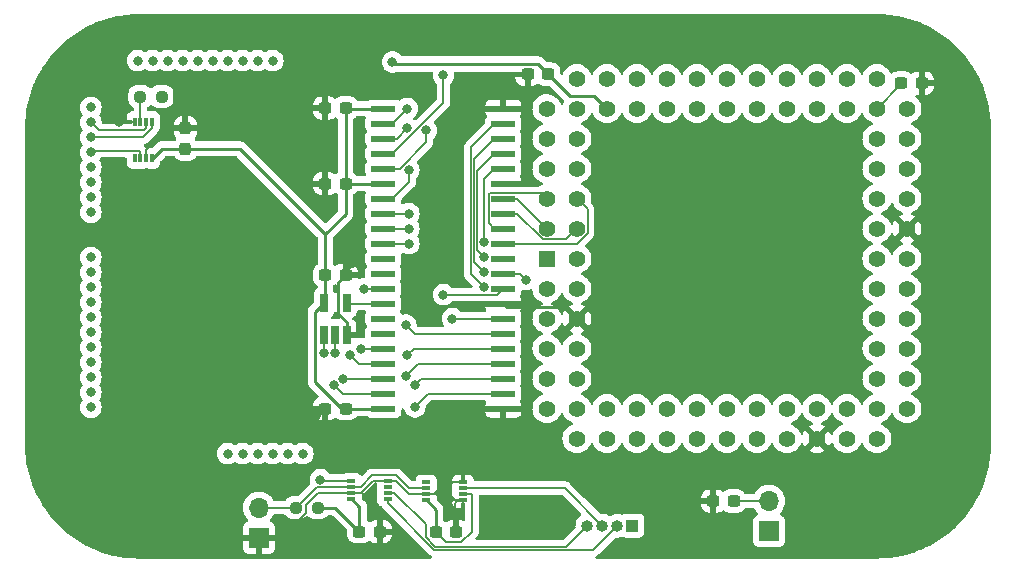
<source format=gtl>
G04 #@! TF.GenerationSoftware,KiCad,Pcbnew,7.0.0-1.fc37*
G04 #@! TF.CreationDate,2023-02-19T18:56:11+00:00*
G04 #@! TF.ProjectId,Agnus,41676e75-732e-46b6-9963-61645f706362,rev?*
G04 #@! TF.SameCoordinates,Original*
G04 #@! TF.FileFunction,Copper,L1,Top*
G04 #@! TF.FilePolarity,Positive*
%FSLAX46Y46*%
G04 Gerber Fmt 4.6, Leading zero omitted, Abs format (unit mm)*
G04 Created by KiCad (PCBNEW 7.0.0-1.fc37) date 2023-02-19 18:56:11*
%MOMM*%
%LPD*%
G01*
G04 APERTURE LIST*
G04 Aperture macros list*
%AMRoundRect*
0 Rectangle with rounded corners*
0 $1 Rounding radius*
0 $2 $3 $4 $5 $6 $7 $8 $9 X,Y pos of 4 corners*
0 Add a 4 corners polygon primitive as box body*
4,1,4,$2,$3,$4,$5,$6,$7,$8,$9,$2,$3,0*
0 Add four circle primitives for the rounded corners*
1,1,$1+$1,$2,$3*
1,1,$1+$1,$4,$5*
1,1,$1+$1,$6,$7*
1,1,$1+$1,$8,$9*
0 Add four rect primitives between the rounded corners*
20,1,$1+$1,$2,$3,$4,$5,0*
20,1,$1+$1,$4,$5,$6,$7,0*
20,1,$1+$1,$6,$7,$8,$9,0*
20,1,$1+$1,$8,$9,$2,$3,0*%
G04 Aperture macros list end*
G04 #@! TA.AperFunction,SMDPad,CuDef*
%ADD10R,0.800000X0.300000*%
G04 #@! TD*
G04 #@! TA.AperFunction,SMDPad,CuDef*
%ADD11RoundRect,0.237500X0.300000X0.237500X-0.300000X0.237500X-0.300000X-0.237500X0.300000X-0.237500X0*%
G04 #@! TD*
G04 #@! TA.AperFunction,SMDPad,CuDef*
%ADD12RoundRect,0.237500X-0.250000X-0.237500X0.250000X-0.237500X0.250000X0.237500X-0.250000X0.237500X0*%
G04 #@! TD*
G04 #@! TA.AperFunction,SMDPad,CuDef*
%ADD13RoundRect,0.237500X0.250000X0.237500X-0.250000X0.237500X-0.250000X-0.237500X0.250000X-0.237500X0*%
G04 #@! TD*
G04 #@! TA.AperFunction,SMDPad,CuDef*
%ADD14RoundRect,0.237500X-0.300000X-0.237500X0.300000X-0.237500X0.300000X0.237500X-0.300000X0.237500X0*%
G04 #@! TD*
G04 #@! TA.AperFunction,SMDPad,CuDef*
%ADD15R,0.300000X0.800000*%
G04 #@! TD*
G04 #@! TA.AperFunction,SMDPad,CuDef*
%ADD16R,2.032000X0.508000*%
G04 #@! TD*
G04 #@! TA.AperFunction,SMDPad,CuDef*
%ADD17R,0.650000X1.560000*%
G04 #@! TD*
G04 #@! TA.AperFunction,ComponentPad*
%ADD18R,1.000000X1.000000*%
G04 #@! TD*
G04 #@! TA.AperFunction,ComponentPad*
%ADD19O,1.000000X1.000000*%
G04 #@! TD*
G04 #@! TA.AperFunction,ComponentPad*
%ADD20R,1.700000X1.700000*%
G04 #@! TD*
G04 #@! TA.AperFunction,ComponentPad*
%ADD21O,1.700000X1.700000*%
G04 #@! TD*
G04 #@! TA.AperFunction,SMDPad,CuDef*
%ADD22RoundRect,0.237500X0.237500X-0.300000X0.237500X0.300000X-0.237500X0.300000X-0.237500X-0.300000X0*%
G04 #@! TD*
G04 #@! TA.AperFunction,ComponentPad*
%ADD23R,1.422400X1.422400*%
G04 #@! TD*
G04 #@! TA.AperFunction,ComponentPad*
%ADD24C,1.422400*%
G04 #@! TD*
G04 #@! TA.AperFunction,ViaPad*
%ADD25C,0.800000*%
G04 #@! TD*
G04 #@! TA.AperFunction,Conductor*
%ADD26C,0.254000*%
G04 #@! TD*
G04 #@! TA.AperFunction,Conductor*
%ADD27C,0.127000*%
G04 #@! TD*
G04 APERTURE END LIST*
D10*
X128015999Y-72508999D03*
X128015999Y-72008999D03*
X128015999Y-71508999D03*
X128015999Y-71008999D03*
X124915999Y-71008999D03*
X124915999Y-71508999D03*
X124915999Y-72008999D03*
X124915999Y-72508999D03*
D11*
X118083500Y-39319200D03*
X116358500Y-39319200D03*
D12*
X100687500Y-38354000D03*
X102512500Y-38354000D03*
D10*
X121665999Y-72381999D03*
X121665999Y-71881999D03*
X121665999Y-71381999D03*
X121665999Y-70881999D03*
X118565999Y-70881999D03*
X118565999Y-71381999D03*
X118565999Y-71881999D03*
X118565999Y-72381999D03*
D13*
X115720500Y-73152000D03*
X113895500Y-73152000D03*
D11*
X135228500Y-36449000D03*
X133503500Y-36449000D03*
D14*
X119253500Y-75188000D03*
X120978500Y-75188000D03*
D11*
X118083500Y-45720000D03*
X116358500Y-45720000D03*
X118083500Y-64770000D03*
X116358500Y-64770000D03*
D15*
X101714999Y-40486999D03*
X101214999Y-40486999D03*
X100714999Y-40486999D03*
X100214999Y-40486999D03*
X100214999Y-43586999D03*
X100714999Y-43586999D03*
X101214999Y-43586999D03*
X101714999Y-43586999D03*
D14*
X116358500Y-53467000D03*
X118083500Y-53467000D03*
X165126500Y-37211000D03*
X166851500Y-37211000D03*
X125730500Y-75188000D03*
X127455500Y-75188000D03*
D16*
X121284999Y-39369999D03*
X121284999Y-40639999D03*
X121284999Y-41909999D03*
X121284999Y-43179999D03*
X121284999Y-44449999D03*
X121284999Y-45719999D03*
X121284999Y-46989999D03*
X121284999Y-48259999D03*
X121284999Y-49529999D03*
X121284999Y-50799999D03*
X121284999Y-52069999D03*
X121284999Y-53339999D03*
X121284999Y-54609999D03*
X121284999Y-55879999D03*
X121284999Y-57149999D03*
X121284999Y-58419999D03*
X121284999Y-59689999D03*
X121284999Y-60959999D03*
X121284999Y-62229999D03*
X121284999Y-63499999D03*
X121284999Y-64769999D03*
X131444999Y-64769999D03*
X131444999Y-63499999D03*
X131444999Y-62229999D03*
X131444999Y-60959999D03*
X131444999Y-59689999D03*
X131444999Y-58419999D03*
X131444999Y-57149999D03*
X131444999Y-55879999D03*
X131444999Y-54609999D03*
X131444999Y-53339999D03*
X131444999Y-52069999D03*
X131444999Y-50799999D03*
X131444999Y-49529999D03*
X131444999Y-48259999D03*
X131444999Y-46989999D03*
X131444999Y-45719999D03*
X131444999Y-44449999D03*
X131444999Y-43179999D03*
X131444999Y-41909999D03*
X131444999Y-40639999D03*
X131444999Y-39369999D03*
D17*
X116270999Y-58499999D03*
X117220999Y-58499999D03*
X118170999Y-58499999D03*
X118170999Y-55799999D03*
X116270999Y-55799999D03*
D11*
X150925700Y-72593200D03*
X149200700Y-72593200D03*
D18*
X142366999Y-74675999D03*
D19*
X141096999Y-74675999D03*
X139826999Y-74675999D03*
X138556999Y-74675999D03*
D20*
X110743999Y-75691999D03*
D21*
X110743999Y-73151999D03*
D22*
X104521000Y-42772500D03*
X104521000Y-41047500D03*
D20*
X153923999Y-75133199D03*
D21*
X153923999Y-72593199D03*
D23*
X135127999Y-52069999D03*
D24*
X137668000Y-52070000D03*
X135128000Y-49530000D03*
X137668000Y-49530000D03*
X135128000Y-46990000D03*
X137668000Y-46990000D03*
X135128000Y-44450000D03*
X137668000Y-44450000D03*
X135128000Y-41910000D03*
X137668000Y-41910000D03*
X135128000Y-39370000D03*
X137668000Y-36830000D03*
X137668000Y-39370000D03*
X140208000Y-36830000D03*
X140208000Y-39370000D03*
X142748000Y-36830000D03*
X142748000Y-39370000D03*
X145288000Y-36830000D03*
X145288000Y-39370000D03*
X147828000Y-36830000D03*
X147828000Y-39370000D03*
X150368000Y-36830000D03*
X150368000Y-39370000D03*
X152908000Y-36830000D03*
X152908000Y-39370000D03*
X155448000Y-36830000D03*
X155448000Y-39370000D03*
X157988000Y-36830000D03*
X157988000Y-39370000D03*
X160528000Y-36830000D03*
X160528000Y-39370000D03*
X163068000Y-36830000D03*
X165608000Y-39370000D03*
X163068000Y-39370000D03*
X165608000Y-41910000D03*
X163068000Y-41910000D03*
X165608000Y-44450000D03*
X163068000Y-44450000D03*
X165608000Y-46990000D03*
X163068000Y-46990000D03*
X165608000Y-49530000D03*
X163068000Y-49530000D03*
X165608000Y-52070000D03*
X163068000Y-52070000D03*
X165608000Y-54610000D03*
X163068000Y-54610000D03*
X165608000Y-57150000D03*
X163068000Y-57150000D03*
X165608000Y-59690000D03*
X163068000Y-59690000D03*
X165608000Y-62230000D03*
X163068000Y-62230000D03*
X165608000Y-64770000D03*
X163068000Y-67310000D03*
X163068000Y-64770000D03*
X160528000Y-67310000D03*
X160528000Y-64770000D03*
X157988000Y-67310000D03*
X157988000Y-64770000D03*
X155448000Y-67310000D03*
X155448000Y-64770000D03*
X152908000Y-67310000D03*
X152908000Y-64770000D03*
X150368000Y-67310000D03*
X150368000Y-64770000D03*
X147828000Y-67310000D03*
X147828000Y-64770000D03*
X145288000Y-67310000D03*
X145288000Y-64770000D03*
X142748000Y-67310000D03*
X142748000Y-64770000D03*
X140208000Y-67310000D03*
X140208000Y-64770000D03*
X137668000Y-67310000D03*
X135128000Y-64770000D03*
X137668000Y-64770000D03*
X135128000Y-62230000D03*
X137668000Y-62230000D03*
X135128000Y-59690000D03*
X137668000Y-59690000D03*
X135128000Y-57150000D03*
X137668000Y-57150000D03*
X135128000Y-54610000D03*
X137668000Y-54610000D03*
D25*
X119253000Y-75184000D03*
X122047000Y-35433000D03*
X118083500Y-39319200D03*
X125730000Y-75184000D03*
X118745000Y-52451000D03*
X104517335Y-41114129D03*
X115570000Y-65405000D03*
X98933000Y-40487011D03*
X133477000Y-74168000D03*
X96520000Y-50673000D03*
X119253000Y-41783000D03*
X102512500Y-38354000D03*
X96520000Y-41812000D03*
X96520000Y-40542000D03*
X115951000Y-70792000D03*
X123444000Y-49530000D03*
X123444000Y-44577000D03*
X129794000Y-53242000D03*
X123444000Y-50800000D03*
X123444000Y-48260000D03*
X124913386Y-41220386D03*
X129794000Y-54512000D03*
X123317000Y-41021000D03*
X119634000Y-54610000D03*
X111916000Y-35306000D03*
X109376000Y-35306000D03*
X106836000Y-35306000D03*
X104296000Y-35306000D03*
X101756000Y-35306000D03*
X126365000Y-36556011D03*
X123317000Y-39370000D03*
X110646000Y-35306000D03*
X108106000Y-35306000D03*
X105566000Y-35306000D03*
X103026000Y-35306000D03*
X100486000Y-35306000D03*
X96520000Y-43082000D03*
X96520000Y-45622000D03*
X96520000Y-48162000D03*
X118491000Y-60231749D03*
X96520000Y-53242000D03*
X96520000Y-55782000D03*
X117094903Y-62770846D03*
X96520000Y-58322000D03*
X123952000Y-62771749D03*
X123317000Y-60231749D03*
X96520000Y-60862000D03*
X96520000Y-63402000D03*
X96520000Y-39272000D03*
X96520000Y-44352000D03*
X96520000Y-46892000D03*
X119380000Y-59690000D03*
X96520000Y-51972000D03*
X117856000Y-62230000D03*
X96520000Y-54512000D03*
X123952000Y-64632596D03*
X96520000Y-57052000D03*
X96520000Y-59592000D03*
X123190000Y-61976000D03*
X96520000Y-62132000D03*
X123190000Y-57691749D03*
X96520000Y-64672000D03*
X109376000Y-68580000D03*
X111916000Y-68580000D03*
X114456000Y-68580000D03*
X108106000Y-68580000D03*
X110646000Y-68580000D03*
X113186000Y-68580000D03*
X117221000Y-60071000D03*
X116294497Y-60071000D03*
X126365000Y-55118000D03*
X129794000Y-51972000D03*
X129794000Y-50702000D03*
X127127000Y-57150000D03*
X133350000Y-53848000D03*
D26*
X115513986Y-56557014D02*
X115513986Y-62513974D01*
D27*
X127892209Y-76073000D02*
X126615500Y-76073000D01*
D26*
X104521000Y-42772500D02*
X102529500Y-42772500D01*
X116358500Y-55712500D02*
X116271000Y-55800000D01*
X117770012Y-64770000D02*
X118083500Y-64770000D01*
X102529500Y-42772500D02*
X101745511Y-43556489D01*
X119253500Y-75188000D02*
X119253500Y-75184500D01*
X119253500Y-75183500D02*
X119253500Y-73069500D01*
X118083500Y-45720000D02*
X118083500Y-48286500D01*
D27*
X128700022Y-72009000D02*
X128778000Y-72086978D01*
D26*
X118083500Y-48286500D02*
X116358500Y-50011500D01*
X139116289Y-38278289D02*
X137057789Y-38278289D01*
X125730500Y-75184500D02*
X125730000Y-75184000D01*
X119253500Y-75184500D02*
X119253000Y-75184000D01*
X137057789Y-38278289D02*
X135228500Y-36449000D01*
X116271000Y-55800000D02*
X115513986Y-56557014D01*
D27*
X126615500Y-76073000D02*
X125730500Y-75188000D01*
D26*
X125730500Y-75188000D02*
X125730500Y-75184500D01*
D27*
X128778000Y-72086978D02*
X128778000Y-75187209D01*
D26*
X117217500Y-73152000D02*
X119253500Y-75188000D01*
X104521000Y-42772500D02*
X109119500Y-42772500D01*
X125730500Y-73323500D02*
X124946511Y-72539511D01*
X134372980Y-35593480D02*
X122363480Y-35593480D01*
X135228500Y-36449000D02*
X134372980Y-35593480D01*
X140208000Y-39370000D02*
X139116289Y-38278289D01*
D27*
X128778000Y-75187209D02*
X127892209Y-76073000D01*
D26*
X101745511Y-43556489D02*
X101745511Y-43587000D01*
X125730000Y-75184000D02*
X125730500Y-75183500D01*
X116358500Y-53467000D02*
X116358500Y-55712500D01*
X122363480Y-35593480D02*
X122076000Y-35306000D01*
X124946511Y-72539511D02*
X124916000Y-72539511D01*
X116358500Y-50011500D02*
X116358500Y-53467000D01*
X119253000Y-75184000D02*
X119253500Y-75183500D01*
X118083500Y-39319200D02*
X118083500Y-45720000D01*
X119253500Y-73069500D02*
X118596511Y-72412511D01*
X121285000Y-64770000D02*
X118083500Y-64770000D01*
X118134300Y-39370000D02*
X118083500Y-39319200D01*
X125730500Y-75183500D02*
X125730500Y-73323500D01*
X109119500Y-42772500D02*
X116358500Y-50011500D01*
X121285000Y-39370000D02*
X118134300Y-39370000D01*
X115720500Y-73152000D02*
X117217500Y-73152000D01*
X121285000Y-45720000D02*
X118083500Y-45720000D01*
X115513986Y-62513974D02*
X117770012Y-64770000D01*
D27*
X128016000Y-72009000D02*
X128700022Y-72009000D01*
D26*
X118596511Y-72412511D02*
X118566000Y-72412511D01*
D27*
X123477022Y-72009000D02*
X122350022Y-70882000D01*
D26*
X117465489Y-56760489D02*
X117465489Y-54085011D01*
D27*
X114700020Y-73619189D02*
X112627209Y-75692000D01*
X126831978Y-72009000D02*
X127331978Y-72509000D01*
X112627209Y-75692000D02*
X110744000Y-75692000D01*
X128016000Y-71009000D02*
X126600022Y-71009000D01*
X127331978Y-72509000D02*
X128016000Y-72509000D01*
X114700020Y-72900771D02*
X114700020Y-73619189D01*
X127381000Y-72771000D02*
X127643000Y-72509000D01*
D26*
X116205000Y-64770000D02*
X115570000Y-65405000D01*
X116358500Y-64770000D02*
X116205000Y-64770000D01*
D27*
X119410136Y-71882000D02*
X118566000Y-71882000D01*
X127455500Y-75188000D02*
X127381000Y-75113500D01*
X124916000Y-72009000D02*
X126831978Y-72009000D01*
X118566000Y-71882000D02*
X115718791Y-71882000D01*
D26*
X118171000Y-57466000D02*
X117465489Y-56760489D01*
X131750289Y-56185289D02*
X136703289Y-56185289D01*
D27*
X120410136Y-70882000D02*
X119410136Y-71882000D01*
D26*
X118171000Y-58500000D02*
X118171000Y-57466000D01*
X131445000Y-55880000D02*
X131750289Y-56185289D01*
D27*
X121666000Y-70882000D02*
X120410136Y-70882000D01*
D26*
X118083500Y-53112500D02*
X118745000Y-52451000D01*
D27*
X98933011Y-40487000D02*
X98933000Y-40487011D01*
X125600022Y-72009000D02*
X124916000Y-72009000D01*
X104521000Y-41047500D02*
X103070478Y-41047500D01*
X127381000Y-75113500D02*
X127381000Y-72771000D01*
X127643000Y-72509000D02*
X128016000Y-72509000D01*
D26*
X118083500Y-53467000D02*
X118083500Y-53112500D01*
D27*
X124916000Y-72009000D02*
X123477022Y-72009000D01*
X103070478Y-41047500D02*
X101215000Y-42902978D01*
X115718791Y-71882000D02*
X114700020Y-72900771D01*
X101215000Y-42902978D02*
X101215000Y-43587000D01*
X122350022Y-70882000D02*
X121666000Y-70882000D01*
X126600022Y-71009000D02*
X125600022Y-72009000D01*
X100215000Y-40487000D02*
X98933011Y-40487000D01*
D26*
X117465489Y-54085011D02*
X118083500Y-53467000D01*
X136703289Y-56185289D02*
X137668000Y-57150000D01*
D27*
X165126500Y-37311500D02*
X165126500Y-37211000D01*
X163068000Y-39370000D02*
X165126500Y-37311500D01*
X100687500Y-38354000D02*
X100715000Y-38381500D01*
X100715000Y-38381500D02*
X100715000Y-40487000D01*
X101715000Y-40487000D02*
X101715000Y-41014000D01*
X101715000Y-41014000D02*
X100917000Y-41812000D01*
X100917000Y-41812000D02*
X96520000Y-41812000D01*
X101024989Y-41204011D02*
X97182011Y-41204011D01*
X101215000Y-40487000D02*
X101215000Y-41014000D01*
X97182011Y-41204011D02*
X96520000Y-40542000D01*
X101215000Y-41014000D02*
X101024989Y-41204011D01*
X118566000Y-70882000D02*
X116041000Y-70882000D01*
X116041000Y-70882000D02*
X115951000Y-70792000D01*
X121666000Y-72803740D02*
X125569300Y-76707040D01*
X121666000Y-72382000D02*
X121666000Y-72803740D01*
X139065960Y-76707040D02*
X141097000Y-74676000D01*
X125569300Y-76707040D02*
X139065960Y-76707040D01*
X136766789Y-50431211D02*
X134754705Y-50431211D01*
X132583494Y-48260000D02*
X131445000Y-48260000D01*
X137668000Y-49530000D02*
X136766789Y-50431211D01*
X134754705Y-50431211D02*
X132583494Y-48260000D01*
X131445000Y-50800000D02*
X137672506Y-50800000D01*
X138569211Y-49903295D02*
X138569211Y-47891211D01*
X137672506Y-50800000D02*
X138569211Y-49903295D01*
X138569211Y-47891211D02*
X137668000Y-46990000D01*
X123444000Y-49530000D02*
X121285000Y-49530000D01*
X123444000Y-44577000D02*
X123444000Y-45593000D01*
X122047000Y-46990000D02*
X121285000Y-46990000D01*
X123444000Y-45593000D02*
X122047000Y-46990000D01*
X128950469Y-43642531D02*
X128950469Y-52398469D01*
X131445000Y-41910000D02*
X130683000Y-41910000D01*
X128950469Y-52398469D02*
X129794000Y-53242000D01*
X130683000Y-41910000D02*
X128950469Y-43642531D01*
X131445000Y-46990000D02*
X132588000Y-46990000D01*
X132588000Y-46990000D02*
X135128000Y-49530000D01*
X130238989Y-46608022D02*
X130301022Y-46545989D01*
X130301022Y-46545989D02*
X134683989Y-46545989D01*
X130683000Y-49530000D02*
X130238989Y-49085989D01*
X130238989Y-49085989D02*
X130238989Y-46608022D01*
X131445000Y-49530000D02*
X130683000Y-49530000D01*
X134683989Y-46545989D02*
X135128000Y-46990000D01*
X123444000Y-50800000D02*
X121285000Y-50800000D01*
X123444000Y-48260000D02*
X121285000Y-48260000D01*
X122682000Y-44450000D02*
X121285000Y-44450000D01*
X124913386Y-42218614D02*
X122682000Y-44450000D01*
X124913386Y-41220386D02*
X124913386Y-42218614D01*
X130683000Y-40640000D02*
X128696949Y-42626051D01*
X128696949Y-53414949D02*
X129794000Y-54512000D01*
X128696949Y-42626051D02*
X128696949Y-53414949D01*
X131445000Y-40640000D02*
X130683000Y-40640000D01*
X122428000Y-41910000D02*
X121285000Y-41910000D01*
X123317000Y-41021000D02*
X122428000Y-41910000D01*
X119634000Y-54610000D02*
X121285000Y-54610000D01*
X126365000Y-36556011D02*
X126365000Y-38862000D01*
X122047000Y-43180000D02*
X121285000Y-43180000D01*
X126365000Y-38862000D02*
X122047000Y-43180000D01*
X123317000Y-39370000D02*
X122047000Y-40640000D01*
X122047000Y-40640000D02*
X121285000Y-40640000D01*
X100715000Y-43587000D02*
X100715000Y-43060000D01*
X96676000Y-42926000D02*
X96520000Y-43082000D01*
X100581000Y-42926000D02*
X96676000Y-42926000D01*
X100715000Y-43060000D02*
X100581000Y-42926000D01*
X118491000Y-60231749D02*
X119219251Y-60960000D01*
X119219251Y-60960000D02*
X121285000Y-60960000D01*
X117824057Y-63500000D02*
X121285000Y-63500000D01*
X117094903Y-62770846D02*
X117824057Y-63500000D01*
X123952000Y-62771749D02*
X124493749Y-62230000D01*
X124493749Y-62230000D02*
X131445000Y-62230000D01*
X123858749Y-59690000D02*
X131445000Y-59690000D01*
X123317000Y-60231749D02*
X123858749Y-59690000D01*
X119380000Y-59690000D02*
X121285000Y-59690000D01*
X117856000Y-62230000D02*
X121285000Y-62230000D01*
X125084596Y-63500000D02*
X131445000Y-63500000D01*
X123952000Y-64632596D02*
X125084596Y-63500000D01*
X123190000Y-61976000D02*
X124206000Y-60960000D01*
X124206000Y-60960000D02*
X131445000Y-60960000D01*
X123918251Y-58420000D02*
X131445000Y-58420000D01*
X123190000Y-57691749D02*
X123918251Y-58420000D01*
X118251000Y-55880000D02*
X118171000Y-55800000D01*
X121285000Y-55880000D02*
X118251000Y-55880000D01*
X117221000Y-58500000D02*
X117221000Y-60071000D01*
X116271000Y-60047503D02*
X116294497Y-60071000D01*
X116271000Y-58500000D02*
X116271000Y-60047503D01*
X122383011Y-70414989D02*
X120339011Y-70414989D01*
X119372000Y-71382000D02*
X118566000Y-71382000D01*
X113895500Y-73152000D02*
X115665500Y-71382000D01*
X110744000Y-73152000D02*
X113895500Y-73152000D01*
X124916000Y-71509000D02*
X123477022Y-71509000D01*
X123477022Y-71509000D02*
X122383011Y-70414989D01*
X115665500Y-71382000D02*
X118566000Y-71382000D01*
X120339011Y-70414989D02*
X119372000Y-71382000D01*
X126365000Y-55118000D02*
X130937000Y-55118000D01*
X130937000Y-55118000D02*
X131445000Y-54610000D01*
X130683000Y-43180000D02*
X129203989Y-44659011D01*
X129203989Y-44659011D02*
X129203989Y-51381989D01*
X131445000Y-43180000D02*
X130683000Y-43180000D01*
X129203989Y-51381989D02*
X129794000Y-51972000D01*
X129794000Y-45339000D02*
X129794000Y-50702000D01*
X131445000Y-44450000D02*
X130683000Y-44450000D01*
X130683000Y-44450000D02*
X129794000Y-45339000D01*
X128016000Y-71509000D02*
X136660000Y-71509000D01*
X136660000Y-71509000D02*
X139827000Y-74676000D01*
X125674311Y-76453520D02*
X136779480Y-76453520D01*
X122193000Y-71882000D02*
X124875980Y-74564980D01*
X124875980Y-75655189D02*
X125674311Y-76453520D01*
X136779480Y-76453520D02*
X138557000Y-74676000D01*
X121666000Y-71882000D02*
X122193000Y-71882000D01*
X124875980Y-74564980D02*
X124875980Y-75655189D01*
X153924000Y-72593200D02*
X150925700Y-72593200D01*
X127127000Y-57150000D02*
X131445000Y-57150000D01*
X132842000Y-53340000D02*
X131445000Y-53340000D01*
X133350000Y-53848000D02*
X132842000Y-53340000D01*
G04 #@! TA.AperFunction,Conductor*
G36*
X139022311Y-39733851D02*
G01*
X139056249Y-39784167D01*
X139057479Y-39788755D01*
X139059802Y-39793737D01*
X139059805Y-39793744D01*
X139126831Y-39937481D01*
X139147674Y-39982180D01*
X139150827Y-39986683D01*
X139150830Y-39986688D01*
X139194368Y-40048866D01*
X139270087Y-40157003D01*
X139420997Y-40307913D01*
X139500439Y-40363539D01*
X139580851Y-40419845D01*
X139595820Y-40430326D01*
X139789245Y-40520521D01*
X139995392Y-40575758D01*
X140208000Y-40594359D01*
X140420608Y-40575758D01*
X140626755Y-40520521D01*
X140820180Y-40430326D01*
X140995003Y-40307913D01*
X141145913Y-40157003D01*
X141268326Y-39982180D01*
X141358521Y-39788755D01*
X141359750Y-39784167D01*
X141393689Y-39733851D01*
X141447518Y-39705230D01*
X141508482Y-39705230D01*
X141562311Y-39733851D01*
X141596249Y-39784167D01*
X141597479Y-39788755D01*
X141599802Y-39793737D01*
X141599805Y-39793744D01*
X141666831Y-39937481D01*
X141687674Y-39982180D01*
X141690827Y-39986683D01*
X141690830Y-39986688D01*
X141734368Y-40048866D01*
X141810087Y-40157003D01*
X141960997Y-40307913D01*
X142040439Y-40363539D01*
X142120851Y-40419845D01*
X142135820Y-40430326D01*
X142329245Y-40520521D01*
X142535392Y-40575758D01*
X142748000Y-40594359D01*
X142960608Y-40575758D01*
X143166755Y-40520521D01*
X143360180Y-40430326D01*
X143535003Y-40307913D01*
X143685913Y-40157003D01*
X143808326Y-39982180D01*
X143898521Y-39788755D01*
X143899750Y-39784167D01*
X143933689Y-39733851D01*
X143987518Y-39705230D01*
X144048482Y-39705230D01*
X144102311Y-39733851D01*
X144136249Y-39784167D01*
X144137479Y-39788755D01*
X144139802Y-39793737D01*
X144139805Y-39793744D01*
X144206831Y-39937481D01*
X144227674Y-39982180D01*
X144230827Y-39986683D01*
X144230830Y-39986688D01*
X144274368Y-40048866D01*
X144350087Y-40157003D01*
X144500997Y-40307913D01*
X144580439Y-40363539D01*
X144660851Y-40419845D01*
X144675820Y-40430326D01*
X144869245Y-40520521D01*
X145075392Y-40575758D01*
X145288000Y-40594359D01*
X145500608Y-40575758D01*
X145706755Y-40520521D01*
X145900180Y-40430326D01*
X146075003Y-40307913D01*
X146225913Y-40157003D01*
X146348326Y-39982180D01*
X146438521Y-39788755D01*
X146439750Y-39784167D01*
X146473689Y-39733851D01*
X146527518Y-39705230D01*
X146588482Y-39705230D01*
X146642311Y-39733851D01*
X146676249Y-39784167D01*
X146677479Y-39788755D01*
X146679802Y-39793737D01*
X146679805Y-39793744D01*
X146746831Y-39937481D01*
X146767674Y-39982180D01*
X146770827Y-39986683D01*
X146770830Y-39986688D01*
X146814368Y-40048866D01*
X146890087Y-40157003D01*
X147040997Y-40307913D01*
X147120439Y-40363539D01*
X147200851Y-40419845D01*
X147215820Y-40430326D01*
X147409245Y-40520521D01*
X147615392Y-40575758D01*
X147828000Y-40594359D01*
X148040608Y-40575758D01*
X148246755Y-40520521D01*
X148440180Y-40430326D01*
X148615003Y-40307913D01*
X148765913Y-40157003D01*
X148888326Y-39982180D01*
X148978521Y-39788755D01*
X148979750Y-39784167D01*
X149013689Y-39733851D01*
X149067518Y-39705230D01*
X149128482Y-39705230D01*
X149182311Y-39733851D01*
X149216249Y-39784167D01*
X149217479Y-39788755D01*
X149219802Y-39793737D01*
X149219805Y-39793744D01*
X149286831Y-39937481D01*
X149307674Y-39982180D01*
X149310827Y-39986683D01*
X149310830Y-39986688D01*
X149354368Y-40048866D01*
X149430087Y-40157003D01*
X149580997Y-40307913D01*
X149660439Y-40363539D01*
X149740851Y-40419845D01*
X149755820Y-40430326D01*
X149949245Y-40520521D01*
X150155392Y-40575758D01*
X150368000Y-40594359D01*
X150580608Y-40575758D01*
X150786755Y-40520521D01*
X150980180Y-40430326D01*
X151155003Y-40307913D01*
X151305913Y-40157003D01*
X151428326Y-39982180D01*
X151518521Y-39788755D01*
X151519750Y-39784167D01*
X151553689Y-39733851D01*
X151607518Y-39705230D01*
X151668482Y-39705230D01*
X151722311Y-39733851D01*
X151756249Y-39784167D01*
X151757479Y-39788755D01*
X151759802Y-39793737D01*
X151759805Y-39793744D01*
X151826831Y-39937481D01*
X151847674Y-39982180D01*
X151850827Y-39986683D01*
X151850830Y-39986688D01*
X151894368Y-40048866D01*
X151970087Y-40157003D01*
X152120997Y-40307913D01*
X152200439Y-40363539D01*
X152280851Y-40419845D01*
X152295820Y-40430326D01*
X152489245Y-40520521D01*
X152695392Y-40575758D01*
X152908000Y-40594359D01*
X153120608Y-40575758D01*
X153326755Y-40520521D01*
X153520180Y-40430326D01*
X153695003Y-40307913D01*
X153845913Y-40157003D01*
X153968326Y-39982180D01*
X154058521Y-39788755D01*
X154059750Y-39784167D01*
X154093689Y-39733851D01*
X154147518Y-39705230D01*
X154208482Y-39705230D01*
X154262311Y-39733851D01*
X154296249Y-39784167D01*
X154297479Y-39788755D01*
X154299802Y-39793737D01*
X154299805Y-39793744D01*
X154366831Y-39937481D01*
X154387674Y-39982180D01*
X154390827Y-39986683D01*
X154390830Y-39986688D01*
X154434368Y-40048866D01*
X154510087Y-40157003D01*
X154660997Y-40307913D01*
X154740439Y-40363539D01*
X154820851Y-40419845D01*
X154835820Y-40430326D01*
X155029245Y-40520521D01*
X155235392Y-40575758D01*
X155448000Y-40594359D01*
X155660608Y-40575758D01*
X155866755Y-40520521D01*
X156060180Y-40430326D01*
X156235003Y-40307913D01*
X156385913Y-40157003D01*
X156508326Y-39982180D01*
X156598521Y-39788755D01*
X156599750Y-39784167D01*
X156633689Y-39733851D01*
X156687518Y-39705230D01*
X156748482Y-39705230D01*
X156802311Y-39733851D01*
X156836249Y-39784167D01*
X156837479Y-39788755D01*
X156839802Y-39793737D01*
X156839805Y-39793744D01*
X156906831Y-39937481D01*
X156927674Y-39982180D01*
X156930827Y-39986683D01*
X156930830Y-39986688D01*
X156974368Y-40048866D01*
X157050087Y-40157003D01*
X157200997Y-40307913D01*
X157280439Y-40363539D01*
X157360851Y-40419845D01*
X157375820Y-40430326D01*
X157569245Y-40520521D01*
X157775392Y-40575758D01*
X157988000Y-40594359D01*
X158200608Y-40575758D01*
X158406755Y-40520521D01*
X158600180Y-40430326D01*
X158775003Y-40307913D01*
X158925913Y-40157003D01*
X159048326Y-39982180D01*
X159138521Y-39788755D01*
X159139750Y-39784167D01*
X159173689Y-39733851D01*
X159227518Y-39705230D01*
X159288482Y-39705230D01*
X159342311Y-39733851D01*
X159376249Y-39784167D01*
X159377479Y-39788755D01*
X159379802Y-39793737D01*
X159379805Y-39793744D01*
X159446831Y-39937481D01*
X159467674Y-39982180D01*
X159470827Y-39986683D01*
X159470830Y-39986688D01*
X159514368Y-40048866D01*
X159590087Y-40157003D01*
X159740997Y-40307913D01*
X159820439Y-40363539D01*
X159900851Y-40419845D01*
X159915820Y-40430326D01*
X160109245Y-40520521D01*
X160315392Y-40575758D01*
X160528000Y-40594359D01*
X160740608Y-40575758D01*
X160946755Y-40520521D01*
X161140180Y-40430326D01*
X161315003Y-40307913D01*
X161465913Y-40157003D01*
X161588326Y-39982180D01*
X161678521Y-39788755D01*
X161679750Y-39784167D01*
X161713689Y-39733851D01*
X161767518Y-39705230D01*
X161828482Y-39705230D01*
X161882311Y-39733851D01*
X161916249Y-39784167D01*
X161917479Y-39788755D01*
X161919802Y-39793737D01*
X161919805Y-39793744D01*
X161986831Y-39937481D01*
X162007674Y-39982180D01*
X162010827Y-39986683D01*
X162010830Y-39986688D01*
X162054368Y-40048866D01*
X162130087Y-40157003D01*
X162280997Y-40307913D01*
X162360439Y-40363539D01*
X162440851Y-40419845D01*
X162455820Y-40430326D01*
X162649245Y-40520521D01*
X162653831Y-40521750D01*
X162704149Y-40555690D01*
X162732769Y-40609518D01*
X162732769Y-40670482D01*
X162704149Y-40724310D01*
X162653831Y-40758249D01*
X162649245Y-40759479D01*
X162644268Y-40761799D01*
X162644259Y-40761803D01*
X162460808Y-40847348D01*
X162460803Y-40847350D01*
X162455821Y-40849674D01*
X162451322Y-40852824D01*
X162451312Y-40852830D01*
X162285508Y-40968928D01*
X162285505Y-40968930D01*
X162280997Y-40972087D01*
X162277105Y-40975978D01*
X162277099Y-40975984D01*
X162133984Y-41119099D01*
X162133978Y-41119105D01*
X162130087Y-41122997D01*
X162126930Y-41127505D01*
X162126928Y-41127508D01*
X162010830Y-41293312D01*
X162010824Y-41293322D01*
X162007674Y-41297821D01*
X162005350Y-41302803D01*
X162005348Y-41302808D01*
X161919802Y-41486262D01*
X161919799Y-41486267D01*
X161917479Y-41491245D01*
X161916057Y-41496549D01*
X161916056Y-41496554D01*
X161863666Y-41692077D01*
X161862242Y-41697392D01*
X161861763Y-41702865D01*
X161861762Y-41702872D01*
X161851467Y-41820551D01*
X161843641Y-41910000D01*
X161844120Y-41915475D01*
X161858264Y-42077147D01*
X161862242Y-42122608D01*
X161865573Y-42135040D01*
X161914680Y-42318311D01*
X161917479Y-42328755D01*
X161919801Y-42333735D01*
X161919802Y-42333737D01*
X161997076Y-42499452D01*
X162007674Y-42522180D01*
X162010827Y-42526683D01*
X162010830Y-42526688D01*
X162074672Y-42617863D01*
X162130087Y-42697003D01*
X162280997Y-42847913D01*
X162455820Y-42970326D01*
X162649245Y-43060521D01*
X162653831Y-43061750D01*
X162704149Y-43095690D01*
X162732769Y-43149518D01*
X162732769Y-43210482D01*
X162704149Y-43264310D01*
X162653831Y-43298249D01*
X162649245Y-43299479D01*
X162644268Y-43301799D01*
X162644259Y-43301803D01*
X162460808Y-43387348D01*
X162460803Y-43387350D01*
X162455821Y-43389674D01*
X162451322Y-43392824D01*
X162451312Y-43392830D01*
X162285508Y-43508928D01*
X162285505Y-43508930D01*
X162280997Y-43512087D01*
X162277105Y-43515978D01*
X162277099Y-43515984D01*
X162133984Y-43659099D01*
X162133978Y-43659105D01*
X162130087Y-43662997D01*
X162126930Y-43667505D01*
X162126928Y-43667508D01*
X162010830Y-43833312D01*
X162010824Y-43833322D01*
X162007674Y-43837821D01*
X162005350Y-43842803D01*
X162005348Y-43842808D01*
X161919802Y-44026262D01*
X161919799Y-44026267D01*
X161917479Y-44031245D01*
X161916057Y-44036549D01*
X161916056Y-44036554D01*
X161865626Y-44224763D01*
X161862242Y-44237392D01*
X161861763Y-44242865D01*
X161861762Y-44242872D01*
X161848572Y-44393635D01*
X161843641Y-44450000D01*
X161844120Y-44455475D01*
X161855326Y-44583565D01*
X161862242Y-44662608D01*
X161863666Y-44667922D01*
X161904570Y-44820580D01*
X161917479Y-44868755D01*
X161919801Y-44873735D01*
X161919802Y-44873737D01*
X161955459Y-44950204D01*
X162007674Y-45062180D01*
X162010827Y-45066683D01*
X162010830Y-45066688D01*
X162072590Y-45154889D01*
X162130087Y-45237003D01*
X162280997Y-45387913D01*
X162455820Y-45510326D01*
X162552727Y-45555514D01*
X162630971Y-45592000D01*
X162649245Y-45600521D01*
X162653827Y-45601748D01*
X162704144Y-45635684D01*
X162732767Y-45689510D01*
X162732771Y-45750473D01*
X162704154Y-45804303D01*
X162653833Y-45838249D01*
X162649245Y-45839479D01*
X162644279Y-45841794D01*
X162644267Y-45841799D01*
X162460808Y-45927348D01*
X162460803Y-45927350D01*
X162455821Y-45929674D01*
X162451322Y-45932824D01*
X162451312Y-45932830D01*
X162285508Y-46048928D01*
X162285505Y-46048930D01*
X162280997Y-46052087D01*
X162277105Y-46055978D01*
X162277099Y-46055984D01*
X162133984Y-46199099D01*
X162133978Y-46199105D01*
X162130087Y-46202997D01*
X162126930Y-46207505D01*
X162126928Y-46207508D01*
X162010830Y-46373312D01*
X162010824Y-46373322D01*
X162007674Y-46377821D01*
X162005350Y-46382803D01*
X162005348Y-46382808D01*
X161919802Y-46566262D01*
X161919799Y-46566267D01*
X161917479Y-46571245D01*
X161916057Y-46576549D01*
X161916056Y-46576554D01*
X161882175Y-46703000D01*
X161862242Y-46777392D01*
X161861763Y-46782865D01*
X161861762Y-46782872D01*
X161844120Y-46984525D01*
X161843641Y-46990000D01*
X161844120Y-46995475D01*
X161861762Y-47197127D01*
X161861762Y-47197132D01*
X161862242Y-47202608D01*
X161863666Y-47207922D01*
X161904570Y-47360580D01*
X161917479Y-47408755D01*
X161919801Y-47413735D01*
X161919802Y-47413737D01*
X161947326Y-47472763D01*
X162007674Y-47602180D01*
X162010827Y-47606683D01*
X162010830Y-47606688D01*
X162067766Y-47688000D01*
X162130087Y-47777003D01*
X162280997Y-47927913D01*
X162455820Y-48050326D01*
X162649245Y-48140521D01*
X162653827Y-48141748D01*
X162704144Y-48175684D01*
X162732767Y-48229510D01*
X162732771Y-48290473D01*
X162704154Y-48344303D01*
X162653833Y-48378249D01*
X162649245Y-48379479D01*
X162644279Y-48381794D01*
X162644267Y-48381799D01*
X162460808Y-48467348D01*
X162460803Y-48467350D01*
X162455821Y-48469674D01*
X162451322Y-48472824D01*
X162451312Y-48472830D01*
X162285508Y-48588928D01*
X162285505Y-48588930D01*
X162280997Y-48592087D01*
X162277105Y-48595978D01*
X162277099Y-48595984D01*
X162133984Y-48739099D01*
X162133978Y-48739105D01*
X162130087Y-48742997D01*
X162126930Y-48747505D01*
X162126928Y-48747508D01*
X162010830Y-48913312D01*
X162010824Y-48913322D01*
X162007674Y-48917821D01*
X162005350Y-48922803D01*
X162005348Y-48922808D01*
X161919802Y-49106262D01*
X161919799Y-49106267D01*
X161917479Y-49111245D01*
X161916057Y-49116549D01*
X161916056Y-49116554D01*
X161863666Y-49312077D01*
X161862242Y-49317392D01*
X161861763Y-49322865D01*
X161861762Y-49322872D01*
X161850208Y-49454936D01*
X161843641Y-49530000D01*
X161844120Y-49535475D01*
X161860806Y-49726205D01*
X161862242Y-49742608D01*
X161863666Y-49747922D01*
X161904570Y-49900580D01*
X161917479Y-49948755D01*
X161919801Y-49953735D01*
X161919802Y-49953737D01*
X161962091Y-50044427D01*
X162007674Y-50142180D01*
X162010827Y-50146683D01*
X162010830Y-50146688D01*
X162056207Y-50211492D01*
X162130087Y-50317003D01*
X162280997Y-50467913D01*
X162402529Y-50553011D01*
X162450685Y-50586731D01*
X162455820Y-50590326D01*
X162649245Y-50680521D01*
X162653827Y-50681748D01*
X162704144Y-50715684D01*
X162732767Y-50769510D01*
X162732771Y-50830473D01*
X162704154Y-50884303D01*
X162653833Y-50918249D01*
X162649245Y-50919479D01*
X162644279Y-50921794D01*
X162644267Y-50921799D01*
X162460808Y-51007348D01*
X162460803Y-51007350D01*
X162455821Y-51009674D01*
X162451322Y-51012824D01*
X162451312Y-51012830D01*
X162285508Y-51128928D01*
X162285505Y-51128930D01*
X162280997Y-51132087D01*
X162277105Y-51135978D01*
X162277099Y-51135984D01*
X162133984Y-51279099D01*
X162133978Y-51279105D01*
X162130087Y-51282997D01*
X162126930Y-51287505D01*
X162126928Y-51287508D01*
X162010830Y-51453312D01*
X162010824Y-51453322D01*
X162007674Y-51457821D01*
X162005350Y-51462803D01*
X162005348Y-51462808D01*
X161919802Y-51646262D01*
X161919799Y-51646267D01*
X161917479Y-51651245D01*
X161916057Y-51656549D01*
X161916056Y-51656554D01*
X161884106Y-51775794D01*
X161862242Y-51857392D01*
X161861763Y-51862865D01*
X161861762Y-51862872D01*
X161844120Y-52064525D01*
X161843641Y-52070000D01*
X161862242Y-52282608D01*
X161863666Y-52287922D01*
X161904570Y-52440580D01*
X161917479Y-52488755D01*
X161919800Y-52493732D01*
X161919802Y-52493737D01*
X161960849Y-52581763D01*
X162007674Y-52682180D01*
X162010827Y-52686683D01*
X162010830Y-52686688D01*
X162075031Y-52778375D01*
X162130087Y-52857003D01*
X162280997Y-53007913D01*
X162455820Y-53130326D01*
X162649245Y-53220521D01*
X162653827Y-53221748D01*
X162704144Y-53255684D01*
X162732767Y-53309510D01*
X162732771Y-53370473D01*
X162704154Y-53424303D01*
X162653833Y-53458249D01*
X162649245Y-53459479D01*
X162644279Y-53461794D01*
X162644267Y-53461799D01*
X162460808Y-53547348D01*
X162460803Y-53547350D01*
X162455821Y-53549674D01*
X162451322Y-53552824D01*
X162451312Y-53552830D01*
X162285508Y-53668928D01*
X162285505Y-53668930D01*
X162280997Y-53672087D01*
X162277105Y-53675978D01*
X162277099Y-53675984D01*
X162133984Y-53819099D01*
X162133978Y-53819105D01*
X162130087Y-53822997D01*
X162126930Y-53827505D01*
X162126928Y-53827508D01*
X162010830Y-53993312D01*
X162010824Y-53993322D01*
X162007674Y-53997821D01*
X162005350Y-54002803D01*
X162005348Y-54002808D01*
X161919802Y-54186262D01*
X161919799Y-54186267D01*
X161917479Y-54191245D01*
X161916057Y-54196549D01*
X161916056Y-54196554D01*
X161866661Y-54380901D01*
X161862242Y-54397392D01*
X161861763Y-54402865D01*
X161861762Y-54402872D01*
X161847767Y-54562838D01*
X161843641Y-54610000D01*
X161844120Y-54615475D01*
X161861761Y-54817116D01*
X161862242Y-54822608D01*
X161863666Y-54827922D01*
X161912251Y-55009246D01*
X161917479Y-55028755D01*
X161919801Y-55033735D01*
X161919802Y-55033737D01*
X161958823Y-55117418D01*
X162007674Y-55222180D01*
X162010827Y-55226683D01*
X162010830Y-55226688D01*
X162067716Y-55307928D01*
X162130087Y-55397003D01*
X162280997Y-55547913D01*
X162455820Y-55670326D01*
X162649245Y-55760521D01*
X162653827Y-55761748D01*
X162704144Y-55795684D01*
X162732767Y-55849510D01*
X162732771Y-55910473D01*
X162704154Y-55964303D01*
X162653833Y-55998249D01*
X162649245Y-55999479D01*
X162644279Y-56001794D01*
X162644267Y-56001799D01*
X162460808Y-56087348D01*
X162460803Y-56087350D01*
X162455821Y-56089674D01*
X162451322Y-56092824D01*
X162451312Y-56092830D01*
X162285508Y-56208928D01*
X162285505Y-56208930D01*
X162280997Y-56212087D01*
X162277105Y-56215978D01*
X162277099Y-56215984D01*
X162133984Y-56359099D01*
X162133978Y-56359105D01*
X162130087Y-56362997D01*
X162126930Y-56367505D01*
X162126928Y-56367508D01*
X162010830Y-56533312D01*
X162010824Y-56533322D01*
X162007674Y-56537821D01*
X162005350Y-56542803D01*
X162005348Y-56542808D01*
X161919802Y-56726262D01*
X161919799Y-56726267D01*
X161917479Y-56731245D01*
X161916057Y-56736549D01*
X161916056Y-56736554D01*
X161872092Y-56900631D01*
X161862242Y-56937392D01*
X161861763Y-56942865D01*
X161861762Y-56942872D01*
X161846270Y-57119952D01*
X161843641Y-57150000D01*
X161844120Y-57155475D01*
X161861728Y-57356739D01*
X161862242Y-57362608D01*
X161863666Y-57367922D01*
X161904570Y-57520580D01*
X161917479Y-57568755D01*
X161919801Y-57573735D01*
X161919802Y-57573737D01*
X161971770Y-57685184D01*
X162007674Y-57762180D01*
X162010827Y-57766683D01*
X162010830Y-57766688D01*
X162042405Y-57811781D01*
X162130087Y-57937003D01*
X162280997Y-58087913D01*
X162402529Y-58173011D01*
X162450685Y-58206731D01*
X162455820Y-58210326D01*
X162649245Y-58300521D01*
X162653827Y-58301748D01*
X162704144Y-58335684D01*
X162732767Y-58389510D01*
X162732771Y-58450473D01*
X162704154Y-58504303D01*
X162653833Y-58538249D01*
X162649245Y-58539479D01*
X162644279Y-58541794D01*
X162644267Y-58541799D01*
X162460808Y-58627348D01*
X162460803Y-58627350D01*
X162455821Y-58629674D01*
X162451322Y-58632824D01*
X162451312Y-58632830D01*
X162285508Y-58748928D01*
X162285505Y-58748930D01*
X162280997Y-58752087D01*
X162277105Y-58755978D01*
X162277099Y-58755984D01*
X162133984Y-58899099D01*
X162133978Y-58899105D01*
X162130087Y-58902997D01*
X162126930Y-58907505D01*
X162126928Y-58907508D01*
X162010830Y-59073312D01*
X162010824Y-59073322D01*
X162007674Y-59077821D01*
X162005350Y-59082803D01*
X162005348Y-59082808D01*
X161919802Y-59266262D01*
X161919799Y-59266267D01*
X161917479Y-59271245D01*
X161916057Y-59276549D01*
X161916056Y-59276554D01*
X161885187Y-59391760D01*
X161862242Y-59477392D01*
X161861763Y-59482865D01*
X161861762Y-59482872D01*
X161844120Y-59684525D01*
X161843641Y-59690000D01*
X161862242Y-59902608D01*
X161863666Y-59907922D01*
X161904570Y-60060580D01*
X161917479Y-60108755D01*
X161919801Y-60113735D01*
X161919802Y-60113737D01*
X161951523Y-60181763D01*
X162007674Y-60302180D01*
X162010827Y-60306683D01*
X162010830Y-60306688D01*
X162036074Y-60342739D01*
X162130087Y-60477003D01*
X162280997Y-60627913D01*
X162455820Y-60750326D01*
X162649245Y-60840521D01*
X162653827Y-60841748D01*
X162704144Y-60875684D01*
X162732767Y-60929510D01*
X162732771Y-60990473D01*
X162704154Y-61044303D01*
X162653833Y-61078249D01*
X162649245Y-61079479D01*
X162644279Y-61081794D01*
X162644267Y-61081799D01*
X162460808Y-61167348D01*
X162460803Y-61167350D01*
X162455821Y-61169674D01*
X162451322Y-61172824D01*
X162451312Y-61172830D01*
X162285508Y-61288928D01*
X162285505Y-61288930D01*
X162280997Y-61292087D01*
X162277105Y-61295978D01*
X162277099Y-61295984D01*
X162133984Y-61439099D01*
X162133978Y-61439105D01*
X162130087Y-61442997D01*
X162126930Y-61447505D01*
X162126928Y-61447508D01*
X162010830Y-61613312D01*
X162010824Y-61613322D01*
X162007674Y-61617821D01*
X162005350Y-61622803D01*
X162005348Y-61622808D01*
X161919802Y-61806262D01*
X161919799Y-61806267D01*
X161917479Y-61811245D01*
X161916057Y-61816549D01*
X161916056Y-61816554D01*
X161884106Y-61935794D01*
X161862242Y-62017392D01*
X161861763Y-62022865D01*
X161861762Y-62022872D01*
X161846857Y-62193241D01*
X161843641Y-62230000D01*
X161862242Y-62442608D01*
X161863666Y-62447922D01*
X161916002Y-62643245D01*
X161917479Y-62648755D01*
X161919801Y-62653735D01*
X161919802Y-62653737D01*
X162005348Y-62837192D01*
X162007674Y-62842180D01*
X162010827Y-62846683D01*
X162010830Y-62846688D01*
X162047983Y-62899747D01*
X162130087Y-63017003D01*
X162280997Y-63167913D01*
X162455820Y-63290326D01*
X162649245Y-63380521D01*
X162653827Y-63381748D01*
X162704144Y-63415684D01*
X162732767Y-63469510D01*
X162732771Y-63530473D01*
X162704154Y-63584303D01*
X162653833Y-63618249D01*
X162649245Y-63619479D01*
X162644279Y-63621794D01*
X162644267Y-63621799D01*
X162460808Y-63707348D01*
X162460803Y-63707350D01*
X162455821Y-63709674D01*
X162451322Y-63712824D01*
X162451312Y-63712830D01*
X162285508Y-63828928D01*
X162285505Y-63828930D01*
X162280997Y-63832087D01*
X162277105Y-63835978D01*
X162277099Y-63835984D01*
X162133984Y-63979099D01*
X162133978Y-63979105D01*
X162130087Y-63982997D01*
X162126930Y-63987505D01*
X162126928Y-63987508D01*
X162010830Y-64153312D01*
X162010824Y-64153322D01*
X162007674Y-64157821D01*
X162005350Y-64162803D01*
X162005348Y-64162808D01*
X161919803Y-64346259D01*
X161919799Y-64346268D01*
X161917479Y-64351245D01*
X161916249Y-64355831D01*
X161882310Y-64406149D01*
X161828482Y-64434769D01*
X161767518Y-64434769D01*
X161713690Y-64406149D01*
X161679750Y-64355831D01*
X161678521Y-64351245D01*
X161588326Y-64157821D01*
X161576392Y-64140778D01*
X161541358Y-64090744D01*
X161465913Y-63982997D01*
X161315003Y-63832087D01*
X161239584Y-63779278D01*
X161144688Y-63712830D01*
X161144683Y-63712827D01*
X161140180Y-63709674D01*
X161135192Y-63707348D01*
X160951737Y-63621802D01*
X160951735Y-63621801D01*
X160946755Y-63619479D01*
X160941446Y-63618056D01*
X160941445Y-63618056D01*
X160745922Y-63565666D01*
X160745923Y-63565666D01*
X160740608Y-63564242D01*
X160735132Y-63563762D01*
X160735127Y-63563762D01*
X160533475Y-63546120D01*
X160528000Y-63545641D01*
X160522525Y-63546120D01*
X160320872Y-63563762D01*
X160320865Y-63563763D01*
X160315392Y-63564242D01*
X160310078Y-63565665D01*
X160310077Y-63565666D01*
X160114554Y-63618056D01*
X160114549Y-63618057D01*
X160109245Y-63619479D01*
X160104267Y-63621799D01*
X160104262Y-63621802D01*
X159920808Y-63707348D01*
X159920803Y-63707350D01*
X159915821Y-63709674D01*
X159911322Y-63712824D01*
X159911312Y-63712830D01*
X159745508Y-63828928D01*
X159745505Y-63828930D01*
X159740997Y-63832087D01*
X159737105Y-63835978D01*
X159737099Y-63835984D01*
X159593984Y-63979099D01*
X159593978Y-63979105D01*
X159590087Y-63982997D01*
X159586930Y-63987505D01*
X159586928Y-63987508D01*
X159470830Y-64153312D01*
X159470824Y-64153322D01*
X159467674Y-64157821D01*
X159465350Y-64162803D01*
X159465348Y-64162808D01*
X159379803Y-64346259D01*
X159379799Y-64346268D01*
X159377479Y-64351245D01*
X159376249Y-64355831D01*
X159342310Y-64406149D01*
X159288482Y-64434769D01*
X159227518Y-64434769D01*
X159173690Y-64406149D01*
X159139750Y-64355831D01*
X159138521Y-64351245D01*
X159048326Y-64157821D01*
X159036392Y-64140778D01*
X159001358Y-64090744D01*
X158925913Y-63982997D01*
X158775003Y-63832087D01*
X158699584Y-63779278D01*
X158604688Y-63712830D01*
X158604683Y-63712827D01*
X158600180Y-63709674D01*
X158595192Y-63707348D01*
X158411737Y-63621802D01*
X158411735Y-63621801D01*
X158406755Y-63619479D01*
X158401446Y-63618056D01*
X158401445Y-63618056D01*
X158205922Y-63565666D01*
X158205923Y-63565666D01*
X158200608Y-63564242D01*
X158195132Y-63563762D01*
X158195127Y-63563762D01*
X157993475Y-63546120D01*
X157988000Y-63545641D01*
X157982525Y-63546120D01*
X157780872Y-63563762D01*
X157780865Y-63563763D01*
X157775392Y-63564242D01*
X157770078Y-63565665D01*
X157770077Y-63565666D01*
X157574554Y-63618056D01*
X157574549Y-63618057D01*
X157569245Y-63619479D01*
X157564267Y-63621799D01*
X157564262Y-63621802D01*
X157380808Y-63707348D01*
X157380803Y-63707350D01*
X157375821Y-63709674D01*
X157371322Y-63712824D01*
X157371312Y-63712830D01*
X157205508Y-63828928D01*
X157205505Y-63828930D01*
X157200997Y-63832087D01*
X157197105Y-63835978D01*
X157197099Y-63835984D01*
X157053984Y-63979099D01*
X157053978Y-63979105D01*
X157050087Y-63982997D01*
X157046930Y-63987505D01*
X157046928Y-63987508D01*
X156930830Y-64153312D01*
X156930824Y-64153322D01*
X156927674Y-64157821D01*
X156925350Y-64162803D01*
X156925348Y-64162808D01*
X156839803Y-64346259D01*
X156839799Y-64346268D01*
X156837479Y-64351245D01*
X156836249Y-64355831D01*
X156802310Y-64406149D01*
X156748482Y-64434769D01*
X156687518Y-64434769D01*
X156633690Y-64406149D01*
X156599750Y-64355831D01*
X156598521Y-64351245D01*
X156508326Y-64157821D01*
X156496392Y-64140778D01*
X156461358Y-64090744D01*
X156385913Y-63982997D01*
X156235003Y-63832087D01*
X156159584Y-63779278D01*
X156064688Y-63712830D01*
X156064683Y-63712827D01*
X156060180Y-63709674D01*
X156055192Y-63707348D01*
X155871737Y-63621802D01*
X155871735Y-63621801D01*
X155866755Y-63619479D01*
X155861446Y-63618056D01*
X155861445Y-63618056D01*
X155665922Y-63565666D01*
X155665923Y-63565666D01*
X155660608Y-63564242D01*
X155655132Y-63563762D01*
X155655127Y-63563762D01*
X155453475Y-63546120D01*
X155448000Y-63545641D01*
X155442525Y-63546120D01*
X155240872Y-63563762D01*
X155240865Y-63563763D01*
X155235392Y-63564242D01*
X155230078Y-63565665D01*
X155230077Y-63565666D01*
X155034554Y-63618056D01*
X155034549Y-63618057D01*
X155029245Y-63619479D01*
X155024267Y-63621799D01*
X155024262Y-63621802D01*
X154840808Y-63707348D01*
X154840803Y-63707350D01*
X154835821Y-63709674D01*
X154831322Y-63712824D01*
X154831312Y-63712830D01*
X154665508Y-63828928D01*
X154665505Y-63828930D01*
X154660997Y-63832087D01*
X154657105Y-63835978D01*
X154657099Y-63835984D01*
X154513984Y-63979099D01*
X154513978Y-63979105D01*
X154510087Y-63982997D01*
X154506930Y-63987505D01*
X154506928Y-63987508D01*
X154390830Y-64153312D01*
X154390824Y-64153322D01*
X154387674Y-64157821D01*
X154385350Y-64162803D01*
X154385348Y-64162808D01*
X154299803Y-64346259D01*
X154299799Y-64346268D01*
X154297479Y-64351245D01*
X154296249Y-64355831D01*
X154262310Y-64406149D01*
X154208482Y-64434769D01*
X154147518Y-64434769D01*
X154093690Y-64406149D01*
X154059750Y-64355831D01*
X154058521Y-64351245D01*
X153968326Y-64157821D01*
X153956392Y-64140778D01*
X153921358Y-64090744D01*
X153845913Y-63982997D01*
X153695003Y-63832087D01*
X153619584Y-63779278D01*
X153524688Y-63712830D01*
X153524683Y-63712827D01*
X153520180Y-63709674D01*
X153515192Y-63707348D01*
X153331737Y-63621802D01*
X153331735Y-63621801D01*
X153326755Y-63619479D01*
X153321446Y-63618056D01*
X153321445Y-63618056D01*
X153125922Y-63565666D01*
X153125923Y-63565666D01*
X153120608Y-63564242D01*
X153115132Y-63563762D01*
X153115127Y-63563762D01*
X152913475Y-63546120D01*
X152908000Y-63545641D01*
X152902525Y-63546120D01*
X152700872Y-63563762D01*
X152700865Y-63563763D01*
X152695392Y-63564242D01*
X152690078Y-63565665D01*
X152690077Y-63565666D01*
X152494554Y-63618056D01*
X152494549Y-63618057D01*
X152489245Y-63619479D01*
X152484267Y-63621799D01*
X152484262Y-63621802D01*
X152300808Y-63707348D01*
X152300803Y-63707350D01*
X152295821Y-63709674D01*
X152291322Y-63712824D01*
X152291312Y-63712830D01*
X152125508Y-63828928D01*
X152125505Y-63828930D01*
X152120997Y-63832087D01*
X152117105Y-63835978D01*
X152117099Y-63835984D01*
X151973984Y-63979099D01*
X151973978Y-63979105D01*
X151970087Y-63982997D01*
X151966930Y-63987505D01*
X151966928Y-63987508D01*
X151850830Y-64153312D01*
X151850824Y-64153322D01*
X151847674Y-64157821D01*
X151845350Y-64162803D01*
X151845348Y-64162808D01*
X151759803Y-64346259D01*
X151759799Y-64346268D01*
X151757479Y-64351245D01*
X151756249Y-64355831D01*
X151722310Y-64406149D01*
X151668482Y-64434769D01*
X151607518Y-64434769D01*
X151553690Y-64406149D01*
X151519750Y-64355831D01*
X151518521Y-64351245D01*
X151428326Y-64157821D01*
X151416392Y-64140778D01*
X151381358Y-64090744D01*
X151305913Y-63982997D01*
X151155003Y-63832087D01*
X151079584Y-63779278D01*
X150984688Y-63712830D01*
X150984683Y-63712827D01*
X150980180Y-63709674D01*
X150975192Y-63707348D01*
X150791737Y-63621802D01*
X150791735Y-63621801D01*
X150786755Y-63619479D01*
X150781446Y-63618056D01*
X150781445Y-63618056D01*
X150585922Y-63565666D01*
X150585923Y-63565666D01*
X150580608Y-63564242D01*
X150575132Y-63563762D01*
X150575127Y-63563762D01*
X150373475Y-63546120D01*
X150368000Y-63545641D01*
X150362525Y-63546120D01*
X150160872Y-63563762D01*
X150160865Y-63563763D01*
X150155392Y-63564242D01*
X150150078Y-63565665D01*
X150150077Y-63565666D01*
X149954554Y-63618056D01*
X149954549Y-63618057D01*
X149949245Y-63619479D01*
X149944267Y-63621799D01*
X149944262Y-63621802D01*
X149760808Y-63707348D01*
X149760803Y-63707350D01*
X149755821Y-63709674D01*
X149751322Y-63712824D01*
X149751312Y-63712830D01*
X149585508Y-63828928D01*
X149585505Y-63828930D01*
X149580997Y-63832087D01*
X149577105Y-63835978D01*
X149577099Y-63835984D01*
X149433984Y-63979099D01*
X149433978Y-63979105D01*
X149430087Y-63982997D01*
X149426930Y-63987505D01*
X149426928Y-63987508D01*
X149310830Y-64153312D01*
X149310824Y-64153322D01*
X149307674Y-64157821D01*
X149305350Y-64162803D01*
X149305348Y-64162808D01*
X149219803Y-64346259D01*
X149219799Y-64346268D01*
X149217479Y-64351245D01*
X149216249Y-64355831D01*
X149182310Y-64406149D01*
X149128482Y-64434769D01*
X149067518Y-64434769D01*
X149013690Y-64406149D01*
X148979750Y-64355831D01*
X148978521Y-64351245D01*
X148888326Y-64157821D01*
X148876392Y-64140778D01*
X148841358Y-64090744D01*
X148765913Y-63982997D01*
X148615003Y-63832087D01*
X148539584Y-63779278D01*
X148444688Y-63712830D01*
X148444683Y-63712827D01*
X148440180Y-63709674D01*
X148435192Y-63707348D01*
X148251737Y-63621802D01*
X148251735Y-63621801D01*
X148246755Y-63619479D01*
X148241446Y-63618056D01*
X148241445Y-63618056D01*
X148045922Y-63565666D01*
X148045923Y-63565666D01*
X148040608Y-63564242D01*
X148035132Y-63563762D01*
X148035127Y-63563762D01*
X147833475Y-63546120D01*
X147828000Y-63545641D01*
X147822525Y-63546120D01*
X147620872Y-63563762D01*
X147620865Y-63563763D01*
X147615392Y-63564242D01*
X147610078Y-63565665D01*
X147610077Y-63565666D01*
X147414554Y-63618056D01*
X147414549Y-63618057D01*
X147409245Y-63619479D01*
X147404267Y-63621799D01*
X147404262Y-63621802D01*
X147220808Y-63707348D01*
X147220803Y-63707350D01*
X147215821Y-63709674D01*
X147211322Y-63712824D01*
X147211312Y-63712830D01*
X147045508Y-63828928D01*
X147045505Y-63828930D01*
X147040997Y-63832087D01*
X147037105Y-63835978D01*
X147037099Y-63835984D01*
X146893984Y-63979099D01*
X146893978Y-63979105D01*
X146890087Y-63982997D01*
X146886930Y-63987505D01*
X146886928Y-63987508D01*
X146770830Y-64153312D01*
X146770824Y-64153322D01*
X146767674Y-64157821D01*
X146765350Y-64162803D01*
X146765348Y-64162808D01*
X146679803Y-64346259D01*
X146679799Y-64346268D01*
X146677479Y-64351245D01*
X146676249Y-64355831D01*
X146642310Y-64406149D01*
X146588482Y-64434769D01*
X146527518Y-64434769D01*
X146473690Y-64406149D01*
X146439750Y-64355831D01*
X146438521Y-64351245D01*
X146348326Y-64157821D01*
X146336392Y-64140778D01*
X146301358Y-64090744D01*
X146225913Y-63982997D01*
X146075003Y-63832087D01*
X145999584Y-63779278D01*
X145904688Y-63712830D01*
X145904683Y-63712827D01*
X145900180Y-63709674D01*
X145895192Y-63707348D01*
X145711737Y-63621802D01*
X145711735Y-63621801D01*
X145706755Y-63619479D01*
X145701446Y-63618056D01*
X145701445Y-63618056D01*
X145505922Y-63565666D01*
X145505923Y-63565666D01*
X145500608Y-63564242D01*
X145495132Y-63563762D01*
X145495127Y-63563762D01*
X145293475Y-63546120D01*
X145288000Y-63545641D01*
X145282525Y-63546120D01*
X145080872Y-63563762D01*
X145080865Y-63563763D01*
X145075392Y-63564242D01*
X145070078Y-63565665D01*
X145070077Y-63565666D01*
X144874554Y-63618056D01*
X144874549Y-63618057D01*
X144869245Y-63619479D01*
X144864267Y-63621799D01*
X144864262Y-63621802D01*
X144680808Y-63707348D01*
X144680803Y-63707350D01*
X144675821Y-63709674D01*
X144671322Y-63712824D01*
X144671312Y-63712830D01*
X144505508Y-63828928D01*
X144505505Y-63828930D01*
X144500997Y-63832087D01*
X144497105Y-63835978D01*
X144497099Y-63835984D01*
X144353984Y-63979099D01*
X144353978Y-63979105D01*
X144350087Y-63982997D01*
X144346930Y-63987505D01*
X144346928Y-63987508D01*
X144230830Y-64153312D01*
X144230824Y-64153322D01*
X144227674Y-64157821D01*
X144225350Y-64162803D01*
X144225348Y-64162808D01*
X144139803Y-64346259D01*
X144139799Y-64346268D01*
X144137479Y-64351245D01*
X144136249Y-64355831D01*
X144102310Y-64406149D01*
X144048482Y-64434769D01*
X143987518Y-64434769D01*
X143933690Y-64406149D01*
X143899750Y-64355831D01*
X143898521Y-64351245D01*
X143808326Y-64157821D01*
X143796392Y-64140778D01*
X143761358Y-64090744D01*
X143685913Y-63982997D01*
X143535003Y-63832087D01*
X143459584Y-63779278D01*
X143364688Y-63712830D01*
X143364683Y-63712827D01*
X143360180Y-63709674D01*
X143355192Y-63707348D01*
X143171737Y-63621802D01*
X143171735Y-63621801D01*
X143166755Y-63619479D01*
X143161446Y-63618056D01*
X143161445Y-63618056D01*
X142965922Y-63565666D01*
X142965923Y-63565666D01*
X142960608Y-63564242D01*
X142955132Y-63563762D01*
X142955127Y-63563762D01*
X142753475Y-63546120D01*
X142748000Y-63545641D01*
X142742525Y-63546120D01*
X142540872Y-63563762D01*
X142540865Y-63563763D01*
X142535392Y-63564242D01*
X142530078Y-63565665D01*
X142530077Y-63565666D01*
X142334554Y-63618056D01*
X142334549Y-63618057D01*
X142329245Y-63619479D01*
X142324267Y-63621799D01*
X142324262Y-63621802D01*
X142140808Y-63707348D01*
X142140803Y-63707350D01*
X142135821Y-63709674D01*
X142131322Y-63712824D01*
X142131312Y-63712830D01*
X141965508Y-63828928D01*
X141965505Y-63828930D01*
X141960997Y-63832087D01*
X141957105Y-63835978D01*
X141957099Y-63835984D01*
X141813984Y-63979099D01*
X141813978Y-63979105D01*
X141810087Y-63982997D01*
X141806930Y-63987505D01*
X141806928Y-63987508D01*
X141690830Y-64153312D01*
X141690824Y-64153322D01*
X141687674Y-64157821D01*
X141685350Y-64162803D01*
X141685348Y-64162808D01*
X141599803Y-64346259D01*
X141599799Y-64346268D01*
X141597479Y-64351245D01*
X141596249Y-64355831D01*
X141562310Y-64406149D01*
X141508482Y-64434769D01*
X141447518Y-64434769D01*
X141393690Y-64406149D01*
X141359750Y-64355831D01*
X141358521Y-64351245D01*
X141268326Y-64157821D01*
X141256392Y-64140778D01*
X141221358Y-64090744D01*
X141145913Y-63982997D01*
X140995003Y-63832087D01*
X140919584Y-63779278D01*
X140824688Y-63712830D01*
X140824683Y-63712827D01*
X140820180Y-63709674D01*
X140815192Y-63707348D01*
X140631737Y-63621802D01*
X140631735Y-63621801D01*
X140626755Y-63619479D01*
X140621446Y-63618056D01*
X140621445Y-63618056D01*
X140425922Y-63565666D01*
X140425923Y-63565666D01*
X140420608Y-63564242D01*
X140415132Y-63563762D01*
X140415127Y-63563762D01*
X140213475Y-63546120D01*
X140208000Y-63545641D01*
X140202525Y-63546120D01*
X140000872Y-63563762D01*
X140000865Y-63563763D01*
X139995392Y-63564242D01*
X139990078Y-63565665D01*
X139990077Y-63565666D01*
X139794554Y-63618056D01*
X139794549Y-63618057D01*
X139789245Y-63619479D01*
X139784267Y-63621799D01*
X139784262Y-63621802D01*
X139600808Y-63707348D01*
X139600803Y-63707350D01*
X139595821Y-63709674D01*
X139591322Y-63712824D01*
X139591312Y-63712830D01*
X139425508Y-63828928D01*
X139425505Y-63828930D01*
X139420997Y-63832087D01*
X139417105Y-63835978D01*
X139417099Y-63835984D01*
X139273984Y-63979099D01*
X139273978Y-63979105D01*
X139270087Y-63982997D01*
X139266930Y-63987505D01*
X139266928Y-63987508D01*
X139150830Y-64153312D01*
X139150824Y-64153322D01*
X139147674Y-64157821D01*
X139145350Y-64162803D01*
X139145348Y-64162808D01*
X139059803Y-64346259D01*
X139059799Y-64346268D01*
X139057479Y-64351245D01*
X139056249Y-64355831D01*
X139022310Y-64406149D01*
X138968482Y-64434769D01*
X138907518Y-64434769D01*
X138853690Y-64406149D01*
X138819750Y-64355831D01*
X138818521Y-64351245D01*
X138728326Y-64157821D01*
X138716392Y-64140778D01*
X138681358Y-64090744D01*
X138605913Y-63982997D01*
X138455003Y-63832087D01*
X138379584Y-63779278D01*
X138284688Y-63712830D01*
X138284683Y-63712827D01*
X138280180Y-63709674D01*
X138275192Y-63707348D01*
X138091736Y-63621801D01*
X138091729Y-63621798D01*
X138086755Y-63619479D01*
X138082165Y-63618249D01*
X138031846Y-63584304D01*
X138003228Y-63530474D01*
X138003232Y-63469509D01*
X138031856Y-63415682D01*
X138082173Y-63381748D01*
X138086755Y-63380521D01*
X138280180Y-63290326D01*
X138455003Y-63167913D01*
X138605913Y-63017003D01*
X138728326Y-62842180D01*
X138818521Y-62648755D01*
X138873758Y-62442608D01*
X138892359Y-62230000D01*
X138873758Y-62017392D01*
X138818521Y-61811245D01*
X138728326Y-61617821D01*
X138716392Y-61600778D01*
X138671689Y-61536935D01*
X138605913Y-61442997D01*
X138455003Y-61292087D01*
X138379584Y-61239278D01*
X138284688Y-61172830D01*
X138284683Y-61172827D01*
X138280180Y-61169674D01*
X138237646Y-61149840D01*
X138091736Y-61081801D01*
X138091729Y-61081798D01*
X138086755Y-61079479D01*
X138082165Y-61078249D01*
X138031846Y-61044304D01*
X138003228Y-60990474D01*
X138003232Y-60929509D01*
X138031856Y-60875682D01*
X138082173Y-60841748D01*
X138086755Y-60840521D01*
X138280180Y-60750326D01*
X138455003Y-60627913D01*
X138605913Y-60477003D01*
X138728326Y-60302180D01*
X138818521Y-60108755D01*
X138873758Y-59902608D01*
X138892359Y-59690000D01*
X138873758Y-59477392D01*
X138818521Y-59271245D01*
X138728326Y-59077821D01*
X138716392Y-59060778D01*
X138671689Y-58996935D01*
X138605913Y-58902997D01*
X138455003Y-58752087D01*
X138373853Y-58695265D01*
X138284688Y-58632830D01*
X138284683Y-58632827D01*
X138280180Y-58629674D01*
X138217077Y-58600249D01*
X138091741Y-58541804D01*
X138086755Y-58539479D01*
X138081607Y-58538099D01*
X138031118Y-58504045D01*
X138002496Y-58450216D01*
X138002496Y-58389251D01*
X138031117Y-58335423D01*
X138081659Y-58301332D01*
X138091562Y-58297727D01*
X138274939Y-58212217D01*
X138284440Y-58206731D01*
X138320826Y-58181253D01*
X138328378Y-58173011D01*
X138322368Y-58163578D01*
X137679729Y-57520939D01*
X137667999Y-57514167D01*
X137656271Y-57520938D01*
X137013627Y-58163581D01*
X137007620Y-58173010D01*
X137015173Y-58181254D01*
X137051562Y-58206734D01*
X137061058Y-58212216D01*
X137244437Y-58297727D01*
X137254343Y-58301333D01*
X137304883Y-58335424D01*
X137333504Y-58389252D01*
X137333503Y-58450216D01*
X137304882Y-58504043D01*
X137254391Y-58538100D01*
X137249245Y-58539479D01*
X137244267Y-58541799D01*
X137244262Y-58541802D01*
X137060808Y-58627348D01*
X137060803Y-58627350D01*
X137055821Y-58629674D01*
X137051322Y-58632824D01*
X137051312Y-58632830D01*
X136885508Y-58748928D01*
X136885505Y-58748930D01*
X136880997Y-58752087D01*
X136877105Y-58755978D01*
X136877099Y-58755984D01*
X136733984Y-58899099D01*
X136733978Y-58899105D01*
X136730087Y-58902997D01*
X136726930Y-58907505D01*
X136726928Y-58907508D01*
X136610830Y-59073312D01*
X136610824Y-59073322D01*
X136607674Y-59077821D01*
X136605350Y-59082803D01*
X136605348Y-59082808D01*
X136519803Y-59266259D01*
X136519799Y-59266268D01*
X136517479Y-59271245D01*
X136516249Y-59275831D01*
X136482310Y-59326149D01*
X136428482Y-59354769D01*
X136367518Y-59354769D01*
X136313690Y-59326149D01*
X136279750Y-59275831D01*
X136278521Y-59271245D01*
X136188326Y-59077821D01*
X136176392Y-59060778D01*
X136131689Y-58996935D01*
X136065913Y-58902997D01*
X135915003Y-58752087D01*
X135833853Y-58695265D01*
X135744688Y-58632830D01*
X135744683Y-58632827D01*
X135740180Y-58629674D01*
X135697646Y-58609840D01*
X135551736Y-58541801D01*
X135551729Y-58541798D01*
X135546755Y-58539479D01*
X135542165Y-58538249D01*
X135491846Y-58504304D01*
X135463228Y-58450474D01*
X135463232Y-58389509D01*
X135491856Y-58335682D01*
X135542173Y-58301748D01*
X135546755Y-58300521D01*
X135740180Y-58210326D01*
X135915003Y-58087913D01*
X136065913Y-57937003D01*
X136188326Y-57762180D01*
X136278521Y-57568755D01*
X136279899Y-57563612D01*
X136313949Y-57513123D01*
X136367776Y-57484498D01*
X136428740Y-57484494D01*
X136482571Y-57513112D01*
X136516665Y-57563652D01*
X136520273Y-57573564D01*
X136605783Y-57756941D01*
X136611265Y-57766437D01*
X136636745Y-57802826D01*
X136644987Y-57810378D01*
X136654417Y-57804371D01*
X137297059Y-57161730D01*
X137303832Y-57149999D01*
X138032167Y-57149999D01*
X138038939Y-57161729D01*
X138681578Y-57804368D01*
X138691011Y-57810378D01*
X138699253Y-57802826D01*
X138724731Y-57766440D01*
X138730217Y-57756939D01*
X138815724Y-57573569D01*
X138819472Y-57563272D01*
X138871840Y-57367832D01*
X138873743Y-57357043D01*
X138891378Y-57155475D01*
X138891378Y-57144525D01*
X138873743Y-56942956D01*
X138871840Y-56932167D01*
X138819472Y-56736727D01*
X138815724Y-56726431D01*
X138730213Y-56543052D01*
X138724736Y-56533566D01*
X138699254Y-56497174D01*
X138691010Y-56489620D01*
X138681581Y-56495627D01*
X138038938Y-57138271D01*
X138032167Y-57149999D01*
X137303832Y-57149999D01*
X137297060Y-57138270D01*
X136654419Y-56495629D01*
X136644987Y-56489620D01*
X136636745Y-56497173D01*
X136611264Y-56533565D01*
X136605784Y-56543055D01*
X136520273Y-56726435D01*
X136516664Y-56736350D01*
X136482570Y-56786888D01*
X136428740Y-56815505D01*
X136367776Y-56815501D01*
X136313950Y-56786877D01*
X136279899Y-56736389D01*
X136278521Y-56731245D01*
X136188326Y-56537821D01*
X136176392Y-56520778D01*
X136140054Y-56468881D01*
X136065913Y-56362997D01*
X135915003Y-56212087D01*
X135839584Y-56159278D01*
X135744688Y-56092830D01*
X135744683Y-56092827D01*
X135740180Y-56089674D01*
X135735192Y-56087348D01*
X135551736Y-56001801D01*
X135551729Y-56001798D01*
X135546755Y-55999479D01*
X135542165Y-55998249D01*
X135491846Y-55964304D01*
X135463228Y-55910474D01*
X135463232Y-55849509D01*
X135491856Y-55795682D01*
X135542173Y-55761748D01*
X135546755Y-55760521D01*
X135740180Y-55670326D01*
X135915003Y-55547913D01*
X136065913Y-55397003D01*
X136188326Y-55222180D01*
X136278521Y-55028755D01*
X136279750Y-55024167D01*
X136313689Y-54973851D01*
X136367518Y-54945230D01*
X136428482Y-54945230D01*
X136482311Y-54973851D01*
X136516249Y-55024167D01*
X136517479Y-55028755D01*
X136519802Y-55033737D01*
X136519805Y-55033744D01*
X136572617Y-55147000D01*
X136607674Y-55222180D01*
X136610827Y-55226683D01*
X136610830Y-55226688D01*
X136667716Y-55307928D01*
X136730087Y-55397003D01*
X136880997Y-55547913D01*
X137055820Y-55670326D01*
X137249245Y-55760521D01*
X137254389Y-55761899D01*
X137304877Y-55795950D01*
X137333501Y-55849776D01*
X137333505Y-55910740D01*
X137304888Y-55964570D01*
X137254350Y-55998664D01*
X137244435Y-56002273D01*
X137061055Y-56087784D01*
X137051565Y-56093264D01*
X137015173Y-56118745D01*
X137007620Y-56126987D01*
X137013629Y-56136419D01*
X137656270Y-56779060D01*
X137667999Y-56785832D01*
X137679730Y-56779059D01*
X138322371Y-56136417D01*
X138328378Y-56126987D01*
X138320826Y-56118745D01*
X138284437Y-56093265D01*
X138274941Y-56087783D01*
X138091564Y-56002273D01*
X138081652Y-55998665D01*
X138031112Y-55964571D01*
X138002494Y-55910740D01*
X138002498Y-55849776D01*
X138031123Y-55795949D01*
X138081612Y-55761899D01*
X138086755Y-55760521D01*
X138280180Y-55670326D01*
X138455003Y-55547913D01*
X138605913Y-55397003D01*
X138728326Y-55222180D01*
X138818521Y-55028755D01*
X138873758Y-54822608D01*
X138892359Y-54610000D01*
X138873758Y-54397392D01*
X138818521Y-54191245D01*
X138728326Y-53997821D01*
X138716392Y-53980778D01*
X138643726Y-53877000D01*
X138605913Y-53822997D01*
X138455003Y-53672087D01*
X138379584Y-53619278D01*
X138284688Y-53552830D01*
X138284683Y-53552827D01*
X138280180Y-53549674D01*
X138237764Y-53529895D01*
X138091736Y-53461801D01*
X138091729Y-53461798D01*
X138086755Y-53459479D01*
X138082165Y-53458249D01*
X138031846Y-53424304D01*
X138003228Y-53370474D01*
X138003232Y-53309509D01*
X138031856Y-53255682D01*
X138082173Y-53221748D01*
X138086755Y-53220521D01*
X138280180Y-53130326D01*
X138455003Y-53007913D01*
X138605913Y-52857003D01*
X138728326Y-52682180D01*
X138818521Y-52488755D01*
X138873758Y-52282608D01*
X138892359Y-52070000D01*
X138873758Y-51857392D01*
X138818521Y-51651245D01*
X138728326Y-51457821D01*
X138605913Y-51282997D01*
X138455003Y-51132087D01*
X138417730Y-51105988D01*
X138398232Y-51092335D01*
X138361383Y-51052122D01*
X138344981Y-51000104D01*
X138352101Y-50946028D01*
X138381405Y-50900029D01*
X138941330Y-50340104D01*
X138953704Y-50329252D01*
X138977166Y-50311250D01*
X139040489Y-50228727D01*
X139068852Y-50191763D01*
X139126488Y-50052617D01*
X139129513Y-50029641D01*
X139141211Y-49940787D01*
X139141211Y-49940781D01*
X139146146Y-49903295D01*
X139142289Y-49873997D01*
X139141211Y-49857551D01*
X139141211Y-47936962D01*
X139142289Y-47920515D01*
X139145069Y-47899399D01*
X139146147Y-47891211D01*
X139126488Y-47741889D01*
X139068852Y-47602743D01*
X139000187Y-47513257D01*
X139000187Y-47513256D01*
X139000184Y-47513252D01*
X138982197Y-47489811D01*
X138982191Y-47489805D01*
X138977166Y-47483256D01*
X138953716Y-47465262D01*
X138941325Y-47454395D01*
X138886266Y-47399336D01*
X138853654Y-47342851D01*
X138853654Y-47277631D01*
X138873758Y-47202608D01*
X138892359Y-46990000D01*
X138873758Y-46777392D01*
X138818521Y-46571245D01*
X138728326Y-46377821D01*
X138716392Y-46360778D01*
X138656274Y-46274920D01*
X138605913Y-46202997D01*
X138455003Y-46052087D01*
X138372624Y-45994404D01*
X138284688Y-45932830D01*
X138284683Y-45932827D01*
X138280180Y-45929674D01*
X138240110Y-45910989D01*
X138091736Y-45841801D01*
X138091729Y-45841798D01*
X138086755Y-45839479D01*
X138082165Y-45838249D01*
X138031846Y-45804304D01*
X138003228Y-45750474D01*
X138003232Y-45689509D01*
X138031856Y-45635682D01*
X138082173Y-45601748D01*
X138086755Y-45600521D01*
X138280180Y-45510326D01*
X138455003Y-45387913D01*
X138605913Y-45237003D01*
X138728326Y-45062180D01*
X138818521Y-44868755D01*
X138873758Y-44662608D01*
X138892359Y-44450000D01*
X138873758Y-44237392D01*
X138818521Y-44031245D01*
X138728326Y-43837821D01*
X138723693Y-43831205D01*
X138669080Y-43753209D01*
X138605913Y-43662997D01*
X138455003Y-43512087D01*
X138379584Y-43459278D01*
X138284688Y-43392830D01*
X138284683Y-43392827D01*
X138280180Y-43389674D01*
X138275192Y-43387348D01*
X138091744Y-43301805D01*
X138091740Y-43301803D01*
X138086755Y-43299479D01*
X138082167Y-43298249D01*
X138031851Y-43264311D01*
X138003230Y-43210482D01*
X138003230Y-43149518D01*
X138031851Y-43095689D01*
X138082167Y-43061750D01*
X138086755Y-43060521D01*
X138280180Y-42970326D01*
X138455003Y-42847913D01*
X138605913Y-42697003D01*
X138728326Y-42522180D01*
X138818521Y-42328755D01*
X138873758Y-42122608D01*
X138892359Y-41910000D01*
X138873758Y-41697392D01*
X138818521Y-41491245D01*
X138728326Y-41297821D01*
X138716392Y-41280778D01*
X138674105Y-41220386D01*
X138605913Y-41122997D01*
X138455003Y-40972087D01*
X138379584Y-40919278D01*
X138284688Y-40852830D01*
X138284683Y-40852827D01*
X138280180Y-40849674D01*
X138159714Y-40793500D01*
X138091744Y-40761805D01*
X138091740Y-40761803D01*
X138086755Y-40759479D01*
X138082167Y-40758249D01*
X138031851Y-40724311D01*
X138003230Y-40670482D01*
X138003230Y-40609518D01*
X138031851Y-40555689D01*
X138082167Y-40521750D01*
X138086755Y-40520521D01*
X138280180Y-40430326D01*
X138455003Y-40307913D01*
X138605913Y-40157003D01*
X138728326Y-39982180D01*
X138818521Y-39788755D01*
X138819750Y-39784167D01*
X138853689Y-39733851D01*
X138907518Y-39705230D01*
X138968482Y-39705230D01*
X139022311Y-39733851D01*
G37*
G04 #@! TD.AperFunction*
G04 #@! TA.AperFunction,Conductor*
G36*
X119777565Y-56468508D02*
G01*
X119823577Y-56513706D01*
X119841195Y-56575752D01*
X119825802Y-56638386D01*
X119823511Y-56642582D01*
X119818111Y-56649796D01*
X119814964Y-56658232D01*
X119814963Y-56658235D01*
X119769763Y-56779419D01*
X119769761Y-56779423D01*
X119767011Y-56786799D01*
X119766169Y-56794625D01*
X119766168Y-56794632D01*
X119761999Y-56833417D01*
X119760500Y-56847362D01*
X119760500Y-57452638D01*
X119760859Y-57455985D01*
X119760860Y-57455988D01*
X119766168Y-57505367D01*
X119766169Y-57505373D01*
X119767011Y-57513201D01*
X119769762Y-57520578D01*
X119769763Y-57520580D01*
X119814962Y-57641763D01*
X119814964Y-57641766D01*
X119818111Y-57650204D01*
X119845656Y-57687000D01*
X119862492Y-57709490D01*
X119884744Y-57758215D01*
X119884745Y-57811781D01*
X119862493Y-57860506D01*
X119823512Y-57912579D01*
X119823507Y-57912586D01*
X119818111Y-57919796D01*
X119814965Y-57928230D01*
X119814962Y-57928236D01*
X119769763Y-58049419D01*
X119769761Y-58049423D01*
X119767011Y-58056799D01*
X119766169Y-58064625D01*
X119766168Y-58064632D01*
X119763326Y-58091071D01*
X119760500Y-58117362D01*
X119760500Y-58120731D01*
X119760500Y-58686484D01*
X119748226Y-58740728D01*
X119713794Y-58784404D01*
X119663914Y-58809003D01*
X119608303Y-58809731D01*
X119481943Y-58782872D01*
X119481940Y-58782871D01*
X119475487Y-58781500D01*
X119284513Y-58781500D01*
X119278060Y-58782871D01*
X119278056Y-58782872D01*
X119137762Y-58812693D01*
X119075779Y-58810257D01*
X119022470Y-58778541D01*
X119001779Y-58757850D01*
X118987410Y-58754000D01*
X118180500Y-58754000D01*
X118117500Y-58737119D01*
X118071381Y-58691000D01*
X118054500Y-58628000D01*
X118054500Y-58372000D01*
X118071381Y-58309000D01*
X118117500Y-58262881D01*
X118180500Y-58246000D01*
X118987410Y-58246000D01*
X119000493Y-58242493D01*
X119004000Y-58229410D01*
X119004000Y-57674777D01*
X119003640Y-57668061D01*
X118998337Y-57618742D01*
X118994740Y-57603521D01*
X118949594Y-57482480D01*
X118941045Y-57466824D01*
X118864302Y-57364307D01*
X118851692Y-57351697D01*
X118749175Y-57274954D01*
X118725608Y-57262085D01*
X118726675Y-57260130D01*
X118688639Y-57234110D01*
X118660381Y-57180528D01*
X118660394Y-57119952D01*
X118688674Y-57066383D01*
X118726888Y-57040263D01*
X118725849Y-57038359D01*
X118733762Y-57034037D01*
X118742204Y-57030889D01*
X118859261Y-56943261D01*
X118946889Y-56826204D01*
X118997989Y-56689201D01*
X119004500Y-56628638D01*
X119004500Y-56578000D01*
X119021381Y-56515000D01*
X119067500Y-56468881D01*
X119130500Y-56452000D01*
X119715215Y-56452000D01*
X119777565Y-56468508D01*
G37*
G04 #@! TD.AperFunction*
G04 #@! TA.AperFunction,Conductor*
G36*
X117311673Y-56624773D02*
G01*
X117343314Y-56682723D01*
X117344011Y-56689201D01*
X117346764Y-56696582D01*
X117346765Y-56696586D01*
X117391962Y-56817763D01*
X117391964Y-56817766D01*
X117395111Y-56826204D01*
X117400508Y-56833414D01*
X117400510Y-56833417D01*
X117474367Y-56932077D01*
X117482739Y-56943261D01*
X117505196Y-56960072D01*
X117538004Y-56984632D01*
X117577109Y-57033158D01*
X117588174Y-57094489D01*
X117568493Y-57153621D01*
X117522880Y-57196088D01*
X117462495Y-57211500D01*
X116979505Y-57211500D01*
X116919120Y-57196088D01*
X116873507Y-57153621D01*
X116853826Y-57094489D01*
X116864891Y-57033158D01*
X116903996Y-56984632D01*
X116928037Y-56966635D01*
X116959261Y-56943261D01*
X117046889Y-56826204D01*
X117097989Y-56689201D01*
X117098685Y-56682723D01*
X117130327Y-56624773D01*
X117187665Y-56590753D01*
X117254335Y-56590753D01*
X117311673Y-56624773D01*
G37*
G04 #@! TD.AperFunction*
G04 #@! TA.AperFunction,Conductor*
G36*
X117306892Y-54283691D02*
G01*
X117307025Y-54283524D01*
X117308168Y-54284428D01*
X117310449Y-54285745D01*
X117312773Y-54288069D01*
X117324214Y-54297116D01*
X117460051Y-54380901D01*
X117473260Y-54387061D01*
X117500524Y-54396096D01*
X117556767Y-54433945D01*
X117585255Y-54495462D01*
X117577741Y-54562838D01*
X117536401Y-54616567D01*
X117489951Y-54651339D01*
X117489946Y-54651343D01*
X117482739Y-54656739D01*
X117477343Y-54663946D01*
X117477340Y-54663950D01*
X117400510Y-54766582D01*
X117400506Y-54766588D01*
X117395111Y-54773796D01*
X117391965Y-54782230D01*
X117391962Y-54782236D01*
X117356516Y-54877271D01*
X117344011Y-54910799D01*
X117343314Y-54917275D01*
X117311672Y-54975226D01*
X117254335Y-55009246D01*
X117187665Y-55009246D01*
X117130328Y-54975226D01*
X117098685Y-54917275D01*
X117097989Y-54910799D01*
X117046889Y-54773796D01*
X117019132Y-54736717D01*
X117000448Y-54700999D01*
X116994000Y-54661208D01*
X116994000Y-54444380D01*
X117009976Y-54382974D01*
X117053853Y-54337139D01*
X117088458Y-54315794D01*
X117124346Y-54293658D01*
X117132259Y-54285744D01*
X117134926Y-54284204D01*
X117135288Y-54283919D01*
X117135329Y-54283971D01*
X117188743Y-54253133D01*
X117253965Y-54253133D01*
X117306892Y-54283691D01*
G37*
G04 #@! TD.AperFunction*
G04 #@! TA.AperFunction,Conductor*
G36*
X119745128Y-46369852D02*
G01*
X119790225Y-46409640D01*
X119811744Y-46465798D01*
X119804781Y-46525533D01*
X119769765Y-46619412D01*
X119769762Y-46619421D01*
X119767011Y-46626799D01*
X119766169Y-46634625D01*
X119766168Y-46634632D01*
X119760860Y-46684011D01*
X119760500Y-46687362D01*
X119760500Y-47292638D01*
X119760859Y-47295985D01*
X119760860Y-47295988D01*
X119766168Y-47345367D01*
X119766169Y-47345373D01*
X119767011Y-47353201D01*
X119769762Y-47360578D01*
X119769763Y-47360580D01*
X119814962Y-47481763D01*
X119814964Y-47481766D01*
X119818111Y-47490204D01*
X119823510Y-47497416D01*
X119862493Y-47549492D01*
X119884745Y-47598217D01*
X119884745Y-47651783D01*
X119862493Y-47700508D01*
X119823510Y-47752583D01*
X119823508Y-47752585D01*
X119818111Y-47759796D01*
X119814965Y-47768230D01*
X119814962Y-47768236D01*
X119769763Y-47889419D01*
X119769761Y-47889423D01*
X119767011Y-47896799D01*
X119766169Y-47904625D01*
X119766168Y-47904632D01*
X119763326Y-47931071D01*
X119760500Y-47957362D01*
X119760500Y-48562638D01*
X119760859Y-48565985D01*
X119760860Y-48565988D01*
X119766168Y-48615367D01*
X119766169Y-48615373D01*
X119767011Y-48623201D01*
X119769762Y-48630578D01*
X119769763Y-48630580D01*
X119814962Y-48751763D01*
X119814964Y-48751766D01*
X119818111Y-48760204D01*
X119823510Y-48767416D01*
X119862493Y-48819492D01*
X119884745Y-48868217D01*
X119884745Y-48921783D01*
X119862493Y-48970508D01*
X119823510Y-49022583D01*
X119823508Y-49022585D01*
X119818111Y-49029796D01*
X119814965Y-49038230D01*
X119814962Y-49038236D01*
X119769763Y-49159419D01*
X119769761Y-49159423D01*
X119767011Y-49166799D01*
X119766169Y-49174625D01*
X119766168Y-49174632D01*
X119760860Y-49224011D01*
X119760500Y-49227362D01*
X119760500Y-49832638D01*
X119760859Y-49835985D01*
X119760860Y-49835988D01*
X119766168Y-49885367D01*
X119766169Y-49885373D01*
X119767011Y-49893201D01*
X119769762Y-49900578D01*
X119769763Y-49900580D01*
X119814962Y-50021763D01*
X119814963Y-50021764D01*
X119818111Y-50030204D01*
X119828758Y-50044427D01*
X119862493Y-50089492D01*
X119884745Y-50138217D01*
X119884745Y-50191783D01*
X119862493Y-50240508D01*
X119823510Y-50292583D01*
X119823508Y-50292585D01*
X119818111Y-50299796D01*
X119814965Y-50308230D01*
X119814962Y-50308236D01*
X119769763Y-50429419D01*
X119769761Y-50429423D01*
X119767011Y-50436799D01*
X119766169Y-50444625D01*
X119766168Y-50444632D01*
X119763326Y-50471071D01*
X119760500Y-50497362D01*
X119760500Y-51102638D01*
X119760859Y-51105985D01*
X119760860Y-51105988D01*
X119766168Y-51155367D01*
X119766169Y-51155373D01*
X119767011Y-51163201D01*
X119769762Y-51170578D01*
X119769763Y-51170580D01*
X119814962Y-51291763D01*
X119814964Y-51291766D01*
X119818111Y-51300204D01*
X119823511Y-51307417D01*
X119862492Y-51359490D01*
X119884744Y-51408215D01*
X119884745Y-51461781D01*
X119862493Y-51510506D01*
X119823512Y-51562579D01*
X119823507Y-51562586D01*
X119818111Y-51569796D01*
X119814965Y-51578230D01*
X119814962Y-51578236D01*
X119769763Y-51699419D01*
X119769761Y-51699423D01*
X119767011Y-51706799D01*
X119766169Y-51714625D01*
X119766168Y-51714632D01*
X119760860Y-51764011D01*
X119760500Y-51767362D01*
X119760500Y-52372638D01*
X119760859Y-52375985D01*
X119760860Y-52375988D01*
X119766168Y-52425367D01*
X119766169Y-52425373D01*
X119767011Y-52433201D01*
X119769762Y-52440578D01*
X119769763Y-52440580D01*
X119814962Y-52561763D01*
X119814964Y-52561766D01*
X119818111Y-52570204D01*
X119823510Y-52577416D01*
X119862493Y-52629492D01*
X119884745Y-52678217D01*
X119884745Y-52731783D01*
X119862493Y-52780508D01*
X119823510Y-52832583D01*
X119823508Y-52832585D01*
X119818111Y-52839796D01*
X119814965Y-52848230D01*
X119814962Y-52848236D01*
X119769763Y-52969419D01*
X119769761Y-52969423D01*
X119767011Y-52976799D01*
X119766169Y-52984625D01*
X119766168Y-52984632D01*
X119760860Y-53034011D01*
X119760500Y-53037362D01*
X119760500Y-53040731D01*
X119760500Y-53575500D01*
X119743619Y-53638500D01*
X119697500Y-53684619D01*
X119634500Y-53701500D01*
X119538513Y-53701500D01*
X119532060Y-53702871D01*
X119532056Y-53702872D01*
X119358168Y-53739833D01*
X119358161Y-53739835D01*
X119351712Y-53741206D01*
X119345682Y-53743890D01*
X119345681Y-53743891D01*
X119286498Y-53770240D01*
X119237449Y-53781113D01*
X119188050Y-53771957D01*
X119146156Y-53744227D01*
X119126779Y-53724850D01*
X119112410Y-53721000D01*
X117955500Y-53721000D01*
X117892500Y-53704119D01*
X117846381Y-53658000D01*
X117829500Y-53595000D01*
X117829500Y-53196410D01*
X118337500Y-53196410D01*
X118341006Y-53209493D01*
X118354090Y-53213000D01*
X119112410Y-53213000D01*
X119125493Y-53209493D01*
X119129000Y-53196410D01*
X119129000Y-53183030D01*
X119128674Y-53176639D01*
X119119267Y-53084556D01*
X119116407Y-53071198D01*
X119066058Y-52919253D01*
X119059901Y-52906051D01*
X118976116Y-52770214D01*
X118967069Y-52758773D01*
X118854226Y-52645930D01*
X118842785Y-52636883D01*
X118706948Y-52553098D01*
X118693746Y-52546941D01*
X118541801Y-52496592D01*
X118528443Y-52493732D01*
X118436360Y-52484325D01*
X118429971Y-52484000D01*
X118354090Y-52484000D01*
X118341006Y-52487506D01*
X118337500Y-52500590D01*
X118337500Y-53196410D01*
X117829500Y-53196410D01*
X117829500Y-52500590D01*
X117825993Y-52487506D01*
X117812910Y-52484000D01*
X117737029Y-52484000D01*
X117730639Y-52484325D01*
X117638556Y-52493732D01*
X117625198Y-52496592D01*
X117473253Y-52546941D01*
X117460051Y-52553098D01*
X117324214Y-52636883D01*
X117312773Y-52645930D01*
X117310449Y-52648255D01*
X117308168Y-52649571D01*
X117307025Y-52650476D01*
X117306892Y-52650308D01*
X117253965Y-52680867D01*
X117188743Y-52680867D01*
X117135329Y-52650028D01*
X117135288Y-52650081D01*
X117134926Y-52649795D01*
X117132259Y-52648255D01*
X117129539Y-52645535D01*
X117124346Y-52640342D01*
X117053853Y-52596861D01*
X117009976Y-52551026D01*
X116994000Y-52489620D01*
X116994000Y-50326922D01*
X117003591Y-50278704D01*
X117030902Y-50237829D01*
X118476999Y-48791731D01*
X118485299Y-48784179D01*
X118491803Y-48780053D01*
X118538618Y-48730198D01*
X118541310Y-48727420D01*
X118561138Y-48707594D01*
X118563626Y-48704385D01*
X118571329Y-48695365D01*
X118601717Y-48663006D01*
X118611525Y-48645163D01*
X118622368Y-48628655D01*
X118634849Y-48612567D01*
X118652476Y-48571830D01*
X118657682Y-48561204D01*
X118679069Y-48522303D01*
X118684130Y-48502587D01*
X118690531Y-48483891D01*
X118698617Y-48465208D01*
X118705557Y-48421383D01*
X118707962Y-48409765D01*
X118719000Y-48366782D01*
X118719000Y-48346435D01*
X118720551Y-48326724D01*
X118722495Y-48314449D01*
X118723735Y-48306621D01*
X118719559Y-48262444D01*
X118719000Y-48250586D01*
X118719000Y-46697380D01*
X118734976Y-46635974D01*
X118778853Y-46590139D01*
X118802411Y-46575608D01*
X118849346Y-46546658D01*
X118972658Y-46423346D01*
X118977588Y-46415352D01*
X118978837Y-46414156D01*
X118981065Y-46411340D01*
X118981456Y-46411649D01*
X119023422Y-46371477D01*
X119084829Y-46355500D01*
X119686726Y-46355500D01*
X119745128Y-46369852D01*
G37*
G04 #@! TD.AperFunction*
G04 #@! TA.AperFunction,Conductor*
G36*
X119745128Y-40019852D02*
G01*
X119790225Y-40059640D01*
X119811744Y-40115798D01*
X119804781Y-40175533D01*
X119769765Y-40269412D01*
X119769762Y-40269421D01*
X119767011Y-40276799D01*
X119766169Y-40284625D01*
X119766168Y-40284632D01*
X119760916Y-40333493D01*
X119760500Y-40337362D01*
X119760500Y-40942638D01*
X119760859Y-40945985D01*
X119760860Y-40945988D01*
X119766168Y-40995367D01*
X119766169Y-40995373D01*
X119767011Y-41003201D01*
X119769762Y-41010578D01*
X119769763Y-41010580D01*
X119814962Y-41131763D01*
X119814964Y-41131766D01*
X119818111Y-41140204D01*
X119823510Y-41147416D01*
X119862493Y-41199492D01*
X119884745Y-41248217D01*
X119884745Y-41301783D01*
X119862493Y-41350508D01*
X119823510Y-41402583D01*
X119823508Y-41402585D01*
X119818111Y-41409796D01*
X119814965Y-41418230D01*
X119814962Y-41418236D01*
X119769763Y-41539419D01*
X119769761Y-41539423D01*
X119767011Y-41546799D01*
X119766169Y-41554625D01*
X119766168Y-41554632D01*
X119760860Y-41604011D01*
X119760500Y-41607362D01*
X119760500Y-42212638D01*
X119760859Y-42215985D01*
X119760860Y-42215988D01*
X119766168Y-42265367D01*
X119766169Y-42265373D01*
X119767011Y-42273201D01*
X119769762Y-42280578D01*
X119769763Y-42280580D01*
X119814962Y-42401763D01*
X119814964Y-42401766D01*
X119818111Y-42410204D01*
X119823510Y-42417416D01*
X119862493Y-42469492D01*
X119884745Y-42518217D01*
X119884745Y-42571783D01*
X119862493Y-42620508D01*
X119823510Y-42672583D01*
X119823508Y-42672585D01*
X119818111Y-42679796D01*
X119814965Y-42688230D01*
X119814962Y-42688236D01*
X119769763Y-42809419D01*
X119769761Y-42809423D01*
X119767011Y-42816799D01*
X119766169Y-42824625D01*
X119766168Y-42824632D01*
X119763326Y-42851071D01*
X119760500Y-42877362D01*
X119760500Y-43482638D01*
X119760859Y-43485985D01*
X119760860Y-43485988D01*
X119766168Y-43535367D01*
X119766169Y-43535373D01*
X119767011Y-43543201D01*
X119769762Y-43550578D01*
X119769763Y-43550580D01*
X119814962Y-43671763D01*
X119814964Y-43671766D01*
X119818111Y-43680204D01*
X119823510Y-43687416D01*
X119862493Y-43739492D01*
X119884745Y-43788217D01*
X119884745Y-43841783D01*
X119862493Y-43890508D01*
X119823510Y-43942583D01*
X119823508Y-43942585D01*
X119818111Y-43949796D01*
X119814965Y-43958230D01*
X119814962Y-43958236D01*
X119769763Y-44079419D01*
X119769761Y-44079423D01*
X119767011Y-44086799D01*
X119766169Y-44094625D01*
X119766168Y-44094632D01*
X119760860Y-44144011D01*
X119760500Y-44147362D01*
X119760500Y-44752638D01*
X119760859Y-44755985D01*
X119760860Y-44755988D01*
X119766168Y-44805367D01*
X119766169Y-44805373D01*
X119767011Y-44813201D01*
X119769763Y-44820580D01*
X119769765Y-44820587D01*
X119804781Y-44914467D01*
X119811744Y-44974202D01*
X119790225Y-45030360D01*
X119745128Y-45070148D01*
X119686726Y-45084500D01*
X119084829Y-45084500D01*
X119023422Y-45068523D01*
X118981456Y-45028350D01*
X118981065Y-45028660D01*
X118978837Y-45025843D01*
X118977588Y-45024647D01*
X118972658Y-45016654D01*
X118849346Y-44893342D01*
X118832937Y-44883221D01*
X118778853Y-44849861D01*
X118734976Y-44804026D01*
X118719000Y-44742620D01*
X118719000Y-40296580D01*
X118734976Y-40235174D01*
X118778853Y-40189339D01*
X118799298Y-40176728D01*
X118849346Y-40145858D01*
X118952799Y-40042404D01*
X118993676Y-40015091D01*
X119041894Y-40005500D01*
X119686726Y-40005500D01*
X119745128Y-40019852D01*
G37*
G04 #@! TD.AperFunction*
G04 #@! TA.AperFunction,Conductor*
G36*
X163069972Y-31369562D02*
G01*
X163074643Y-31369708D01*
X163448789Y-31381466D01*
X163448946Y-31381513D01*
X163448946Y-31381471D01*
X163449492Y-31381488D01*
X163674969Y-31388871D01*
X163682631Y-31389358D01*
X164018634Y-31421120D01*
X164291118Y-31447958D01*
X164298443Y-31448897D01*
X164622232Y-31500181D01*
X164622793Y-31500272D01*
X164902242Y-31546409D01*
X164909152Y-31547751D01*
X165225000Y-31618351D01*
X165226044Y-31618589D01*
X165505746Y-31683807D01*
X165512253Y-31685509D01*
X165821007Y-31775210D01*
X165822187Y-31775561D01*
X166099180Y-31859586D01*
X166105259Y-31861600D01*
X166406428Y-31970028D01*
X166407932Y-31970581D01*
X166680149Y-32073037D01*
X166685759Y-32075306D01*
X166978697Y-32202071D01*
X166980373Y-32202813D01*
X167246137Y-32323229D01*
X167251338Y-32325731D01*
X167360377Y-32381289D01*
X167535121Y-32470325D01*
X167537182Y-32471400D01*
X167794976Y-32609194D01*
X167799695Y-32611850D01*
X168073405Y-32773722D01*
X168075729Y-32775130D01*
X168324326Y-32929717D01*
X168328575Y-32932482D01*
X168591334Y-33111053D01*
X168593834Y-33112797D01*
X168831991Y-33283459D01*
X168835776Y-33286281D01*
X169086697Y-33480915D01*
X169089312Y-33483002D01*
X169315911Y-33668967D01*
X169319299Y-33671849D01*
X169557315Y-33881689D01*
X169557336Y-33881707D01*
X169560144Y-33884258D01*
X169774142Y-34084689D01*
X169777104Y-34087557D01*
X170001441Y-34311894D01*
X170004309Y-34314856D01*
X170204742Y-34528856D01*
X170207288Y-34531659D01*
X170417137Y-34769686D01*
X170417145Y-34769694D01*
X170420030Y-34773086D01*
X170605961Y-34999644D01*
X170608122Y-35002351D01*
X170802697Y-35253196D01*
X170805556Y-35257030D01*
X170976185Y-35495142D01*
X170977978Y-35497712D01*
X171156516Y-35760424D01*
X171159303Y-35764709D01*
X171313809Y-36013174D01*
X171315263Y-36015572D01*
X171477156Y-36289318D01*
X171479825Y-36294061D01*
X171549743Y-36424867D01*
X171597499Y-36514214D01*
X171617553Y-36551731D01*
X171618698Y-36553924D01*
X171763262Y-36837648D01*
X171765764Y-36842850D01*
X171886125Y-37108490D01*
X171886993Y-37110451D01*
X172013689Y-37403231D01*
X172015976Y-37408888D01*
X172118372Y-37680948D01*
X172118999Y-37682650D01*
X172227387Y-37983708D01*
X172229411Y-37989813D01*
X172313433Y-38266798D01*
X172313855Y-38268221D01*
X172403481Y-38576713D01*
X172405192Y-38583254D01*
X172470401Y-38862919D01*
X172470659Y-38864045D01*
X172541243Y-39179822D01*
X172542594Y-39186783D01*
X172588722Y-39466173D01*
X172588854Y-39466988D01*
X172640098Y-39790536D01*
X172641042Y-39797896D01*
X172667851Y-40070092D01*
X172667729Y-40070103D01*
X172667900Y-40070585D01*
X172699637Y-40406333D01*
X172700129Y-40414067D01*
X172707537Y-40640355D01*
X172707542Y-40640520D01*
X172719437Y-41018996D01*
X172719499Y-41022954D01*
X172719499Y-67816014D01*
X172719437Y-67819972D01*
X172707533Y-68198783D01*
X172707528Y-68198948D01*
X172700129Y-68424932D01*
X172699637Y-68432667D01*
X172667910Y-68768300D01*
X172667862Y-68768792D01*
X172641042Y-69041100D01*
X172640098Y-69048461D01*
X172588835Y-69372121D01*
X172588703Y-69372935D01*
X172542594Y-69652216D01*
X172541242Y-69659177D01*
X172470657Y-69974954D01*
X172470400Y-69976080D01*
X172405195Y-70255729D01*
X172403484Y-70262270D01*
X172313839Y-70570833D01*
X172313416Y-70572256D01*
X172229412Y-70849180D01*
X172227389Y-70855285D01*
X172119008Y-71156325D01*
X172118381Y-71158028D01*
X172015970Y-71430126D01*
X172013683Y-71435782D01*
X171886992Y-71728549D01*
X171886124Y-71730510D01*
X171765769Y-71996137D01*
X171763267Y-72001338D01*
X171618698Y-72285073D01*
X171617553Y-72287267D01*
X171479817Y-72544952D01*
X171477148Y-72549695D01*
X171315276Y-72823405D01*
X171313823Y-72825803D01*
X171159304Y-73074290D01*
X171156516Y-73078575D01*
X170977970Y-73341298D01*
X170976177Y-73343868D01*
X170805558Y-73581966D01*
X170802699Y-73585800D01*
X170608120Y-73836650D01*
X170605959Y-73839358D01*
X170420031Y-74065911D01*
X170417146Y-74069302D01*
X170207291Y-74307336D01*
X170204740Y-74310144D01*
X170004309Y-74524142D01*
X170001441Y-74527104D01*
X169777104Y-74751441D01*
X169774142Y-74754309D01*
X169560142Y-74954742D01*
X169557334Y-74957293D01*
X169319304Y-75167145D01*
X169315912Y-75170030D01*
X169089354Y-75355961D01*
X169086647Y-75358122D01*
X168835802Y-75552697D01*
X168831968Y-75555556D01*
X168593856Y-75726185D01*
X168591286Y-75727978D01*
X168328574Y-75906516D01*
X168324289Y-75909303D01*
X168075824Y-76063809D01*
X168073426Y-76065263D01*
X167799680Y-76227156D01*
X167794937Y-76229825D01*
X167537267Y-76367553D01*
X167535074Y-76368698D01*
X167251350Y-76513262D01*
X167246148Y-76515764D01*
X166980508Y-76636125D01*
X166978547Y-76636993D01*
X166685767Y-76763689D01*
X166680110Y-76765976D01*
X166408050Y-76868372D01*
X166406348Y-76868999D01*
X166105290Y-76977387D01*
X166099185Y-76979411D01*
X165822200Y-77063433D01*
X165820777Y-77063855D01*
X165512285Y-77153481D01*
X165505744Y-77155192D01*
X165226079Y-77220401D01*
X165224953Y-77220659D01*
X164909176Y-77291243D01*
X164902215Y-77292594D01*
X164622825Y-77338722D01*
X164622010Y-77338854D01*
X164298462Y-77390098D01*
X164291102Y-77391042D01*
X164018791Y-77417862D01*
X164018299Y-77417910D01*
X163682666Y-77449637D01*
X163674931Y-77450129D01*
X163448653Y-77457537D01*
X163448488Y-77457542D01*
X163070003Y-77469437D01*
X163066045Y-77469499D01*
X139353374Y-77469499D01*
X139287539Y-77450932D01*
X139241107Y-77400702D01*
X139227762Y-77333613D01*
X139251438Y-77269438D01*
X139305156Y-77227090D01*
X139320682Y-77220659D01*
X139354428Y-77206681D01*
X139407078Y-77166281D01*
X139443914Y-77138016D01*
X139443919Y-77138010D01*
X139473915Y-77114995D01*
X139491917Y-77091533D01*
X139502769Y-77079159D01*
X140868743Y-75713185D01*
X140915388Y-75683647D01*
X140970185Y-75676889D01*
X141097000Y-75689380D01*
X141294701Y-75669908D01*
X141484804Y-75612241D01*
X141490269Y-75609319D01*
X141492895Y-75608232D01*
X141556815Y-75599619D01*
X141604702Y-75618952D01*
X141605675Y-75617171D01*
X141613582Y-75621489D01*
X141620796Y-75626889D01*
X141757799Y-75677989D01*
X141818362Y-75684500D01*
X142912269Y-75684500D01*
X142915638Y-75684500D01*
X142976201Y-75677989D01*
X143113204Y-75626889D01*
X143230261Y-75539261D01*
X143317889Y-75422204D01*
X143368989Y-75285201D01*
X143375500Y-75224638D01*
X143375500Y-74127362D01*
X143368989Y-74066799D01*
X143317889Y-73929796D01*
X143306468Y-73914540D01*
X143235659Y-73819950D01*
X143230261Y-73812739D01*
X143223049Y-73807340D01*
X143120417Y-73730510D01*
X143120414Y-73730508D01*
X143113204Y-73725111D01*
X143104766Y-73721964D01*
X143104763Y-73721962D01*
X142983580Y-73676763D01*
X142983578Y-73676762D01*
X142976201Y-73674011D01*
X142968373Y-73673169D01*
X142968367Y-73673168D01*
X142918988Y-73667860D01*
X142918985Y-73667859D01*
X142915638Y-73667500D01*
X141818362Y-73667500D01*
X141815015Y-73667859D01*
X141815011Y-73667860D01*
X141765632Y-73673168D01*
X141765625Y-73673169D01*
X141757799Y-73674011D01*
X141750423Y-73676761D01*
X141750419Y-73676763D01*
X141629235Y-73721963D01*
X141629232Y-73721964D01*
X141620796Y-73725111D01*
X141613584Y-73730509D01*
X141605674Y-73734829D01*
X141604702Y-73733049D01*
X141556811Y-73752380D01*
X141492900Y-73743769D01*
X141490261Y-73742675D01*
X141484804Y-73739759D01*
X141478885Y-73737963D01*
X141478884Y-73737963D01*
X141300623Y-73683888D01*
X141300619Y-73683887D01*
X141294701Y-73682092D01*
X141288547Y-73681485D01*
X141288538Y-73681484D01*
X141103163Y-73663227D01*
X141097000Y-73662620D01*
X141090837Y-73663227D01*
X140905461Y-73681484D01*
X140905450Y-73681486D01*
X140899299Y-73682092D01*
X140893382Y-73683886D01*
X140893376Y-73683888D01*
X140715119Y-73737962D01*
X140715116Y-73737963D01*
X140709196Y-73739759D01*
X140703738Y-73742676D01*
X140703734Y-73742678D01*
X140539451Y-73830488D01*
X140539441Y-73830494D01*
X140533996Y-73833405D01*
X140530953Y-73835901D01*
X140486579Y-73854280D01*
X140437421Y-73854280D01*
X140393046Y-73835901D01*
X140390004Y-73833405D01*
X140384553Y-73830491D01*
X140384548Y-73830488D01*
X140220265Y-73742678D01*
X140214804Y-73739759D01*
X140184314Y-73730510D01*
X140030623Y-73683888D01*
X140030619Y-73683887D01*
X140024701Y-73682092D01*
X140018547Y-73681485D01*
X140018538Y-73681484D01*
X139833163Y-73663227D01*
X139827000Y-73662620D01*
X139820837Y-73663227D01*
X139820835Y-73663227D01*
X139700185Y-73675109D01*
X139645387Y-73668350D01*
X139598741Y-73638811D01*
X138837101Y-72877171D01*
X148155200Y-72877171D01*
X148155525Y-72883560D01*
X148164932Y-72975643D01*
X148167792Y-72989001D01*
X148218141Y-73140946D01*
X148224298Y-73154148D01*
X148308083Y-73289985D01*
X148317130Y-73301426D01*
X148429973Y-73414269D01*
X148441414Y-73423316D01*
X148577251Y-73507101D01*
X148590453Y-73513258D01*
X148742398Y-73563607D01*
X148755756Y-73566467D01*
X148847839Y-73575874D01*
X148854229Y-73576200D01*
X148930110Y-73576200D01*
X148943193Y-73572693D01*
X148946700Y-73559610D01*
X149454700Y-73559610D01*
X149458206Y-73572693D01*
X149471290Y-73576200D01*
X149547171Y-73576200D01*
X149553560Y-73575874D01*
X149645643Y-73566467D01*
X149659001Y-73563607D01*
X149810946Y-73513258D01*
X149824148Y-73507101D01*
X149959985Y-73423316D01*
X149971426Y-73414269D01*
X149973751Y-73411945D01*
X149976031Y-73410628D01*
X149977175Y-73409724D01*
X149977307Y-73409891D01*
X150030235Y-73379333D01*
X150095457Y-73379333D01*
X150148870Y-73410171D01*
X150148912Y-73410119D01*
X150149273Y-73410404D01*
X150151941Y-73411944D01*
X150159854Y-73419858D01*
X150308280Y-73511409D01*
X150473819Y-73566262D01*
X150575987Y-73576700D01*
X151275412Y-73576699D01*
X151377581Y-73566262D01*
X151543120Y-73511409D01*
X151691546Y-73419858D01*
X151814858Y-73296546D01*
X151858957Y-73225050D01*
X151904790Y-73181176D01*
X151966196Y-73165200D01*
X152609136Y-73165200D01*
X152656548Y-73174460D01*
X152696990Y-73200880D01*
X152719434Y-73233244D01*
X152720565Y-73232633D01*
X152723046Y-73237217D01*
X152725140Y-73241991D01*
X152848278Y-73430468D01*
X152918824Y-73507101D01*
X152991474Y-73586019D01*
X153020711Y-73639623D01*
X153021314Y-73700678D01*
X152993140Y-73754848D01*
X152942807Y-73789412D01*
X152836240Y-73829160D01*
X152836231Y-73829164D01*
X152827796Y-73832311D01*
X152820588Y-73837706D01*
X152820582Y-73837710D01*
X152717950Y-73914540D01*
X152717946Y-73914543D01*
X152710739Y-73919939D01*
X152705343Y-73927146D01*
X152705340Y-73927150D01*
X152628510Y-74029782D01*
X152628506Y-74029788D01*
X152623111Y-74036996D01*
X152619965Y-74045430D01*
X152619962Y-74045436D01*
X152574763Y-74166619D01*
X152574761Y-74166623D01*
X152572011Y-74173999D01*
X152571169Y-74181825D01*
X152571168Y-74181832D01*
X152565860Y-74231211D01*
X152565500Y-74234562D01*
X152565500Y-76031838D01*
X152565859Y-76035185D01*
X152565860Y-76035188D01*
X152571168Y-76084567D01*
X152571169Y-76084573D01*
X152572011Y-76092401D01*
X152574762Y-76099778D01*
X152574763Y-76099780D01*
X152619962Y-76220963D01*
X152619964Y-76220966D01*
X152623111Y-76229404D01*
X152628508Y-76236614D01*
X152628510Y-76236617D01*
X152657748Y-76275674D01*
X152710739Y-76346461D01*
X152827796Y-76434089D01*
X152964799Y-76485189D01*
X153025362Y-76491700D01*
X154819269Y-76491700D01*
X154822638Y-76491700D01*
X154883201Y-76485189D01*
X155020204Y-76434089D01*
X155137261Y-76346461D01*
X155224889Y-76229404D01*
X155275989Y-76092401D01*
X155282500Y-76031838D01*
X155282500Y-74234562D01*
X155275989Y-74173999D01*
X155224889Y-74036996D01*
X155177329Y-73973464D01*
X155142659Y-73927150D01*
X155137261Y-73919939D01*
X155072019Y-73871099D01*
X155027417Y-73837710D01*
X155027414Y-73837708D01*
X155020204Y-73832311D01*
X155011765Y-73829163D01*
X155011757Y-73829159D01*
X154905193Y-73789412D01*
X154854859Y-73754848D01*
X154826685Y-73700678D01*
X154827288Y-73639622D01*
X154856523Y-73586021D01*
X154999722Y-73430468D01*
X155122860Y-73241991D01*
X155213296Y-73035816D01*
X155268564Y-72817568D01*
X155287156Y-72593200D01*
X155268564Y-72368832D01*
X155213296Y-72150584D01*
X155122860Y-71944409D01*
X154999722Y-71755932D01*
X154898029Y-71645465D01*
X154850772Y-71594130D01*
X154850767Y-71594125D01*
X154847240Y-71590294D01*
X154669576Y-71452011D01*
X154664997Y-71449533D01*
X154664994Y-71449531D01*
X154476159Y-71347339D01*
X154476156Y-71347337D01*
X154471574Y-71344858D01*
X154466650Y-71343167D01*
X154466642Y-71343164D01*
X154263565Y-71273448D01*
X154263559Y-71273446D01*
X154258635Y-71271756D01*
X154253498Y-71270898D01*
X154253495Y-71270898D01*
X154041706Y-71235557D01*
X154041703Y-71235556D01*
X154036569Y-71234700D01*
X153811431Y-71234700D01*
X153806297Y-71235556D01*
X153806293Y-71235557D01*
X153594504Y-71270898D01*
X153594498Y-71270899D01*
X153589365Y-71271756D01*
X153584443Y-71273445D01*
X153584434Y-71273448D01*
X153381357Y-71343164D01*
X153381344Y-71343169D01*
X153376426Y-71344858D01*
X153371847Y-71347335D01*
X153371840Y-71347339D01*
X153183005Y-71449531D01*
X153182997Y-71449536D01*
X153178424Y-71452011D01*
X153174313Y-71455210D01*
X153174311Y-71455212D01*
X153004878Y-71587088D01*
X153004872Y-71587093D01*
X153000760Y-71590294D01*
X152997237Y-71594119D01*
X152997227Y-71594130D01*
X152851806Y-71752099D01*
X152851802Y-71752102D01*
X152848278Y-71755932D01*
X152845430Y-71760290D01*
X152845427Y-71760295D01*
X152728036Y-71939976D01*
X152725140Y-71944409D01*
X152723047Y-71949180D01*
X152720565Y-71953767D01*
X152719434Y-71953155D01*
X152696990Y-71985520D01*
X152656548Y-72011940D01*
X152609136Y-72021200D01*
X151966196Y-72021200D01*
X151904790Y-72005224D01*
X151858956Y-71961348D01*
X151854280Y-71953767D01*
X151814858Y-71889854D01*
X151691546Y-71766542D01*
X151680865Y-71759954D01*
X151549362Y-71678841D01*
X151549361Y-71678840D01*
X151543120Y-71674991D01*
X151536159Y-71672684D01*
X151536156Y-71672683D01*
X151384106Y-71622300D01*
X151384104Y-71622299D01*
X151377581Y-71620138D01*
X151370744Y-71619439D01*
X151370742Y-71619439D01*
X151278597Y-71610025D01*
X151278591Y-71610024D01*
X151275413Y-71609700D01*
X151272207Y-71609700D01*
X150579193Y-71609700D01*
X150579173Y-71609700D01*
X150575988Y-71609701D01*
X150572811Y-71610025D01*
X150572802Y-71610026D01*
X150480656Y-71619439D01*
X150480650Y-71619440D01*
X150473819Y-71620138D01*
X150467303Y-71622296D01*
X150467294Y-71622299D01*
X150315243Y-71672683D01*
X150315237Y-71672685D01*
X150308280Y-71674991D01*
X150302042Y-71678838D01*
X150302037Y-71678841D01*
X150166101Y-71762688D01*
X150166096Y-71762691D01*
X150159854Y-71766542D01*
X150154664Y-71771731D01*
X150154660Y-71771735D01*
X150151941Y-71774455D01*
X150149273Y-71775995D01*
X150148912Y-71776281D01*
X150148870Y-71776228D01*
X150095457Y-71807067D01*
X150030235Y-71807067D01*
X149977307Y-71776508D01*
X149977175Y-71776676D01*
X149976031Y-71775771D01*
X149973751Y-71774455D01*
X149971426Y-71772130D01*
X149959985Y-71763083D01*
X149824148Y-71679298D01*
X149810946Y-71673141D01*
X149659001Y-71622792D01*
X149645643Y-71619932D01*
X149553560Y-71610525D01*
X149547171Y-71610200D01*
X149471290Y-71610200D01*
X149458206Y-71613706D01*
X149454700Y-71626790D01*
X149454700Y-73559610D01*
X148946700Y-73559610D01*
X148946700Y-72863790D01*
X148943193Y-72850706D01*
X148930110Y-72847200D01*
X148171790Y-72847200D01*
X148158706Y-72850706D01*
X148155200Y-72863790D01*
X148155200Y-72877171D01*
X138837101Y-72877171D01*
X138282540Y-72322610D01*
X148155200Y-72322610D01*
X148158706Y-72335693D01*
X148171790Y-72339200D01*
X148930110Y-72339200D01*
X148943193Y-72335693D01*
X148946700Y-72322610D01*
X148946700Y-71626790D01*
X148943193Y-71613706D01*
X148930110Y-71610200D01*
X148854229Y-71610200D01*
X148847839Y-71610525D01*
X148755756Y-71619932D01*
X148742398Y-71622792D01*
X148590453Y-71673141D01*
X148577251Y-71679298D01*
X148441414Y-71763083D01*
X148429973Y-71772130D01*
X148317130Y-71884973D01*
X148308083Y-71896414D01*
X148224298Y-72032251D01*
X148218141Y-72045453D01*
X148167792Y-72197398D01*
X148164932Y-72210756D01*
X148155525Y-72302839D01*
X148155200Y-72309230D01*
X148155200Y-72322610D01*
X138282540Y-72322610D01*
X137096819Y-71136889D01*
X137085951Y-71124498D01*
X137072981Y-71107595D01*
X137072980Y-71107594D01*
X137067955Y-71101045D01*
X137039248Y-71079017D01*
X136955021Y-71014387D01*
X136955019Y-71014386D01*
X136948468Y-71009359D01*
X136940841Y-71006199D01*
X136940838Y-71006198D01*
X136816952Y-70954883D01*
X136816948Y-70954882D01*
X136809322Y-70951723D01*
X136801137Y-70950645D01*
X136801132Y-70950644D01*
X136697502Y-70937001D01*
X136697494Y-70937000D01*
X136697492Y-70937000D01*
X136697490Y-70937000D01*
X136697479Y-70936999D01*
X136668189Y-70933143D01*
X136668188Y-70933143D01*
X136660000Y-70932065D01*
X136651812Y-70933143D01*
X136651811Y-70933143D01*
X136630702Y-70935922D01*
X136614256Y-70937000D01*
X129050000Y-70937000D01*
X128987000Y-70920119D01*
X128940881Y-70874000D01*
X128925628Y-70817076D01*
X128924181Y-70817154D01*
X128923640Y-70807061D01*
X128918337Y-70757742D01*
X128914740Y-70742521D01*
X128869594Y-70621480D01*
X128861045Y-70605824D01*
X128784302Y-70503307D01*
X128771692Y-70490697D01*
X128669175Y-70413954D01*
X128653519Y-70405405D01*
X128532478Y-70360259D01*
X128517257Y-70356662D01*
X128467938Y-70351359D01*
X128461223Y-70351000D01*
X128182590Y-70351000D01*
X128169506Y-70354506D01*
X128166000Y-70367590D01*
X128166000Y-70724500D01*
X128149119Y-70787500D01*
X128103000Y-70833619D01*
X128040000Y-70850500D01*
X127992000Y-70850500D01*
X127929000Y-70833619D01*
X127882881Y-70787500D01*
X127866000Y-70724500D01*
X127866000Y-70367590D01*
X127862493Y-70354506D01*
X127849410Y-70351000D01*
X127570777Y-70351000D01*
X127564061Y-70351359D01*
X127514742Y-70356662D01*
X127499521Y-70360259D01*
X127378480Y-70405405D01*
X127362824Y-70413954D01*
X127260307Y-70490697D01*
X127247697Y-70503307D01*
X127170954Y-70605824D01*
X127162405Y-70621480D01*
X127117259Y-70742521D01*
X127113662Y-70757742D01*
X127108359Y-70807061D01*
X127108000Y-70813777D01*
X127108000Y-70842410D01*
X127111506Y-70855494D01*
X127136765Y-70862262D01*
X127190013Y-70891749D01*
X127223225Y-70942757D01*
X127228651Y-71003382D01*
X127205024Y-71059476D01*
X127170511Y-71105580D01*
X127170506Y-71105589D01*
X127168652Y-71108064D01*
X127168639Y-71108081D01*
X127165112Y-71112794D01*
X127164831Y-71112583D01*
X127137372Y-71145043D01*
X127118662Y-71154408D01*
X127111850Y-71161220D01*
X127108000Y-71175590D01*
X127108000Y-71204221D01*
X127108360Y-71210943D01*
X127111826Y-71243182D01*
X127111826Y-71270115D01*
X127107860Y-71307007D01*
X127107860Y-71307013D01*
X127107500Y-71310362D01*
X127107500Y-71707638D01*
X127107859Y-71710980D01*
X127107860Y-71710994D01*
X127111573Y-71745535D01*
X127111573Y-71772465D01*
X127107860Y-71807005D01*
X127107859Y-71807020D01*
X127107500Y-71810362D01*
X127107500Y-72207638D01*
X127107859Y-72210983D01*
X127107860Y-72210990D01*
X127111826Y-72247882D01*
X127111826Y-72274816D01*
X127108360Y-72307056D01*
X127108000Y-72313779D01*
X127108000Y-72342410D01*
X127111850Y-72356779D01*
X127118662Y-72363591D01*
X127137371Y-72372956D01*
X127164830Y-72405415D01*
X127165112Y-72405205D01*
X127182680Y-72428673D01*
X127205024Y-72458522D01*
X127228650Y-72514616D01*
X127223225Y-72575241D01*
X127190014Y-72626248D01*
X127136767Y-72655736D01*
X127111506Y-72662504D01*
X127108000Y-72675590D01*
X127108000Y-72704223D01*
X127108359Y-72710938D01*
X127113662Y-72760257D01*
X127117259Y-72775478D01*
X127162405Y-72896519D01*
X127170954Y-72912175D01*
X127247697Y-73014692D01*
X127260307Y-73027302D01*
X127362824Y-73104045D01*
X127378480Y-73112594D01*
X127499521Y-73157740D01*
X127514742Y-73161337D01*
X127564061Y-73166640D01*
X127570777Y-73167000D01*
X127849410Y-73167000D01*
X127862493Y-73163493D01*
X127866000Y-73150410D01*
X127866000Y-72793500D01*
X127882881Y-72730500D01*
X127929000Y-72684381D01*
X127992000Y-72667500D01*
X128040000Y-72667500D01*
X128103000Y-72684381D01*
X128149119Y-72730500D01*
X128166000Y-72793500D01*
X128166000Y-73150410D01*
X128170018Y-73165405D01*
X128196409Y-73204901D01*
X128206000Y-73253119D01*
X128206000Y-74139927D01*
X128192183Y-74197293D01*
X128153764Y-74242078D01*
X128099167Y-74264461D01*
X128040367Y-74259531D01*
X127913809Y-74217594D01*
X127900443Y-74214732D01*
X127808360Y-74205325D01*
X127801971Y-74205000D01*
X127726090Y-74205000D01*
X127713006Y-74208506D01*
X127709500Y-74221590D01*
X127709500Y-75316000D01*
X127692619Y-75379000D01*
X127646500Y-75425119D01*
X127583500Y-75442000D01*
X127327500Y-75442000D01*
X127264500Y-75425119D01*
X127218381Y-75379000D01*
X127201500Y-75316000D01*
X127201500Y-74221590D01*
X127197993Y-74208506D01*
X127184910Y-74205000D01*
X127109029Y-74205000D01*
X127102639Y-74205325D01*
X127010556Y-74214732D01*
X126997198Y-74217592D01*
X126845253Y-74267941D01*
X126832051Y-74274098D01*
X126696214Y-74357883D01*
X126684773Y-74366930D01*
X126682449Y-74369255D01*
X126680168Y-74370571D01*
X126679025Y-74371476D01*
X126678892Y-74371308D01*
X126625965Y-74401867D01*
X126560743Y-74401867D01*
X126507329Y-74371028D01*
X126507288Y-74371081D01*
X126506926Y-74370795D01*
X126504259Y-74369255D01*
X126501539Y-74366535D01*
X126496346Y-74361342D01*
X126475704Y-74348610D01*
X126425853Y-74317861D01*
X126381976Y-74272026D01*
X126366000Y-74210620D01*
X126366000Y-73402532D01*
X126366529Y-73391293D01*
X126368209Y-73383781D01*
X126366061Y-73315469D01*
X126366000Y-73311512D01*
X126366000Y-73287482D01*
X126366000Y-73283517D01*
X126365490Y-73279486D01*
X126364558Y-73267648D01*
X126363165Y-73223295D01*
X126357486Y-73203751D01*
X126353477Y-73184388D01*
X126351920Y-73172062D01*
X126351919Y-73172061D01*
X126350927Y-73164201D01*
X126334592Y-73122943D01*
X126330748Y-73111716D01*
X126328519Y-73104045D01*
X126318369Y-73069107D01*
X126313852Y-73061470D01*
X126308008Y-73051588D01*
X126299310Y-73033833D01*
X126297601Y-73029517D01*
X126291819Y-73014912D01*
X126265723Y-72978994D01*
X126259226Y-72969103D01*
X126236634Y-72930902D01*
X126222249Y-72916517D01*
X126209407Y-72901481D01*
X126202104Y-72891429D01*
X126202101Y-72891426D01*
X126197442Y-72885013D01*
X126164445Y-72857716D01*
X126163244Y-72856722D01*
X126154464Y-72848732D01*
X125861405Y-72555673D01*
X125834091Y-72514796D01*
X125824500Y-72466578D01*
X125824500Y-72313729D01*
X125824500Y-72310362D01*
X125820173Y-72270114D01*
X125820173Y-72243177D01*
X125823640Y-72210932D01*
X125824000Y-72204223D01*
X125824000Y-72175590D01*
X125820149Y-72161220D01*
X125813336Y-72154407D01*
X125794624Y-72145040D01*
X125767172Y-72112585D01*
X125766890Y-72112797D01*
X125763338Y-72108053D01*
X125745713Y-72084509D01*
X125723461Y-72035784D01*
X125723461Y-71982216D01*
X125745714Y-71933490D01*
X125758092Y-71916955D01*
X125766889Y-71905204D01*
X125766888Y-71905204D01*
X125766890Y-71905203D01*
X125767172Y-71905414D01*
X125794625Y-71872958D01*
X125813337Y-71863591D01*
X125820149Y-71856779D01*
X125824000Y-71842410D01*
X125824000Y-71813777D01*
X125823640Y-71807065D01*
X125820173Y-71774820D01*
X125820173Y-71747886D01*
X125824500Y-71707638D01*
X125824500Y-71310362D01*
X125820426Y-71272468D01*
X125820426Y-71245531D01*
X125824500Y-71207638D01*
X125824500Y-70810362D01*
X125817989Y-70749799D01*
X125766889Y-70612796D01*
X125754161Y-70595794D01*
X125684659Y-70502950D01*
X125679261Y-70495739D01*
X125665979Y-70485796D01*
X125569417Y-70413510D01*
X125569414Y-70413508D01*
X125562204Y-70408111D01*
X125553766Y-70404964D01*
X125553763Y-70404962D01*
X125432580Y-70359763D01*
X125432578Y-70359762D01*
X125425201Y-70357011D01*
X125417373Y-70356169D01*
X125417367Y-70356168D01*
X125367988Y-70350860D01*
X125367985Y-70350859D01*
X125364638Y-70350500D01*
X124467362Y-70350500D01*
X124464015Y-70350859D01*
X124464011Y-70350860D01*
X124414632Y-70356168D01*
X124414625Y-70356169D01*
X124406799Y-70357011D01*
X124399423Y-70359761D01*
X124399419Y-70359763D01*
X124278236Y-70404962D01*
X124278230Y-70404965D01*
X124269796Y-70408111D01*
X124262588Y-70413506D01*
X124262582Y-70413510D01*
X124159950Y-70490340D01*
X124159946Y-70490343D01*
X124152739Y-70495739D01*
X124147343Y-70502946D01*
X124147340Y-70502950D01*
X124070510Y-70605582D01*
X124070506Y-70605588D01*
X124065111Y-70612796D01*
X124061965Y-70621230D01*
X124061962Y-70621236D01*
X124016763Y-70742419D01*
X124016761Y-70742423D01*
X124014011Y-70749799D01*
X124013169Y-70757625D01*
X124013168Y-70757632D01*
X124007860Y-70807011D01*
X124007500Y-70810362D01*
X124007500Y-70813729D01*
X124007319Y-70817107D01*
X124005884Y-70817030D01*
X123990619Y-70874000D01*
X123944500Y-70920119D01*
X123881500Y-70937000D01*
X123766142Y-70937000D01*
X123717924Y-70927409D01*
X123677047Y-70900095D01*
X122819830Y-70042878D01*
X122808962Y-70030487D01*
X122795992Y-70013584D01*
X122795991Y-70013583D01*
X122790966Y-70007034D01*
X122683624Y-69924667D01*
X122678032Y-69920376D01*
X122678030Y-69920375D01*
X122671479Y-69915348D01*
X122663852Y-69912188D01*
X122663849Y-69912187D01*
X122539963Y-69860872D01*
X122539959Y-69860871D01*
X122532333Y-69857712D01*
X122524148Y-69856634D01*
X122524143Y-69856633D01*
X122420513Y-69842990D01*
X122420505Y-69842989D01*
X122420503Y-69842989D01*
X122420501Y-69842989D01*
X122420490Y-69842988D01*
X122391200Y-69839132D01*
X122391199Y-69839132D01*
X122383011Y-69838054D01*
X122374823Y-69839132D01*
X122374822Y-69839132D01*
X122353713Y-69841911D01*
X122337267Y-69842989D01*
X120384755Y-69842989D01*
X120368309Y-69841911D01*
X120347200Y-69839132D01*
X120347199Y-69839132D01*
X120339011Y-69838054D01*
X120330823Y-69839132D01*
X120330821Y-69839132D01*
X120301530Y-69842988D01*
X120301513Y-69842989D01*
X120197878Y-69856633D01*
X120197871Y-69856634D01*
X120189689Y-69857712D01*
X120182063Y-69860870D01*
X120182058Y-69860872D01*
X120058172Y-69912187D01*
X120058166Y-69912190D01*
X120050543Y-69915348D01*
X120043994Y-69920372D01*
X120043989Y-69920376D01*
X119937609Y-70002005D01*
X119937606Y-70002007D01*
X119931056Y-70007034D01*
X119926029Y-70013584D01*
X119926025Y-70013589D01*
X119913057Y-70030488D01*
X119902193Y-70042875D01*
X119537855Y-70407213D01*
X119475543Y-70441238D01*
X119404728Y-70436174D01*
X119347892Y-70393627D01*
X119334659Y-70375950D01*
X119329261Y-70368739D01*
X119317933Y-70360259D01*
X119219417Y-70286510D01*
X119219414Y-70286508D01*
X119212204Y-70281111D01*
X119203766Y-70277964D01*
X119203763Y-70277962D01*
X119082580Y-70232763D01*
X119082578Y-70232762D01*
X119075201Y-70230011D01*
X119067373Y-70229169D01*
X119067367Y-70229168D01*
X119017988Y-70223860D01*
X119017985Y-70223859D01*
X119014638Y-70223500D01*
X118117362Y-70223500D01*
X118114015Y-70223859D01*
X118114011Y-70223860D01*
X118064632Y-70229168D01*
X118064625Y-70229169D01*
X118056799Y-70230011D01*
X118049423Y-70232761D01*
X118049419Y-70232763D01*
X117928236Y-70277962D01*
X117928230Y-70277965D01*
X117919796Y-70281111D01*
X117912584Y-70286509D01*
X117904675Y-70290829D01*
X117904387Y-70290303D01*
X117879057Y-70303553D01*
X117839268Y-70310000D01*
X116793306Y-70310000D01*
X116736104Y-70296267D01*
X116692170Y-70258745D01*
X116690040Y-70255056D01*
X116562253Y-70113134D01*
X116556911Y-70109253D01*
X116556908Y-70109250D01*
X116448501Y-70030488D01*
X116407752Y-70000882D01*
X116233288Y-69923206D01*
X116226835Y-69921834D01*
X116226831Y-69921833D01*
X116052943Y-69884872D01*
X116052940Y-69884871D01*
X116046487Y-69883500D01*
X115855513Y-69883500D01*
X115849060Y-69884871D01*
X115849056Y-69884872D01*
X115675168Y-69921833D01*
X115675161Y-69921835D01*
X115668712Y-69923206D01*
X115662682Y-69925890D01*
X115662681Y-69925891D01*
X115500278Y-69998197D01*
X115500275Y-69998198D01*
X115494248Y-70000882D01*
X115488907Y-70004762D01*
X115488906Y-70004763D01*
X115345091Y-70109250D01*
X115345083Y-70109256D01*
X115339747Y-70113134D01*
X115335330Y-70118039D01*
X115335325Y-70118044D01*
X115216383Y-70250144D01*
X115211960Y-70255056D01*
X115208661Y-70260769D01*
X115208658Y-70260774D01*
X115125156Y-70405405D01*
X115116473Y-70420444D01*
X115114434Y-70426718D01*
X115114430Y-70426728D01*
X115059497Y-70595794D01*
X115059495Y-70595801D01*
X115057458Y-70602072D01*
X115037496Y-70792000D01*
X115038186Y-70798565D01*
X115052330Y-70933143D01*
X115057458Y-70981928D01*
X115059496Y-70988200D01*
X115059497Y-70988205D01*
X115082445Y-71058830D01*
X115085131Y-71127180D01*
X115051707Y-71186861D01*
X114106973Y-72131595D01*
X114066096Y-72158909D01*
X114017878Y-72168500D01*
X113598993Y-72168500D01*
X113598973Y-72168500D01*
X113595788Y-72168501D01*
X113592611Y-72168825D01*
X113592602Y-72168826D01*
X113500456Y-72178239D01*
X113500450Y-72178240D01*
X113493619Y-72178938D01*
X113487103Y-72181096D01*
X113487094Y-72181099D01*
X113335043Y-72231483D01*
X113335037Y-72231485D01*
X113328080Y-72233791D01*
X113321842Y-72237638D01*
X113321837Y-72237641D01*
X113185901Y-72321488D01*
X113185896Y-72321491D01*
X113179654Y-72325342D01*
X113174464Y-72330531D01*
X113174460Y-72330535D01*
X113061534Y-72443461D01*
X113061530Y-72443465D01*
X113056342Y-72448654D01*
X113052490Y-72454897D01*
X113052489Y-72454900D01*
X113045286Y-72466578D01*
X113014839Y-72515941D01*
X113012244Y-72520148D01*
X112966410Y-72564024D01*
X112905004Y-72580000D01*
X112058864Y-72580000D01*
X112011452Y-72570740D01*
X111971010Y-72544320D01*
X111948565Y-72511955D01*
X111947435Y-72512567D01*
X111944954Y-72507983D01*
X111942860Y-72503209D01*
X111819722Y-72314732D01*
X111724177Y-72210943D01*
X111670772Y-72152930D01*
X111670767Y-72152925D01*
X111667240Y-72149094D01*
X111489576Y-72010811D01*
X111484997Y-72008333D01*
X111484994Y-72008331D01*
X111296159Y-71906139D01*
X111296156Y-71906137D01*
X111291574Y-71903658D01*
X111286650Y-71901967D01*
X111286642Y-71901964D01*
X111083565Y-71832248D01*
X111083559Y-71832246D01*
X111078635Y-71830556D01*
X111073498Y-71829698D01*
X111073495Y-71829698D01*
X110861706Y-71794357D01*
X110861703Y-71794356D01*
X110856569Y-71793500D01*
X110631431Y-71793500D01*
X110626297Y-71794356D01*
X110626293Y-71794357D01*
X110414504Y-71829698D01*
X110414498Y-71829699D01*
X110409365Y-71830556D01*
X110404443Y-71832245D01*
X110404434Y-71832248D01*
X110201357Y-71901964D01*
X110201344Y-71901969D01*
X110196426Y-71903658D01*
X110191847Y-71906135D01*
X110191840Y-71906139D01*
X110003005Y-72008331D01*
X110002997Y-72008336D01*
X109998424Y-72010811D01*
X109994313Y-72014010D01*
X109994311Y-72014012D01*
X109824878Y-72145888D01*
X109824872Y-72145893D01*
X109820760Y-72149094D01*
X109817237Y-72152919D01*
X109817227Y-72152930D01*
X109671806Y-72310899D01*
X109671802Y-72310902D01*
X109668278Y-72314732D01*
X109665430Y-72319090D01*
X109665427Y-72319095D01*
X109569072Y-72466578D01*
X109545140Y-72503209D01*
X109543048Y-72507978D01*
X109543046Y-72507982D01*
X109456799Y-72704606D01*
X109456796Y-72704614D01*
X109454704Y-72709384D01*
X109453423Y-72714440D01*
X109453422Y-72714445D01*
X109404027Y-72909502D01*
X109399436Y-72927632D01*
X109399006Y-72932820D01*
X109399005Y-72932827D01*
X109384818Y-73104045D01*
X109380844Y-73152000D01*
X109381274Y-73157189D01*
X109395795Y-73332436D01*
X109399436Y-73376368D01*
X109400717Y-73381426D01*
X109451500Y-73581966D01*
X109454704Y-73594616D01*
X109456797Y-73599389D01*
X109456799Y-73599393D01*
X109517581Y-73737962D01*
X109545140Y-73800791D01*
X109668278Y-73989268D01*
X109671806Y-73993100D01*
X109811840Y-74145217D01*
X109841077Y-74198821D01*
X109841680Y-74259877D01*
X109813506Y-74314047D01*
X109763172Y-74348610D01*
X109656484Y-74388403D01*
X109640824Y-74396954D01*
X109538307Y-74473697D01*
X109525697Y-74486307D01*
X109448954Y-74588824D01*
X109440405Y-74604480D01*
X109395259Y-74725521D01*
X109391662Y-74740742D01*
X109386359Y-74790061D01*
X109386000Y-74796777D01*
X109386000Y-75421410D01*
X109389506Y-75434493D01*
X109402590Y-75438000D01*
X112085410Y-75438000D01*
X112098493Y-75434493D01*
X112102000Y-75421410D01*
X112102000Y-74796777D01*
X112101640Y-74790061D01*
X112096337Y-74740742D01*
X112092740Y-74725521D01*
X112047594Y-74604480D01*
X112039045Y-74588824D01*
X111962302Y-74486307D01*
X111949692Y-74473697D01*
X111847175Y-74396954D01*
X111831521Y-74388406D01*
X111724827Y-74348611D01*
X111674493Y-74314047D01*
X111646319Y-74259877D01*
X111646922Y-74198821D01*
X111676159Y-74145217D01*
X111681029Y-74139927D01*
X111819722Y-73989268D01*
X111942860Y-73800791D01*
X111944955Y-73796014D01*
X111947435Y-73791433D01*
X111948565Y-73792044D01*
X111971010Y-73759680D01*
X112011452Y-73733260D01*
X112058864Y-73724000D01*
X112905004Y-73724000D01*
X112966410Y-73739976D01*
X113012242Y-73783850D01*
X113056342Y-73855346D01*
X113179654Y-73978658D01*
X113328080Y-74070209D01*
X113493619Y-74125062D01*
X113595787Y-74135500D01*
X114195212Y-74135499D01*
X114297381Y-74125062D01*
X114462920Y-74070209D01*
X114611346Y-73978658D01*
X114718905Y-73871098D01*
X114775389Y-73838487D01*
X114840611Y-73838487D01*
X114897095Y-73871099D01*
X115004654Y-73978658D01*
X115153080Y-74070209D01*
X115318619Y-74125062D01*
X115420787Y-74135500D01*
X116020212Y-74135499D01*
X116122381Y-74125062D01*
X116287920Y-74070209D01*
X116436346Y-73978658D01*
X116559658Y-73855346D01*
X116564588Y-73847352D01*
X116565837Y-73846156D01*
X116568065Y-73843340D01*
X116568456Y-73843649D01*
X116610422Y-73803477D01*
X116671829Y-73787500D01*
X116902078Y-73787500D01*
X116950296Y-73797091D01*
X116991173Y-73824405D01*
X118170595Y-75003827D01*
X118197909Y-75044704D01*
X118207500Y-75092922D01*
X118207500Y-75472006D01*
X118207500Y-75472025D01*
X118207501Y-75475212D01*
X118207825Y-75478389D01*
X118207826Y-75478397D01*
X118215747Y-75555938D01*
X118217938Y-75577381D01*
X118220097Y-75583898D01*
X118220099Y-75583905D01*
X118270483Y-75735956D01*
X118272791Y-75742920D01*
X118276640Y-75749161D01*
X118276641Y-75749162D01*
X118349810Y-75867787D01*
X118364342Y-75891346D01*
X118487654Y-76014658D01*
X118636080Y-76106209D01*
X118801619Y-76161062D01*
X118903787Y-76171500D01*
X119603212Y-76171499D01*
X119705381Y-76161062D01*
X119870920Y-76106209D01*
X120019346Y-76014658D01*
X120027259Y-76006745D01*
X120029926Y-76005204D01*
X120030288Y-76004919D01*
X120030329Y-76004971D01*
X120083743Y-75974133D01*
X120148965Y-75974133D01*
X120201892Y-76004691D01*
X120202025Y-76004524D01*
X120203168Y-76005428D01*
X120205449Y-76006745D01*
X120207773Y-76009069D01*
X120219214Y-76018116D01*
X120355051Y-76101901D01*
X120368253Y-76108058D01*
X120520198Y-76158407D01*
X120533556Y-76161267D01*
X120625639Y-76170674D01*
X120632029Y-76171000D01*
X120707910Y-76171000D01*
X120720993Y-76167493D01*
X120724500Y-76154410D01*
X121232500Y-76154410D01*
X121236006Y-76167493D01*
X121249090Y-76171000D01*
X121324971Y-76171000D01*
X121331360Y-76170674D01*
X121423443Y-76161267D01*
X121436801Y-76158407D01*
X121588746Y-76108058D01*
X121601948Y-76101901D01*
X121737785Y-76018116D01*
X121749226Y-76009069D01*
X121862069Y-75896226D01*
X121871116Y-75884785D01*
X121954901Y-75748948D01*
X121961058Y-75735746D01*
X122011407Y-75583801D01*
X122014267Y-75570443D01*
X122023674Y-75478360D01*
X122024000Y-75471971D01*
X122024000Y-75458590D01*
X122020493Y-75445506D01*
X122007410Y-75442000D01*
X121249090Y-75442000D01*
X121236006Y-75445506D01*
X121232500Y-75458590D01*
X121232500Y-76154410D01*
X120724500Y-76154410D01*
X120724500Y-74917410D01*
X121232500Y-74917410D01*
X121236006Y-74930493D01*
X121249090Y-74934000D01*
X122007410Y-74934000D01*
X122020493Y-74930493D01*
X122024000Y-74917410D01*
X122024000Y-74904030D01*
X122023674Y-74897639D01*
X122014267Y-74805556D01*
X122011407Y-74792198D01*
X121961058Y-74640253D01*
X121954901Y-74627051D01*
X121871116Y-74491214D01*
X121862069Y-74479773D01*
X121749226Y-74366930D01*
X121737785Y-74357883D01*
X121601948Y-74274098D01*
X121588746Y-74267941D01*
X121436801Y-74217592D01*
X121423443Y-74214732D01*
X121331360Y-74205325D01*
X121324971Y-74205000D01*
X121249090Y-74205000D01*
X121236006Y-74208506D01*
X121232500Y-74221590D01*
X121232500Y-74917410D01*
X120724500Y-74917410D01*
X120724500Y-74221590D01*
X120720993Y-74208506D01*
X120707910Y-74205000D01*
X120632029Y-74205000D01*
X120625639Y-74205325D01*
X120533556Y-74214732D01*
X120520198Y-74217592D01*
X120368253Y-74267941D01*
X120355051Y-74274098D01*
X120219214Y-74357883D01*
X120207773Y-74366930D01*
X120205449Y-74369255D01*
X120203168Y-74370571D01*
X120202025Y-74371476D01*
X120201892Y-74371308D01*
X120148965Y-74401867D01*
X120083743Y-74401867D01*
X120030329Y-74371028D01*
X120030288Y-74371081D01*
X120029926Y-74370795D01*
X120027259Y-74369255D01*
X120024539Y-74366535D01*
X120019346Y-74361342D01*
X119998704Y-74348610D01*
X119948853Y-74317861D01*
X119904976Y-74272026D01*
X119889000Y-74210620D01*
X119889000Y-73148532D01*
X119889529Y-73137293D01*
X119891209Y-73129781D01*
X119889061Y-73061469D01*
X119889000Y-73057512D01*
X119889000Y-73033482D01*
X119889000Y-73029517D01*
X119888490Y-73025486D01*
X119887558Y-73013648D01*
X119886165Y-72969295D01*
X119880486Y-72949751D01*
X119876477Y-72930388D01*
X119874920Y-72918062D01*
X119874919Y-72918061D01*
X119873927Y-72910201D01*
X119857592Y-72868943D01*
X119853748Y-72857716D01*
X119851711Y-72850706D01*
X119841369Y-72815107D01*
X119831007Y-72797587D01*
X119822310Y-72779833D01*
X119817737Y-72768283D01*
X119814819Y-72760912D01*
X119788723Y-72724994D01*
X119782226Y-72715103D01*
X119759634Y-72676902D01*
X119745249Y-72662517D01*
X119732407Y-72647481D01*
X119725104Y-72637429D01*
X119725101Y-72637426D01*
X119720442Y-72631013D01*
X119694907Y-72609889D01*
X119686244Y-72602722D01*
X119677464Y-72594732D01*
X119511405Y-72428673D01*
X119484091Y-72387796D01*
X119474500Y-72339578D01*
X119474500Y-72186729D01*
X119474500Y-72183362D01*
X119470173Y-72143114D01*
X119470173Y-72116177D01*
X119473640Y-72083932D01*
X119474000Y-72077223D01*
X119474000Y-72043069D01*
X119483591Y-71994851D01*
X119510905Y-71953973D01*
X119551782Y-71926660D01*
X119575212Y-71916955D01*
X119660468Y-71881641D01*
X119779955Y-71789955D01*
X119797955Y-71766496D01*
X119808804Y-71754125D01*
X120539039Y-71023890D01*
X120579913Y-70996580D01*
X120628131Y-70986989D01*
X120634757Y-70986989D01*
X120693822Y-71001691D01*
X120739104Y-71042366D01*
X120760035Y-71099521D01*
X120761826Y-71116181D01*
X120761826Y-71143115D01*
X120757860Y-71180007D01*
X120757859Y-71180019D01*
X120757500Y-71183362D01*
X120757500Y-71580638D01*
X120757859Y-71583980D01*
X120757860Y-71583994D01*
X120761573Y-71618535D01*
X120761573Y-71645465D01*
X120757860Y-71680005D01*
X120757859Y-71680020D01*
X120757500Y-71683362D01*
X120757500Y-72080638D01*
X120757859Y-72083980D01*
X120757860Y-72083994D01*
X120761573Y-72118534D01*
X120761573Y-72145460D01*
X120760026Y-72159863D01*
X120757976Y-72178938D01*
X120757500Y-72183362D01*
X120757500Y-72580638D01*
X120757859Y-72583985D01*
X120757860Y-72583988D01*
X120763168Y-72633367D01*
X120763169Y-72633373D01*
X120764011Y-72641201D01*
X120766762Y-72648578D01*
X120766763Y-72648580D01*
X120811962Y-72769763D01*
X120811964Y-72769766D01*
X120815111Y-72778204D01*
X120820508Y-72785414D01*
X120820510Y-72785417D01*
X120879180Y-72863790D01*
X120902739Y-72895261D01*
X120925333Y-72912175D01*
X121010116Y-72975643D01*
X121019796Y-72982889D01*
X121028235Y-72986036D01*
X121028236Y-72986037D01*
X121088196Y-73008401D01*
X121131652Y-73035783D01*
X121160569Y-73078233D01*
X121163194Y-73084570D01*
X121163198Y-73084577D01*
X121166359Y-73092208D01*
X121171387Y-73098761D01*
X121171388Y-73098762D01*
X121219136Y-73160989D01*
X121252831Y-73204901D01*
X121258045Y-73211695D01*
X121275452Y-73225052D01*
X121281498Y-73229691D01*
X121293889Y-73240559D01*
X125132484Y-77079154D01*
X125143351Y-77091545D01*
X125161345Y-77114995D01*
X125191344Y-77138014D01*
X125191346Y-77138016D01*
X125280832Y-77206681D01*
X125288461Y-77209841D01*
X125330104Y-77227090D01*
X125383822Y-77269438D01*
X125407498Y-77333613D01*
X125394153Y-77400702D01*
X125347721Y-77450932D01*
X125281886Y-77469499D01*
X100585984Y-77469499D01*
X100582026Y-77469437D01*
X100202941Y-77457524D01*
X100202778Y-77457475D01*
X100202777Y-77457519D01*
X99977066Y-77450129D01*
X99969331Y-77449637D01*
X99633698Y-77417910D01*
X99633206Y-77417862D01*
X99360898Y-77391042D01*
X99353537Y-77390098D01*
X99029877Y-77338835D01*
X99029063Y-77338703D01*
X98749782Y-77292594D01*
X98742821Y-77291242D01*
X98427044Y-77220657D01*
X98425918Y-77220400D01*
X98146269Y-77155195D01*
X98139728Y-77153484D01*
X97831165Y-77063839D01*
X97829742Y-77063416D01*
X97552818Y-76979412D01*
X97546713Y-76977389D01*
X97245673Y-76869008D01*
X97243970Y-76868381D01*
X96971872Y-76765970D01*
X96966216Y-76763683D01*
X96775146Y-76681000D01*
X96673417Y-76636977D01*
X96671519Y-76636138D01*
X96563562Y-76587223D01*
X109386000Y-76587223D01*
X109386359Y-76593938D01*
X109391662Y-76643257D01*
X109395259Y-76658478D01*
X109440405Y-76779519D01*
X109448954Y-76795175D01*
X109525697Y-76897692D01*
X109538307Y-76910302D01*
X109640824Y-76987045D01*
X109656480Y-76995594D01*
X109777521Y-77040740D01*
X109792742Y-77044337D01*
X109842061Y-77049640D01*
X109848777Y-77050000D01*
X110473410Y-77050000D01*
X110486493Y-77046493D01*
X110490000Y-77033410D01*
X110998000Y-77033410D01*
X111001506Y-77046493D01*
X111014590Y-77050000D01*
X111639223Y-77050000D01*
X111645938Y-77049640D01*
X111695257Y-77044337D01*
X111710478Y-77040740D01*
X111831519Y-76995594D01*
X111847175Y-76987045D01*
X111949692Y-76910302D01*
X111962302Y-76897692D01*
X112039045Y-76795175D01*
X112047594Y-76779519D01*
X112092740Y-76658478D01*
X112096337Y-76643257D01*
X112101640Y-76593938D01*
X112102000Y-76587223D01*
X112102000Y-75962590D01*
X112098493Y-75949506D01*
X112085410Y-75946000D01*
X111014590Y-75946000D01*
X111001506Y-75949506D01*
X110998000Y-75962590D01*
X110998000Y-77033410D01*
X110490000Y-77033410D01*
X110490000Y-75962590D01*
X110486493Y-75949506D01*
X110473410Y-75946000D01*
X109402590Y-75946000D01*
X109389506Y-75949506D01*
X109386000Y-75962590D01*
X109386000Y-76587223D01*
X96563562Y-76587223D01*
X96405861Y-76515769D01*
X96400660Y-76513267D01*
X96116925Y-76368698D01*
X96114731Y-76367553D01*
X95857046Y-76229817D01*
X95852303Y-76227148D01*
X95578593Y-76065276D01*
X95576221Y-76063839D01*
X95327697Y-75909297D01*
X95323423Y-75906516D01*
X95060700Y-75727970D01*
X95058130Y-75726177D01*
X94820025Y-75555553D01*
X94816198Y-75552699D01*
X94565321Y-75358098D01*
X94562643Y-75355961D01*
X94336086Y-75170030D01*
X94332696Y-75167146D01*
X94094662Y-74957291D01*
X94091854Y-74954740D01*
X94037711Y-74904030D01*
X93877856Y-74754309D01*
X93874894Y-74751441D01*
X93650557Y-74527104D01*
X93647689Y-74524142D01*
X93533166Y-74401867D01*
X93447246Y-74310130D01*
X93444705Y-74307334D01*
X93234833Y-74069280D01*
X93231968Y-74065912D01*
X93046037Y-73839354D01*
X93043893Y-73836669D01*
X92849300Y-73585800D01*
X92846442Y-73581968D01*
X92842666Y-73576699D01*
X92675796Y-73343832D01*
X92674038Y-73341312D01*
X92518005Y-73111716D01*
X92495482Y-73078574D01*
X92492695Y-73074289D01*
X92398352Y-72922573D01*
X92338176Y-72825803D01*
X92336735Y-72823426D01*
X92174842Y-72549680D01*
X92172173Y-72544937D01*
X92034392Y-72287166D01*
X92033352Y-72285175D01*
X91888729Y-72001336D01*
X91886234Y-71996148D01*
X91886229Y-71996137D01*
X91765815Y-71730378D01*
X91765067Y-71728688D01*
X91638302Y-71435751D01*
X91636022Y-71430110D01*
X91566551Y-71245531D01*
X91533618Y-71158028D01*
X91532999Y-71156348D01*
X91528235Y-71143115D01*
X91424600Y-70855258D01*
X91422597Y-70849216D01*
X91338533Y-70572092D01*
X91338160Y-70570833D01*
X91248506Y-70262243D01*
X91246817Y-70255787D01*
X91181530Y-69975788D01*
X91181390Y-69975180D01*
X91110750Y-69659151D01*
X91109409Y-69652241D01*
X91063220Y-69372485D01*
X91011896Y-69048435D01*
X91010959Y-69041130D01*
X90984120Y-68768634D01*
X90966289Y-68580000D01*
X107192496Y-68580000D01*
X107212458Y-68769928D01*
X107214495Y-68776200D01*
X107214497Y-68776205D01*
X107269430Y-68945271D01*
X107269433Y-68945278D01*
X107271473Y-68951556D01*
X107366960Y-69116944D01*
X107494747Y-69258866D01*
X107649248Y-69371118D01*
X107823712Y-69448794D01*
X108010513Y-69488500D01*
X108194884Y-69488500D01*
X108201487Y-69488500D01*
X108388288Y-69448794D01*
X108562752Y-69371118D01*
X108666940Y-69295420D01*
X108714803Y-69274110D01*
X108767197Y-69274110D01*
X108815059Y-69295420D01*
X108919248Y-69371118D01*
X109093712Y-69448794D01*
X109280513Y-69488500D01*
X109464884Y-69488500D01*
X109471487Y-69488500D01*
X109658288Y-69448794D01*
X109832752Y-69371118D01*
X109936940Y-69295420D01*
X109984803Y-69274110D01*
X110037197Y-69274110D01*
X110085059Y-69295420D01*
X110189248Y-69371118D01*
X110363712Y-69448794D01*
X110550513Y-69488500D01*
X110734884Y-69488500D01*
X110741487Y-69488500D01*
X110928288Y-69448794D01*
X111102752Y-69371118D01*
X111206940Y-69295420D01*
X111254803Y-69274110D01*
X111307197Y-69274110D01*
X111355059Y-69295420D01*
X111459248Y-69371118D01*
X111633712Y-69448794D01*
X111820513Y-69488500D01*
X112004884Y-69488500D01*
X112011487Y-69488500D01*
X112198288Y-69448794D01*
X112372752Y-69371118D01*
X112476940Y-69295420D01*
X112524803Y-69274110D01*
X112577197Y-69274110D01*
X112625059Y-69295420D01*
X112729248Y-69371118D01*
X112903712Y-69448794D01*
X113090513Y-69488500D01*
X113274884Y-69488500D01*
X113281487Y-69488500D01*
X113468288Y-69448794D01*
X113642752Y-69371118D01*
X113746940Y-69295420D01*
X113794803Y-69274110D01*
X113847197Y-69274110D01*
X113895059Y-69295420D01*
X113999248Y-69371118D01*
X114173712Y-69448794D01*
X114360513Y-69488500D01*
X114544884Y-69488500D01*
X114551487Y-69488500D01*
X114738288Y-69448794D01*
X114912752Y-69371118D01*
X115067253Y-69258866D01*
X115195040Y-69116944D01*
X115290527Y-68951556D01*
X115349542Y-68769928D01*
X115369504Y-68580000D01*
X115349542Y-68390072D01*
X115324297Y-68312379D01*
X115292569Y-68214728D01*
X115292568Y-68214726D01*
X115290527Y-68208444D01*
X115195040Y-68043056D01*
X115067253Y-67901134D01*
X115061911Y-67897253D01*
X115061908Y-67897250D01*
X114955586Y-67820003D01*
X114912752Y-67788882D01*
X114738288Y-67711206D01*
X114731835Y-67709834D01*
X114731831Y-67709833D01*
X114557943Y-67672872D01*
X114557940Y-67672871D01*
X114551487Y-67671500D01*
X114360513Y-67671500D01*
X114354060Y-67672871D01*
X114354056Y-67672872D01*
X114180168Y-67709833D01*
X114180161Y-67709835D01*
X114173712Y-67711206D01*
X114167682Y-67713890D01*
X114167681Y-67713891D01*
X114005278Y-67786197D01*
X114005275Y-67786198D01*
X113999248Y-67788882D01*
X113993907Y-67792762D01*
X113993906Y-67792763D01*
X113895061Y-67864578D01*
X113847197Y-67885889D01*
X113794803Y-67885889D01*
X113746939Y-67864578D01*
X113685586Y-67820003D01*
X113642752Y-67788882D01*
X113468288Y-67711206D01*
X113461835Y-67709834D01*
X113461831Y-67709833D01*
X113287943Y-67672872D01*
X113287940Y-67672871D01*
X113281487Y-67671500D01*
X113090513Y-67671500D01*
X113084060Y-67672871D01*
X113084056Y-67672872D01*
X112910168Y-67709833D01*
X112910161Y-67709835D01*
X112903712Y-67711206D01*
X112897682Y-67713890D01*
X112897681Y-67713891D01*
X112735278Y-67786197D01*
X112735275Y-67786198D01*
X112729248Y-67788882D01*
X112723907Y-67792762D01*
X112723906Y-67792763D01*
X112625061Y-67864578D01*
X112577197Y-67885889D01*
X112524803Y-67885889D01*
X112476939Y-67864578D01*
X112415586Y-67820003D01*
X112372752Y-67788882D01*
X112198288Y-67711206D01*
X112191835Y-67709834D01*
X112191831Y-67709833D01*
X112017943Y-67672872D01*
X112017940Y-67672871D01*
X112011487Y-67671500D01*
X111820513Y-67671500D01*
X111814060Y-67672871D01*
X111814056Y-67672872D01*
X111640168Y-67709833D01*
X111640161Y-67709835D01*
X111633712Y-67711206D01*
X111627682Y-67713890D01*
X111627681Y-67713891D01*
X111465278Y-67786197D01*
X111465275Y-67786198D01*
X111459248Y-67788882D01*
X111453907Y-67792762D01*
X111453906Y-67792763D01*
X111355061Y-67864578D01*
X111307197Y-67885889D01*
X111254803Y-67885889D01*
X111206939Y-67864578D01*
X111145586Y-67820003D01*
X111102752Y-67788882D01*
X110928288Y-67711206D01*
X110921835Y-67709834D01*
X110921831Y-67709833D01*
X110747943Y-67672872D01*
X110747940Y-67672871D01*
X110741487Y-67671500D01*
X110550513Y-67671500D01*
X110544060Y-67672871D01*
X110544056Y-67672872D01*
X110370168Y-67709833D01*
X110370161Y-67709835D01*
X110363712Y-67711206D01*
X110357682Y-67713890D01*
X110357681Y-67713891D01*
X110195278Y-67786197D01*
X110195275Y-67786198D01*
X110189248Y-67788882D01*
X110183907Y-67792762D01*
X110183906Y-67792763D01*
X110085061Y-67864578D01*
X110037197Y-67885889D01*
X109984803Y-67885889D01*
X109936939Y-67864578D01*
X109875586Y-67820003D01*
X109832752Y-67788882D01*
X109658288Y-67711206D01*
X109651835Y-67709834D01*
X109651831Y-67709833D01*
X109477943Y-67672872D01*
X109477940Y-67672871D01*
X109471487Y-67671500D01*
X109280513Y-67671500D01*
X109274060Y-67672871D01*
X109274056Y-67672872D01*
X109100168Y-67709833D01*
X109100161Y-67709835D01*
X109093712Y-67711206D01*
X109087682Y-67713890D01*
X109087681Y-67713891D01*
X108925278Y-67786197D01*
X108925275Y-67786198D01*
X108919248Y-67788882D01*
X108913907Y-67792762D01*
X108913906Y-67792763D01*
X108815061Y-67864578D01*
X108767197Y-67885889D01*
X108714803Y-67885889D01*
X108666939Y-67864578D01*
X108605586Y-67820003D01*
X108562752Y-67788882D01*
X108388288Y-67711206D01*
X108381835Y-67709834D01*
X108381831Y-67709833D01*
X108207943Y-67672872D01*
X108207940Y-67672871D01*
X108201487Y-67671500D01*
X108010513Y-67671500D01*
X108004060Y-67672871D01*
X108004056Y-67672872D01*
X107830168Y-67709833D01*
X107830161Y-67709835D01*
X107823712Y-67711206D01*
X107817682Y-67713890D01*
X107817681Y-67713891D01*
X107655278Y-67786197D01*
X107655275Y-67786198D01*
X107649248Y-67788882D01*
X107643907Y-67792762D01*
X107643906Y-67792763D01*
X107500091Y-67897250D01*
X107500083Y-67897256D01*
X107494747Y-67901134D01*
X107490330Y-67906039D01*
X107490325Y-67906044D01*
X107437808Y-67964371D01*
X107366960Y-68043056D01*
X107363661Y-68048769D01*
X107363658Y-68048774D01*
X107274777Y-68202721D01*
X107271473Y-68208444D01*
X107269434Y-68214718D01*
X107269430Y-68214728D01*
X107214497Y-68383794D01*
X107214495Y-68383801D01*
X107212458Y-68390072D01*
X107211768Y-68396633D01*
X107211768Y-68396635D01*
X107204954Y-68461472D01*
X107192496Y-68580000D01*
X90966289Y-68580000D01*
X90952358Y-68432630D01*
X90951871Y-68424968D01*
X90944448Y-68198204D01*
X90941267Y-68097003D01*
X90932561Y-67820002D01*
X90932500Y-67816045D01*
X90932500Y-64672000D01*
X95606496Y-64672000D01*
X95607186Y-64678565D01*
X95622316Y-64822524D01*
X95626458Y-64861928D01*
X95628495Y-64868200D01*
X95628497Y-64868205D01*
X95683430Y-65037271D01*
X95683433Y-65037278D01*
X95685473Y-65043556D01*
X95780960Y-65208944D01*
X95908747Y-65350866D01*
X96063248Y-65463118D01*
X96237712Y-65540794D01*
X96424513Y-65580500D01*
X96608884Y-65580500D01*
X96615487Y-65580500D01*
X96802288Y-65540794D01*
X96976752Y-65463118D01*
X97131253Y-65350866D01*
X97259040Y-65208944D01*
X97348514Y-65053971D01*
X115313000Y-65053971D01*
X115313325Y-65060360D01*
X115322732Y-65152443D01*
X115325592Y-65165801D01*
X115375941Y-65317746D01*
X115382098Y-65330948D01*
X115465883Y-65466785D01*
X115474930Y-65478226D01*
X115587773Y-65591069D01*
X115599214Y-65600116D01*
X115735051Y-65683901D01*
X115748253Y-65690058D01*
X115900198Y-65740407D01*
X115913556Y-65743267D01*
X116005639Y-65752674D01*
X116012029Y-65753000D01*
X116087910Y-65753000D01*
X116100993Y-65749493D01*
X116104500Y-65736410D01*
X116104500Y-65040590D01*
X116100993Y-65027506D01*
X116087910Y-65024000D01*
X115329590Y-65024000D01*
X115316506Y-65027506D01*
X115313000Y-65040590D01*
X115313000Y-65053971D01*
X97348514Y-65053971D01*
X97354527Y-65043556D01*
X97413542Y-64861928D01*
X97433504Y-64672000D01*
X97413542Y-64482072D01*
X97354527Y-64300444D01*
X97259040Y-64135056D01*
X97246661Y-64121308D01*
X97218042Y-64067482D01*
X97218042Y-64006518D01*
X97246661Y-63952691D01*
X97259040Y-63938944D01*
X97354527Y-63773556D01*
X97413542Y-63591928D01*
X97433504Y-63402000D01*
X97413542Y-63212072D01*
X97354527Y-63030444D01*
X97259040Y-62865056D01*
X97246661Y-62851308D01*
X97218042Y-62797482D01*
X97218042Y-62736518D01*
X97246661Y-62682691D01*
X97259040Y-62668944D01*
X97354527Y-62503556D01*
X97413542Y-62321928D01*
X97433504Y-62132000D01*
X97413542Y-61942072D01*
X97354527Y-61760444D01*
X97259040Y-61595056D01*
X97246661Y-61581308D01*
X97218042Y-61527482D01*
X97218042Y-61466518D01*
X97246661Y-61412691D01*
X97259040Y-61398944D01*
X97354527Y-61233556D01*
X97413542Y-61051928D01*
X97433504Y-60862000D01*
X97413542Y-60672072D01*
X97354527Y-60490444D01*
X97259040Y-60325056D01*
X97246662Y-60311309D01*
X97218041Y-60257479D01*
X97218043Y-60196511D01*
X97246667Y-60142685D01*
X97259040Y-60128944D01*
X97354527Y-59963556D01*
X97413542Y-59781928D01*
X97433504Y-59592000D01*
X97413542Y-59402072D01*
X97374543Y-59282045D01*
X97356569Y-59226728D01*
X97356568Y-59226726D01*
X97354527Y-59220444D01*
X97259040Y-59055056D01*
X97246662Y-59041309D01*
X97218041Y-58987479D01*
X97218043Y-58926511D01*
X97246667Y-58872685D01*
X97259040Y-58858944D01*
X97354527Y-58693556D01*
X97413542Y-58511928D01*
X97433504Y-58322000D01*
X97413542Y-58132072D01*
X97354527Y-57950444D01*
X97259040Y-57785056D01*
X97249870Y-57774872D01*
X97246660Y-57771306D01*
X97218041Y-57717477D01*
X97218043Y-57656512D01*
X97246663Y-57602689D01*
X97259040Y-57588944D01*
X97354527Y-57423556D01*
X97413542Y-57241928D01*
X97433504Y-57052000D01*
X97413542Y-56862072D01*
X97359770Y-56696580D01*
X97356569Y-56686728D01*
X97356568Y-56686726D01*
X97354527Y-56680444D01*
X97259040Y-56515056D01*
X97246661Y-56501308D01*
X97218042Y-56447482D01*
X97218042Y-56386518D01*
X97246661Y-56332691D01*
X97259040Y-56318944D01*
X97354527Y-56153556D01*
X97413542Y-55971928D01*
X97433504Y-55782000D01*
X97413542Y-55592072D01*
X97382311Y-55495955D01*
X97356569Y-55416728D01*
X97356568Y-55416726D01*
X97354527Y-55410444D01*
X97259040Y-55245056D01*
X97246661Y-55231308D01*
X97218042Y-55177482D01*
X97218042Y-55116518D01*
X97246661Y-55062691D01*
X97259040Y-55048944D01*
X97354527Y-54883556D01*
X97413542Y-54701928D01*
X97433504Y-54512000D01*
X97413542Y-54322072D01*
X97354527Y-54140444D01*
X97259040Y-53975056D01*
X97246661Y-53961308D01*
X97218042Y-53907482D01*
X97218042Y-53846518D01*
X97246661Y-53792691D01*
X97259040Y-53778944D01*
X97354527Y-53613556D01*
X97413542Y-53431928D01*
X97433504Y-53242000D01*
X97413542Y-53052072D01*
X97368505Y-52913462D01*
X97356569Y-52876728D01*
X97356568Y-52876726D01*
X97354527Y-52870444D01*
X97259040Y-52705056D01*
X97246662Y-52691309D01*
X97218041Y-52637479D01*
X97218043Y-52576511D01*
X97246667Y-52522685D01*
X97259040Y-52508944D01*
X97354527Y-52343556D01*
X97413542Y-52161928D01*
X97433504Y-51972000D01*
X97413542Y-51782072D01*
X97377181Y-51670166D01*
X97356569Y-51606728D01*
X97356568Y-51606726D01*
X97354527Y-51600444D01*
X97259040Y-51435056D01*
X97131253Y-51293134D01*
X97125911Y-51289253D01*
X97125908Y-51289250D01*
X97048057Y-51232688D01*
X96976752Y-51180882D01*
X96802288Y-51103206D01*
X96795835Y-51101834D01*
X96795831Y-51101833D01*
X96621943Y-51064872D01*
X96621940Y-51064871D01*
X96615487Y-51063500D01*
X96424513Y-51063500D01*
X96418060Y-51064871D01*
X96418056Y-51064872D01*
X96244168Y-51101833D01*
X96244161Y-51101835D01*
X96237712Y-51103206D01*
X96231682Y-51105890D01*
X96231681Y-51105891D01*
X96069278Y-51178197D01*
X96069275Y-51178198D01*
X96063248Y-51180882D01*
X96057907Y-51184762D01*
X96057906Y-51184763D01*
X95914091Y-51289250D01*
X95914083Y-51289256D01*
X95908747Y-51293134D01*
X95904330Y-51298039D01*
X95904325Y-51298044D01*
X95785379Y-51430148D01*
X95780960Y-51435056D01*
X95777661Y-51440769D01*
X95777658Y-51440774D01*
X95689308Y-51593802D01*
X95685473Y-51600444D01*
X95683434Y-51606718D01*
X95683430Y-51606728D01*
X95628497Y-51775794D01*
X95628495Y-51775801D01*
X95626458Y-51782072D01*
X95606496Y-51972000D01*
X95607186Y-51978565D01*
X95617371Y-52075475D01*
X95626458Y-52161928D01*
X95628495Y-52168200D01*
X95628497Y-52168205D01*
X95683430Y-52337271D01*
X95683433Y-52337278D01*
X95685473Y-52343556D01*
X95702264Y-52372638D01*
X95773828Y-52496592D01*
X95780960Y-52508944D01*
X95785378Y-52513850D01*
X95785379Y-52513852D01*
X95793336Y-52522689D01*
X95821957Y-52576514D01*
X95821959Y-52637476D01*
X95793342Y-52691303D01*
X95785379Y-52700146D01*
X95785371Y-52700156D01*
X95780960Y-52705056D01*
X95777662Y-52710767D01*
X95777657Y-52710775D01*
X95698295Y-52848236D01*
X95685473Y-52870444D01*
X95683434Y-52876718D01*
X95683430Y-52876728D01*
X95628497Y-53045794D01*
X95628495Y-53045801D01*
X95626458Y-53052072D01*
X95625768Y-53058633D01*
X95625768Y-53058635D01*
X95608641Y-53221595D01*
X95606496Y-53242000D01*
X95607186Y-53248565D01*
X95625656Y-53424303D01*
X95626458Y-53431928D01*
X95628495Y-53438200D01*
X95628497Y-53438205D01*
X95683430Y-53607271D01*
X95683433Y-53607278D01*
X95685473Y-53613556D01*
X95780960Y-53778944D01*
X95785374Y-53783846D01*
X95785383Y-53783858D01*
X95793335Y-53792689D01*
X95821956Y-53846514D01*
X95821958Y-53907475D01*
X95793342Y-53961302D01*
X95785383Y-53970142D01*
X95785376Y-53970150D01*
X95780960Y-53975056D01*
X95777659Y-53980774D01*
X95777656Y-53980778D01*
X95698295Y-54118236D01*
X95685473Y-54140444D01*
X95683434Y-54146718D01*
X95683430Y-54146728D01*
X95628497Y-54315794D01*
X95628495Y-54315801D01*
X95626458Y-54322072D01*
X95625768Y-54328633D01*
X95625768Y-54328635D01*
X95614154Y-54439134D01*
X95606496Y-54512000D01*
X95607186Y-54518565D01*
X95621708Y-54656739D01*
X95626458Y-54701928D01*
X95628495Y-54708200D01*
X95628497Y-54708205D01*
X95683430Y-54877271D01*
X95683433Y-54877278D01*
X95685473Y-54883556D01*
X95780960Y-55048944D01*
X95785374Y-55053846D01*
X95785383Y-55053858D01*
X95793338Y-55062693D01*
X95821957Y-55116519D01*
X95821957Y-55177481D01*
X95793338Y-55231307D01*
X95785383Y-55240141D01*
X95785372Y-55240154D01*
X95780960Y-55245056D01*
X95777659Y-55250774D01*
X95777656Y-55250778D01*
X95698295Y-55388236D01*
X95685473Y-55410444D01*
X95683434Y-55416718D01*
X95683430Y-55416728D01*
X95628497Y-55585794D01*
X95628495Y-55585801D01*
X95626458Y-55592072D01*
X95625768Y-55598633D01*
X95625768Y-55598635D01*
X95607186Y-55775435D01*
X95606496Y-55782000D01*
X95607186Y-55788565D01*
X95625656Y-55964303D01*
X95626458Y-55971928D01*
X95628495Y-55978200D01*
X95628497Y-55978205D01*
X95683430Y-56147271D01*
X95683433Y-56147278D01*
X95685473Y-56153556D01*
X95780960Y-56318944D01*
X95785374Y-56323846D01*
X95785383Y-56323858D01*
X95793338Y-56332693D01*
X95821957Y-56386519D01*
X95821957Y-56447481D01*
X95793338Y-56501307D01*
X95785383Y-56510141D01*
X95785372Y-56510154D01*
X95780960Y-56515056D01*
X95777659Y-56520774D01*
X95777656Y-56520778D01*
X95688777Y-56674721D01*
X95685473Y-56680444D01*
X95683434Y-56686718D01*
X95683430Y-56686728D01*
X95628497Y-56855794D01*
X95628495Y-56855801D01*
X95626458Y-56862072D01*
X95625768Y-56868633D01*
X95625768Y-56868635D01*
X95610607Y-57012883D01*
X95606496Y-57052000D01*
X95607186Y-57058565D01*
X95617371Y-57155475D01*
X95626458Y-57241928D01*
X95628495Y-57248200D01*
X95628497Y-57248205D01*
X95683430Y-57417271D01*
X95683433Y-57417278D01*
X95685473Y-57423556D01*
X95780960Y-57588944D01*
X95785378Y-57593850D01*
X95785379Y-57593852D01*
X95793336Y-57602689D01*
X95821957Y-57656514D01*
X95821959Y-57717476D01*
X95793342Y-57771303D01*
X95785379Y-57780146D01*
X95785371Y-57780156D01*
X95780960Y-57785056D01*
X95777662Y-57790767D01*
X95777657Y-57790775D01*
X95698295Y-57928236D01*
X95685473Y-57950444D01*
X95683434Y-57956718D01*
X95683430Y-57956728D01*
X95628497Y-58125794D01*
X95628495Y-58125801D01*
X95626458Y-58132072D01*
X95625768Y-58138633D01*
X95625768Y-58138635D01*
X95608668Y-58301332D01*
X95606496Y-58322000D01*
X95607186Y-58328565D01*
X95625656Y-58504303D01*
X95626458Y-58511928D01*
X95628495Y-58518200D01*
X95628497Y-58518205D01*
X95683430Y-58687271D01*
X95683433Y-58687278D01*
X95685473Y-58693556D01*
X95780960Y-58858944D01*
X95785378Y-58863850D01*
X95785379Y-58863852D01*
X95793336Y-58872689D01*
X95821957Y-58926514D01*
X95821959Y-58987476D01*
X95793342Y-59041303D01*
X95785379Y-59050146D01*
X95785371Y-59050156D01*
X95780960Y-59055056D01*
X95777662Y-59060767D01*
X95777657Y-59060775D01*
X95699941Y-59195385D01*
X95685473Y-59220444D01*
X95683434Y-59226718D01*
X95683430Y-59226728D01*
X95628497Y-59395794D01*
X95628495Y-59395801D01*
X95626458Y-59402072D01*
X95606496Y-59592000D01*
X95607186Y-59598565D01*
X95617371Y-59695475D01*
X95626458Y-59781928D01*
X95628495Y-59788200D01*
X95628497Y-59788205D01*
X95683430Y-59957271D01*
X95683433Y-59957278D01*
X95685473Y-59963556D01*
X95780960Y-60128944D01*
X95785378Y-60133850D01*
X95785379Y-60133852D01*
X95793336Y-60142689D01*
X95821957Y-60196514D01*
X95821959Y-60257476D01*
X95793342Y-60311303D01*
X95785379Y-60320146D01*
X95785371Y-60320156D01*
X95780960Y-60325056D01*
X95777662Y-60330767D01*
X95777657Y-60330775D01*
X95698295Y-60468236D01*
X95685473Y-60490444D01*
X95683434Y-60496718D01*
X95683430Y-60496728D01*
X95628497Y-60665794D01*
X95628495Y-60665801D01*
X95626458Y-60672072D01*
X95625768Y-60678633D01*
X95625768Y-60678635D01*
X95608641Y-60841595D01*
X95606496Y-60862000D01*
X95607186Y-60868565D01*
X95625656Y-61044303D01*
X95626458Y-61051928D01*
X95628495Y-61058200D01*
X95628497Y-61058205D01*
X95683430Y-61227271D01*
X95683433Y-61227278D01*
X95685473Y-61233556D01*
X95780960Y-61398944D01*
X95785374Y-61403846D01*
X95785383Y-61403858D01*
X95793338Y-61412693D01*
X95821957Y-61466519D01*
X95821957Y-61527481D01*
X95793338Y-61581307D01*
X95785383Y-61590141D01*
X95785372Y-61590154D01*
X95780960Y-61595056D01*
X95777659Y-61600774D01*
X95777656Y-61600778D01*
X95698295Y-61738236D01*
X95685473Y-61760444D01*
X95683434Y-61766718D01*
X95683430Y-61766728D01*
X95628497Y-61935794D01*
X95628495Y-61935801D01*
X95626458Y-61942072D01*
X95606496Y-62132000D01*
X95607186Y-62138565D01*
X95617371Y-62235475D01*
X95626458Y-62321928D01*
X95628495Y-62328200D01*
X95628497Y-62328205D01*
X95683430Y-62497271D01*
X95683433Y-62497278D01*
X95685473Y-62503556D01*
X95780960Y-62668944D01*
X95785374Y-62673846D01*
X95785383Y-62673858D01*
X95793338Y-62682693D01*
X95821957Y-62736519D01*
X95821957Y-62797481D01*
X95793338Y-62851307D01*
X95785383Y-62860141D01*
X95785372Y-62860154D01*
X95780960Y-62865056D01*
X95777659Y-62870774D01*
X95777656Y-62870778D01*
X95698295Y-63008236D01*
X95685473Y-63030444D01*
X95683434Y-63036718D01*
X95683430Y-63036728D01*
X95628497Y-63205794D01*
X95628495Y-63205801D01*
X95626458Y-63212072D01*
X95625768Y-63218633D01*
X95625768Y-63218635D01*
X95608641Y-63381595D01*
X95606496Y-63402000D01*
X95607186Y-63408565D01*
X95625656Y-63584303D01*
X95626458Y-63591928D01*
X95628495Y-63598200D01*
X95628497Y-63598205D01*
X95683430Y-63767271D01*
X95683433Y-63767278D01*
X95685473Y-63773556D01*
X95780960Y-63938944D01*
X95785374Y-63943846D01*
X95785383Y-63943858D01*
X95793335Y-63952689D01*
X95821956Y-64006514D01*
X95821958Y-64067475D01*
X95793342Y-64121302D01*
X95785383Y-64130142D01*
X95785376Y-64130150D01*
X95780960Y-64135056D01*
X95777659Y-64140774D01*
X95777656Y-64140778D01*
X95698295Y-64278236D01*
X95685473Y-64300444D01*
X95683434Y-64306718D01*
X95683430Y-64306728D01*
X95628497Y-64475794D01*
X95628495Y-64475801D01*
X95626458Y-64482072D01*
X95625768Y-64488633D01*
X95625768Y-64488635D01*
X95614301Y-64597736D01*
X95606496Y-64672000D01*
X90932500Y-64672000D01*
X90932500Y-48162000D01*
X95606496Y-48162000D01*
X95607186Y-48168565D01*
X95625656Y-48344303D01*
X95626458Y-48351928D01*
X95628495Y-48358200D01*
X95628497Y-48358205D01*
X95683430Y-48527271D01*
X95683433Y-48527278D01*
X95685473Y-48533556D01*
X95780960Y-48698944D01*
X95908747Y-48840866D01*
X96063248Y-48953118D01*
X96237712Y-49030794D01*
X96424513Y-49070500D01*
X96608884Y-49070500D01*
X96615487Y-49070500D01*
X96802288Y-49030794D01*
X96976752Y-48953118D01*
X97131253Y-48840866D01*
X97259040Y-48698944D01*
X97354527Y-48533556D01*
X97413542Y-48351928D01*
X97433504Y-48162000D01*
X97413542Y-47972072D01*
X97354527Y-47790444D01*
X97259040Y-47625056D01*
X97246661Y-47611308D01*
X97218042Y-47557482D01*
X97218042Y-47496518D01*
X97246661Y-47442691D01*
X97259040Y-47428944D01*
X97354527Y-47263556D01*
X97413542Y-47081928D01*
X97433504Y-46892000D01*
X97413542Y-46702072D01*
X97386684Y-46619412D01*
X97356569Y-46526728D01*
X97356568Y-46526726D01*
X97354527Y-46520444D01*
X97259040Y-46355056D01*
X97249870Y-46344872D01*
X97246660Y-46341306D01*
X97218041Y-46287477D01*
X97218043Y-46226512D01*
X97246663Y-46172689D01*
X97259040Y-46158944D01*
X97354527Y-45993556D01*
X97413542Y-45811928D01*
X97433504Y-45622000D01*
X97413542Y-45432072D01*
X97354527Y-45250444D01*
X97259040Y-45085056D01*
X97246661Y-45071308D01*
X97218042Y-45017482D01*
X97218042Y-44956518D01*
X97246661Y-44902691D01*
X97259040Y-44888944D01*
X97354527Y-44723556D01*
X97413542Y-44541928D01*
X97433504Y-44352000D01*
X97413542Y-44162072D01*
X97354527Y-43980444D01*
X97259040Y-43815056D01*
X97246662Y-43801309D01*
X97218041Y-43747479D01*
X97218043Y-43686511D01*
X97246667Y-43632685D01*
X97259040Y-43618944D01*
X97292493Y-43561000D01*
X97338613Y-43514881D01*
X97401613Y-43498000D01*
X99430500Y-43498000D01*
X99493500Y-43514881D01*
X99539619Y-43561000D01*
X99556500Y-43624000D01*
X99556500Y-44035638D01*
X99556859Y-44038985D01*
X99556860Y-44038988D01*
X99562168Y-44088367D01*
X99562169Y-44088373D01*
X99563011Y-44096201D01*
X99565762Y-44103578D01*
X99565763Y-44103580D01*
X99610962Y-44224763D01*
X99610964Y-44224766D01*
X99614111Y-44233204D01*
X99619508Y-44240414D01*
X99619510Y-44240417D01*
X99621348Y-44242872D01*
X99701739Y-44350261D01*
X99708950Y-44355659D01*
X99790509Y-44416714D01*
X99818796Y-44437889D01*
X99955799Y-44488989D01*
X100016362Y-44495500D01*
X100410271Y-44495500D01*
X100413638Y-44495500D01*
X100451532Y-44491426D01*
X100478468Y-44491426D01*
X100516362Y-44495500D01*
X100910271Y-44495500D01*
X100913638Y-44495500D01*
X100953886Y-44491173D01*
X100980820Y-44491173D01*
X101013065Y-44494640D01*
X101019777Y-44495000D01*
X101048410Y-44495000D01*
X101062779Y-44491149D01*
X101069591Y-44484337D01*
X101078958Y-44465625D01*
X101111414Y-44438172D01*
X101111203Y-44437890D01*
X101113996Y-44435798D01*
X101139490Y-44416713D01*
X101188216Y-44394461D01*
X101241784Y-44394461D01*
X101290509Y-44416713D01*
X101317024Y-44436562D01*
X101318797Y-44437890D01*
X101318585Y-44438172D01*
X101351040Y-44465624D01*
X101360407Y-44484336D01*
X101367220Y-44491149D01*
X101381590Y-44495000D01*
X101410223Y-44495000D01*
X101416932Y-44494640D01*
X101449177Y-44491173D01*
X101476114Y-44491173D01*
X101516362Y-44495500D01*
X101910269Y-44495500D01*
X101913638Y-44495500D01*
X101974201Y-44488989D01*
X102111204Y-44437889D01*
X102228261Y-44350261D01*
X102315889Y-44233204D01*
X102366989Y-44096201D01*
X102373500Y-44035638D01*
X102373500Y-43879423D01*
X102383091Y-43831205D01*
X102410405Y-43790327D01*
X102755829Y-43444904D01*
X102796706Y-43417591D01*
X102844924Y-43408000D01*
X103543620Y-43408000D01*
X103605026Y-43423976D01*
X103650861Y-43467853D01*
X103679868Y-43514881D01*
X103694342Y-43538346D01*
X103817654Y-43661658D01*
X103966080Y-43753209D01*
X104131619Y-43808062D01*
X104233787Y-43818500D01*
X104808212Y-43818499D01*
X104910381Y-43808062D01*
X105075920Y-43753209D01*
X105224346Y-43661658D01*
X105347658Y-43538346D01*
X105391138Y-43467853D01*
X105436974Y-43423976D01*
X105498380Y-43408000D01*
X108804078Y-43408000D01*
X108852296Y-43417591D01*
X108893173Y-43444905D01*
X115686095Y-50237828D01*
X115713409Y-50278705D01*
X115723000Y-50326923D01*
X115723000Y-52489620D01*
X115707024Y-52551026D01*
X115663147Y-52596861D01*
X115598901Y-52636488D01*
X115598896Y-52636491D01*
X115592654Y-52640342D01*
X115587464Y-52645531D01*
X115587460Y-52645535D01*
X115474535Y-52758460D01*
X115474531Y-52758464D01*
X115469342Y-52763654D01*
X115465491Y-52769896D01*
X115465488Y-52769901D01*
X115381641Y-52905837D01*
X115381638Y-52905842D01*
X115377791Y-52912080D01*
X115375485Y-52919037D01*
X115375483Y-52919043D01*
X115325100Y-53071093D01*
X115322938Y-53077619D01*
X115322239Y-53084453D01*
X115322239Y-53084457D01*
X115315558Y-53149859D01*
X115312500Y-53179787D01*
X115312500Y-53182991D01*
X115312500Y-53182992D01*
X115312500Y-53751006D01*
X115312500Y-53751025D01*
X115312501Y-53754212D01*
X115312825Y-53757389D01*
X115312826Y-53757397D01*
X115321869Y-53845923D01*
X115322938Y-53856381D01*
X115325097Y-53862898D01*
X115325099Y-53862905D01*
X115371458Y-54002808D01*
X115377791Y-54021920D01*
X115469342Y-54170346D01*
X115592654Y-54293658D01*
X115628542Y-54315794D01*
X115663147Y-54337139D01*
X115707024Y-54382974D01*
X115723000Y-54444380D01*
X115723000Y-54488670D01*
X115709672Y-54545070D01*
X115672509Y-54589538D01*
X115589950Y-54651340D01*
X115589946Y-54651343D01*
X115582739Y-54656739D01*
X115577343Y-54663946D01*
X115577340Y-54663950D01*
X115500510Y-54766582D01*
X115500506Y-54766588D01*
X115495111Y-54773796D01*
X115491965Y-54782230D01*
X115491962Y-54782236D01*
X115446763Y-54903419D01*
X115446761Y-54903423D01*
X115444011Y-54910799D01*
X115443169Y-54918625D01*
X115443168Y-54918632D01*
X115437860Y-54968011D01*
X115437500Y-54971362D01*
X115437500Y-54974731D01*
X115437500Y-55682576D01*
X115427909Y-55730794D01*
X115400595Y-55771672D01*
X115120498Y-56051767D01*
X115112175Y-56059339D01*
X115105683Y-56063461D01*
X115100261Y-56069233D01*
X115100258Y-56069237D01*
X115058913Y-56113264D01*
X115056165Y-56116100D01*
X115039144Y-56133121D01*
X115039130Y-56133136D01*
X115036347Y-56135920D01*
X115033929Y-56139036D01*
X115033920Y-56139047D01*
X115033843Y-56139147D01*
X115026142Y-56148163D01*
X115001192Y-56174732D01*
X115001189Y-56174736D01*
X114995769Y-56180508D01*
X114991956Y-56187442D01*
X114991949Y-56187453D01*
X114985959Y-56198349D01*
X114975113Y-56214861D01*
X114967493Y-56224684D01*
X114967489Y-56224689D01*
X114962636Y-56230947D01*
X114959491Y-56238212D01*
X114959485Y-56238224D01*
X114945009Y-56271677D01*
X114939789Y-56282332D01*
X114922238Y-56314258D01*
X114922234Y-56314266D01*
X114918417Y-56321211D01*
X114916446Y-56328884D01*
X114916445Y-56328889D01*
X114913356Y-56340922D01*
X114906954Y-56359620D01*
X114902017Y-56371029D01*
X114902015Y-56371035D01*
X114898869Y-56378306D01*
X114897629Y-56386128D01*
X114897627Y-56386139D01*
X114891926Y-56422133D01*
X114889520Y-56433753D01*
X114880457Y-56469050D01*
X114880455Y-56469060D01*
X114878486Y-56476732D01*
X114878486Y-56484661D01*
X114878486Y-56497079D01*
X114876935Y-56516790D01*
X114874990Y-56529064D01*
X114874989Y-56529072D01*
X114873751Y-56536893D01*
X114874496Y-56544776D01*
X114874496Y-56544784D01*
X114877927Y-56581070D01*
X114878486Y-56592928D01*
X114878486Y-62434954D01*
X114877955Y-62446187D01*
X114876278Y-62453693D01*
X114876526Y-62461605D01*
X114876526Y-62461612D01*
X114878424Y-62521986D01*
X114878486Y-62525943D01*
X114878486Y-62553957D01*
X114878981Y-62557877D01*
X114878982Y-62557893D01*
X114878998Y-62558019D01*
X114879926Y-62569823D01*
X114881071Y-62606258D01*
X114881072Y-62606265D01*
X114881321Y-62614179D01*
X114883529Y-62621781D01*
X114883531Y-62621790D01*
X114887000Y-62633729D01*
X114891008Y-62653083D01*
X114891091Y-62653744D01*
X114893559Y-62673273D01*
X114896476Y-62680642D01*
X114896477Y-62680644D01*
X114909892Y-62714529D01*
X114913735Y-62725751D01*
X114926117Y-62768367D01*
X114930149Y-62775184D01*
X114930153Y-62775194D01*
X114936478Y-62785888D01*
X114945174Y-62803639D01*
X114949747Y-62815189D01*
X114949749Y-62815193D01*
X114952667Y-62822562D01*
X114957325Y-62828973D01*
X114978751Y-62858464D01*
X114985261Y-62868375D01*
X115007852Y-62906572D01*
X115013462Y-62912182D01*
X115022236Y-62920956D01*
X115035077Y-62935990D01*
X115042383Y-62946047D01*
X115042387Y-62946051D01*
X115047044Y-62952461D01*
X115053151Y-62957513D01*
X115053152Y-62957514D01*
X115081240Y-62980750D01*
X115090020Y-62988740D01*
X115759881Y-63658601D01*
X115789801Y-63706328D01*
X115795934Y-63762324D01*
X115777053Y-63815396D01*
X115736933Y-63854937D01*
X115599214Y-63939883D01*
X115587773Y-63948930D01*
X115474930Y-64061773D01*
X115465883Y-64073214D01*
X115382098Y-64209051D01*
X115375941Y-64222253D01*
X115325592Y-64374198D01*
X115322732Y-64387556D01*
X115313325Y-64479639D01*
X115313000Y-64486030D01*
X115313000Y-64499410D01*
X115316506Y-64512493D01*
X115329590Y-64516000D01*
X116486500Y-64516000D01*
X116549500Y-64532881D01*
X116595619Y-64579000D01*
X116612500Y-64642000D01*
X116612500Y-65736410D01*
X116616006Y-65749493D01*
X116629090Y-65753000D01*
X116704971Y-65753000D01*
X116711360Y-65752674D01*
X116803443Y-65743267D01*
X116816801Y-65740407D01*
X116968746Y-65690058D01*
X116981948Y-65683901D01*
X117117785Y-65600116D01*
X117129226Y-65591069D01*
X117131551Y-65588745D01*
X117133831Y-65587428D01*
X117134975Y-65586524D01*
X117135107Y-65586691D01*
X117188035Y-65556133D01*
X117253257Y-65556133D01*
X117306670Y-65586971D01*
X117306712Y-65586919D01*
X117307073Y-65587204D01*
X117309741Y-65588745D01*
X117317654Y-65596658D01*
X117466080Y-65688209D01*
X117631619Y-65743062D01*
X117733787Y-65753500D01*
X118433212Y-65753499D01*
X118535381Y-65743062D01*
X118700920Y-65688209D01*
X118849346Y-65596658D01*
X118972658Y-65473346D01*
X118977588Y-65465352D01*
X118978837Y-65464156D01*
X118981065Y-65461340D01*
X118981456Y-65461649D01*
X119023422Y-65421477D01*
X119084829Y-65405500D01*
X119888166Y-65405500D01*
X119927956Y-65411948D01*
X119963672Y-65430629D01*
X120022796Y-65474889D01*
X120159799Y-65525989D01*
X120220362Y-65532500D01*
X122346269Y-65532500D01*
X122349638Y-65532500D01*
X122410201Y-65525989D01*
X122547204Y-65474889D01*
X122664261Y-65387261D01*
X122751889Y-65270204D01*
X122802989Y-65133201D01*
X122809500Y-65072638D01*
X122809500Y-64846759D01*
X122824248Y-64787606D01*
X122865041Y-64742301D01*
X122922329Y-64721449D01*
X122982699Y-64729933D01*
X123032021Y-64765767D01*
X123058115Y-64819267D01*
X123058458Y-64822524D01*
X123060497Y-64828801D01*
X123060498Y-64828803D01*
X123115430Y-64997867D01*
X123115433Y-64997874D01*
X123117473Y-65004152D01*
X123212960Y-65169540D01*
X123340747Y-65311462D01*
X123495248Y-65423714D01*
X123669712Y-65501390D01*
X123856513Y-65541096D01*
X124040884Y-65541096D01*
X124047487Y-65541096D01*
X124234288Y-65501390D01*
X124408752Y-65423714D01*
X124563253Y-65311462D01*
X124691040Y-65169540D01*
X124748958Y-65069223D01*
X129921000Y-65069223D01*
X129921359Y-65075938D01*
X129926662Y-65125257D01*
X129930259Y-65140478D01*
X129975405Y-65261519D01*
X129983954Y-65277175D01*
X130060697Y-65379692D01*
X130073307Y-65392302D01*
X130175824Y-65469045D01*
X130191480Y-65477594D01*
X130312521Y-65522740D01*
X130327742Y-65526337D01*
X130377061Y-65531640D01*
X130383777Y-65532000D01*
X131174410Y-65532000D01*
X131187493Y-65528493D01*
X131191000Y-65515410D01*
X131699000Y-65515410D01*
X131702506Y-65528493D01*
X131715590Y-65532000D01*
X132506223Y-65532000D01*
X132512938Y-65531640D01*
X132562257Y-65526337D01*
X132577478Y-65522740D01*
X132698519Y-65477594D01*
X132714175Y-65469045D01*
X132816692Y-65392302D01*
X132829302Y-65379692D01*
X132906045Y-65277175D01*
X132914594Y-65261519D01*
X132959740Y-65140478D01*
X132963337Y-65125257D01*
X132968640Y-65075938D01*
X132969000Y-65069223D01*
X132969000Y-65040590D01*
X132965493Y-65027506D01*
X132952410Y-65024000D01*
X131715590Y-65024000D01*
X131702506Y-65027506D01*
X131699000Y-65040590D01*
X131699000Y-65515410D01*
X131191000Y-65515410D01*
X131191000Y-65040590D01*
X131187493Y-65027506D01*
X131174410Y-65024000D01*
X129937590Y-65024000D01*
X129924506Y-65027506D01*
X129921000Y-65040590D01*
X129921000Y-65069223D01*
X124748958Y-65069223D01*
X124786527Y-65004152D01*
X124845542Y-64822524D01*
X124865504Y-64632596D01*
X124861840Y-64597735D01*
X124868377Y-64542505D01*
X124898053Y-64495471D01*
X125284621Y-64108904D01*
X125325499Y-64081591D01*
X125373717Y-64072000D01*
X129875791Y-64072000D01*
X129938141Y-64088508D01*
X129984153Y-64133707D01*
X130001771Y-64195752D01*
X129986378Y-64258387D01*
X129975403Y-64278483D01*
X129930259Y-64399521D01*
X129926662Y-64414742D01*
X129921359Y-64464061D01*
X129921000Y-64470777D01*
X129921000Y-64499410D01*
X129924506Y-64512493D01*
X129937590Y-64516000D01*
X132952410Y-64516000D01*
X132965493Y-64512493D01*
X132969000Y-64499410D01*
X132969000Y-64470777D01*
X132968640Y-64464061D01*
X132963337Y-64414742D01*
X132959740Y-64399521D01*
X132914594Y-64278480D01*
X132906048Y-64262828D01*
X132867194Y-64210925D01*
X132844942Y-64162198D01*
X132844943Y-64108632D01*
X132867195Y-64059907D01*
X132911889Y-64000204D01*
X132962989Y-63863201D01*
X132969500Y-63802638D01*
X132969500Y-63197362D01*
X132962989Y-63136799D01*
X132911889Y-62999796D01*
X132899108Y-62982723D01*
X132871653Y-62946047D01*
X132867506Y-62940508D01*
X132845255Y-62891783D01*
X132845255Y-62838217D01*
X132867507Y-62789491D01*
X132906489Y-62737417D01*
X132911889Y-62730204D01*
X132962989Y-62593201D01*
X132969500Y-62532638D01*
X132969500Y-61927362D01*
X132962989Y-61866799D01*
X132911889Y-61729796D01*
X132867506Y-61670508D01*
X132845255Y-61621783D01*
X132845255Y-61568217D01*
X132867507Y-61519491D01*
X132911889Y-61460204D01*
X132962989Y-61323201D01*
X132969500Y-61262638D01*
X132969500Y-60657362D01*
X132962989Y-60596799D01*
X132911889Y-60459796D01*
X132867505Y-60400506D01*
X132845254Y-60351781D01*
X132845255Y-60298215D01*
X132867506Y-60249491D01*
X132911889Y-60190204D01*
X132962989Y-60053201D01*
X132969500Y-59992638D01*
X132969500Y-59387362D01*
X132962989Y-59326799D01*
X132911889Y-59189796D01*
X132867506Y-59130508D01*
X132845255Y-59081783D01*
X132845255Y-59028217D01*
X132867507Y-58979491D01*
X132911889Y-58920204D01*
X132962989Y-58783201D01*
X132969500Y-58722638D01*
X132969500Y-58117362D01*
X132962989Y-58056799D01*
X132911889Y-57919796D01*
X132867505Y-57860506D01*
X132845254Y-57811781D01*
X132845255Y-57758215D01*
X132867508Y-57709490D01*
X132911889Y-57650204D01*
X132962989Y-57513201D01*
X132969500Y-57452638D01*
X132969500Y-56847362D01*
X132962989Y-56786799D01*
X132911889Y-56649796D01*
X132896050Y-56628638D01*
X132867195Y-56590092D01*
X132844942Y-56541366D01*
X132844943Y-56487800D01*
X132867195Y-56439074D01*
X132906045Y-56387175D01*
X132914594Y-56371519D01*
X132959740Y-56250478D01*
X132963337Y-56235257D01*
X132968640Y-56185938D01*
X132969000Y-56179223D01*
X132969000Y-56150590D01*
X132965493Y-56137506D01*
X132952410Y-56134000D01*
X129937590Y-56134000D01*
X129924506Y-56137506D01*
X129921000Y-56150590D01*
X129921000Y-56179223D01*
X129921359Y-56185938D01*
X129926662Y-56235257D01*
X129930259Y-56250478D01*
X129975403Y-56371516D01*
X129986378Y-56391613D01*
X130001771Y-56454248D01*
X129984153Y-56516293D01*
X129938141Y-56561492D01*
X129875791Y-56578000D01*
X127890574Y-56578000D01*
X127839325Y-56567107D01*
X127796937Y-56536310D01*
X127794466Y-56533566D01*
X127738253Y-56471134D01*
X127583752Y-56358882D01*
X127409288Y-56281206D01*
X127402835Y-56279834D01*
X127402831Y-56279833D01*
X127228943Y-56242872D01*
X127228940Y-56242871D01*
X127222487Y-56241500D01*
X127031513Y-56241500D01*
X127025060Y-56242871D01*
X127025056Y-56242872D01*
X126851168Y-56279833D01*
X126851161Y-56279835D01*
X126844712Y-56281206D01*
X126838682Y-56283890D01*
X126838681Y-56283891D01*
X126676278Y-56356197D01*
X126676275Y-56356198D01*
X126670248Y-56358882D01*
X126664907Y-56362762D01*
X126664906Y-56362763D01*
X126521091Y-56467250D01*
X126521083Y-56467256D01*
X126515747Y-56471134D01*
X126511330Y-56476039D01*
X126511325Y-56476044D01*
X126406083Y-56592928D01*
X126387960Y-56613056D01*
X126384661Y-56618769D01*
X126384658Y-56618774D01*
X126295777Y-56772721D01*
X126292473Y-56778444D01*
X126290434Y-56784718D01*
X126290430Y-56784728D01*
X126235497Y-56953794D01*
X126235495Y-56953801D01*
X126233458Y-56960072D01*
X126232768Y-56966633D01*
X126232768Y-56966635D01*
X126227907Y-57012883D01*
X126213496Y-57150000D01*
X126214186Y-57156565D01*
X126222243Y-57233228D01*
X126233458Y-57339928D01*
X126235495Y-57346200D01*
X126235497Y-57346205D01*
X126290430Y-57515271D01*
X126290433Y-57515278D01*
X126292473Y-57521556D01*
X126322500Y-57573564D01*
X126371826Y-57659000D01*
X126388707Y-57722000D01*
X126371826Y-57785000D01*
X126325707Y-57831119D01*
X126262707Y-57848000D01*
X124227019Y-57848000D01*
X124160250Y-57828854D01*
X124113771Y-57777236D01*
X124101709Y-57708831D01*
X124102814Y-57698317D01*
X124102814Y-57698314D01*
X124103504Y-57691749D01*
X124083542Y-57501821D01*
X124036528Y-57357127D01*
X124026569Y-57326477D01*
X124026568Y-57326475D01*
X124024527Y-57320193D01*
X123929040Y-57154805D01*
X123801253Y-57012883D01*
X123795911Y-57009002D01*
X123795908Y-57008999D01*
X123705007Y-56942956D01*
X123646752Y-56900631D01*
X123472288Y-56822955D01*
X123465835Y-56821583D01*
X123465831Y-56821582D01*
X123291943Y-56784621D01*
X123291940Y-56784620D01*
X123285487Y-56783249D01*
X123094513Y-56783249D01*
X123088063Y-56784619D01*
X123088053Y-56784621D01*
X122929456Y-56818332D01*
X122870262Y-56816687D01*
X122818357Y-56788184D01*
X122785204Y-56739117D01*
X122783895Y-56735608D01*
X122764382Y-56683290D01*
X122755038Y-56658238D01*
X122755037Y-56658236D01*
X122751889Y-56649796D01*
X122707506Y-56590508D01*
X122685255Y-56541783D01*
X122685255Y-56488217D01*
X122707507Y-56439491D01*
X122707819Y-56439074D01*
X122751889Y-56380204D01*
X122802989Y-56243201D01*
X122809500Y-56182638D01*
X122809500Y-55577362D01*
X122802989Y-55516799D01*
X122751889Y-55379796D01*
X122746427Y-55372500D01*
X122721423Y-55339099D01*
X122707506Y-55320508D01*
X122685255Y-55271783D01*
X122685255Y-55218217D01*
X122707507Y-55169491D01*
X122746053Y-55118000D01*
X122751889Y-55110204D01*
X122802989Y-54973201D01*
X122809500Y-54912638D01*
X122809500Y-54307362D01*
X122802989Y-54246799D01*
X122751889Y-54109796D01*
X122707505Y-54050506D01*
X122685254Y-54001781D01*
X122685255Y-53948215D01*
X122707506Y-53899491D01*
X122751889Y-53840204D01*
X122802989Y-53703201D01*
X122809500Y-53642638D01*
X122809500Y-53037362D01*
X122802989Y-52976799D01*
X122751889Y-52839796D01*
X122746489Y-52832583D01*
X122746489Y-52832582D01*
X122713030Y-52787887D01*
X122707506Y-52780508D01*
X122685255Y-52731783D01*
X122685255Y-52678217D01*
X122707507Y-52629491D01*
X122708534Y-52628119D01*
X122751889Y-52570204D01*
X122802989Y-52433201D01*
X122809500Y-52372638D01*
X122809500Y-51767362D01*
X122803955Y-51715785D01*
X122815412Y-51648275D01*
X122860487Y-51596725D01*
X122925867Y-51576363D01*
X122986920Y-51591853D01*
X122987248Y-51591118D01*
X123161712Y-51668794D01*
X123348513Y-51708500D01*
X123532884Y-51708500D01*
X123539487Y-51708500D01*
X123726288Y-51668794D01*
X123900752Y-51591118D01*
X124055253Y-51478866D01*
X124183040Y-51336944D01*
X124278527Y-51171556D01*
X124337542Y-50989928D01*
X124357504Y-50800000D01*
X124337542Y-50610072D01*
X124299831Y-50494011D01*
X124280569Y-50434728D01*
X124280568Y-50434726D01*
X124278527Y-50428444D01*
X124183040Y-50263056D01*
X124170661Y-50249308D01*
X124142042Y-50195482D01*
X124142042Y-50134518D01*
X124170661Y-50080691D01*
X124183040Y-50066944D01*
X124278527Y-49901556D01*
X124337542Y-49719928D01*
X124357504Y-49530000D01*
X124337542Y-49340072D01*
X124278527Y-49158444D01*
X124183040Y-48993056D01*
X124170661Y-48979308D01*
X124142042Y-48925482D01*
X124142042Y-48864518D01*
X124170661Y-48810691D01*
X124183040Y-48796944D01*
X124278527Y-48631556D01*
X124337542Y-48449928D01*
X124357504Y-48260000D01*
X124337542Y-48070072D01*
X124294292Y-47936962D01*
X124280569Y-47894728D01*
X124280568Y-47894726D01*
X124278527Y-47888444D01*
X124183040Y-47723056D01*
X124055253Y-47581134D01*
X124049911Y-47577253D01*
X124049908Y-47577250D01*
X123961822Y-47513252D01*
X123900752Y-47468882D01*
X123726288Y-47391206D01*
X123719835Y-47389834D01*
X123719831Y-47389833D01*
X123545943Y-47352872D01*
X123545940Y-47352871D01*
X123539487Y-47351500D01*
X123348513Y-47351500D01*
X123342060Y-47352871D01*
X123342056Y-47352872D01*
X123168168Y-47389833D01*
X123168161Y-47389835D01*
X123161712Y-47391206D01*
X123155682Y-47393890D01*
X123155681Y-47393891D01*
X122993278Y-47466196D01*
X122993268Y-47466201D01*
X122991508Y-47466985D01*
X122991505Y-47466986D01*
X122987248Y-47468882D01*
X122986921Y-47468149D01*
X122925856Y-47483636D01*
X122860481Y-47463270D01*
X122815410Y-47411721D01*
X122803955Y-47344212D01*
X122809500Y-47292638D01*
X122809500Y-47088620D01*
X122819091Y-47040402D01*
X122846402Y-46999527D01*
X123816126Y-46029802D01*
X123828493Y-46018957D01*
X123851955Y-46000955D01*
X123876435Y-45969053D01*
X123943641Y-45881468D01*
X124001277Y-45742322D01*
X124001277Y-45742321D01*
X124016000Y-45630492D01*
X124016000Y-45630486D01*
X124020935Y-45593000D01*
X124017078Y-45563702D01*
X124016000Y-45547256D01*
X124016000Y-45346379D01*
X124026893Y-45295131D01*
X124055354Y-45255957D01*
X124055253Y-45255866D01*
X124055253Y-45255865D01*
X124183040Y-45113944D01*
X124278527Y-44948556D01*
X124337542Y-44766928D01*
X124357504Y-44577000D01*
X124337542Y-44387072D01*
X124278527Y-44205444D01*
X124183040Y-44040056D01*
X124129356Y-43980434D01*
X124100222Y-43924469D01*
X124101874Y-43861395D01*
X124133896Y-43807032D01*
X125285505Y-42655423D01*
X125297879Y-42644571D01*
X125321341Y-42626569D01*
X125350508Y-42588559D01*
X125413027Y-42507082D01*
X125470663Y-42367936D01*
X125475821Y-42328755D01*
X125485386Y-42256106D01*
X125485386Y-42256100D01*
X125490321Y-42218614D01*
X125487875Y-42200038D01*
X125486464Y-42189316D01*
X125485386Y-42172870D01*
X125485386Y-41989765D01*
X125496279Y-41938517D01*
X125524740Y-41899343D01*
X125524639Y-41899252D01*
X125524638Y-41899252D01*
X125652426Y-41757330D01*
X125747913Y-41591942D01*
X125806928Y-41410314D01*
X125826890Y-41220386D01*
X125806928Y-41030458D01*
X125747913Y-40848830D01*
X125652426Y-40683442D01*
X125590321Y-40614467D01*
X125561188Y-40558502D01*
X125562840Y-40495429D01*
X125594862Y-40441066D01*
X126737119Y-39298809D01*
X126749493Y-39287957D01*
X126772955Y-39269955D01*
X126864641Y-39150468D01*
X126885790Y-39099410D01*
X129921000Y-39099410D01*
X129924506Y-39112493D01*
X129937590Y-39116000D01*
X131174410Y-39116000D01*
X131187493Y-39112493D01*
X131191000Y-39099410D01*
X131699000Y-39099410D01*
X131702506Y-39112493D01*
X131715590Y-39116000D01*
X132952410Y-39116000D01*
X132965493Y-39112493D01*
X132969000Y-39099410D01*
X132969000Y-39070777D01*
X132968640Y-39064061D01*
X132963337Y-39014742D01*
X132959740Y-38999521D01*
X132914594Y-38878480D01*
X132906045Y-38862824D01*
X132829302Y-38760307D01*
X132816692Y-38747697D01*
X132714175Y-38670954D01*
X132698519Y-38662405D01*
X132577478Y-38617259D01*
X132562257Y-38613662D01*
X132512938Y-38608359D01*
X132506223Y-38608000D01*
X131715590Y-38608000D01*
X131702506Y-38611506D01*
X131699000Y-38624590D01*
X131699000Y-39099410D01*
X131191000Y-39099410D01*
X131191000Y-38624590D01*
X131187493Y-38611506D01*
X131174410Y-38608000D01*
X130383777Y-38608000D01*
X130377061Y-38608359D01*
X130327742Y-38613662D01*
X130312521Y-38617259D01*
X130191480Y-38662405D01*
X130175824Y-38670954D01*
X130073307Y-38747697D01*
X130060697Y-38760307D01*
X129983954Y-38862824D01*
X129975405Y-38878480D01*
X129930259Y-38999521D01*
X129926662Y-39014742D01*
X129921359Y-39064061D01*
X129921000Y-39070777D01*
X129921000Y-39099410D01*
X126885790Y-39099410D01*
X126922277Y-39011322D01*
X126937000Y-38899492D01*
X126937000Y-38899486D01*
X126941935Y-38862000D01*
X126938078Y-38832702D01*
X126937000Y-38816256D01*
X126937000Y-37325390D01*
X126947893Y-37274142D01*
X126976354Y-37234968D01*
X126976253Y-37234877D01*
X126976253Y-37234876D01*
X127104040Y-37092955D01*
X127199527Y-36927567D01*
X127258542Y-36745939D01*
X127259905Y-36732971D01*
X132458000Y-36732971D01*
X132458325Y-36739360D01*
X132467732Y-36831443D01*
X132470592Y-36844801D01*
X132520941Y-36996746D01*
X132527098Y-37009948D01*
X132610883Y-37145785D01*
X132619930Y-37157226D01*
X132732773Y-37270069D01*
X132744214Y-37279116D01*
X132880051Y-37362901D01*
X132893253Y-37369058D01*
X133045198Y-37419407D01*
X133058556Y-37422267D01*
X133150639Y-37431674D01*
X133157029Y-37432000D01*
X133232910Y-37432000D01*
X133245993Y-37428493D01*
X133249500Y-37415410D01*
X133249500Y-36719590D01*
X133245993Y-36706506D01*
X133232910Y-36703000D01*
X132474590Y-36703000D01*
X132461506Y-36706506D01*
X132458000Y-36719590D01*
X132458000Y-36732971D01*
X127259905Y-36732971D01*
X127278504Y-36556011D01*
X127258759Y-36368149D01*
X127270821Y-36299745D01*
X127317299Y-36248126D01*
X127384069Y-36228980D01*
X133631500Y-36228980D01*
X133694500Y-36245861D01*
X133740619Y-36291980D01*
X133757500Y-36354980D01*
X133757500Y-37415410D01*
X133761006Y-37428493D01*
X133774090Y-37432000D01*
X133849971Y-37432000D01*
X133856360Y-37431674D01*
X133948443Y-37422267D01*
X133961801Y-37419407D01*
X134113746Y-37369058D01*
X134126948Y-37362901D01*
X134262785Y-37279116D01*
X134274226Y-37270069D01*
X134276551Y-37267745D01*
X134278831Y-37266428D01*
X134279975Y-37265524D01*
X134280107Y-37265691D01*
X134333035Y-37235133D01*
X134398257Y-37235133D01*
X134451670Y-37265971D01*
X134451712Y-37265919D01*
X134452073Y-37266204D01*
X134454741Y-37267745D01*
X134462654Y-37275658D01*
X134611080Y-37367209D01*
X134776619Y-37422062D01*
X134878787Y-37432500D01*
X135261077Y-37432499D01*
X135309295Y-37442090D01*
X135350172Y-37469404D01*
X136552534Y-38671766D01*
X136560112Y-38680094D01*
X136564236Y-38686592D01*
X136564351Y-38686700D01*
X136590843Y-38747791D01*
X136580058Y-38817041D01*
X136519805Y-38946255D01*
X136519801Y-38946263D01*
X136517479Y-38951245D01*
X136516249Y-38955831D01*
X136482310Y-39006149D01*
X136428482Y-39034769D01*
X136367518Y-39034769D01*
X136313690Y-39006149D01*
X136279750Y-38955831D01*
X136278521Y-38951245D01*
X136188326Y-38757821D01*
X136180388Y-38746485D01*
X136138451Y-38686592D01*
X136065913Y-38582997D01*
X135915003Y-38432087D01*
X135796046Y-38348792D01*
X135744688Y-38312830D01*
X135744683Y-38312827D01*
X135740180Y-38309674D01*
X135651283Y-38268221D01*
X135551737Y-38221802D01*
X135551735Y-38221801D01*
X135546755Y-38219479D01*
X135541446Y-38218056D01*
X135541445Y-38218056D01*
X135415070Y-38184194D01*
X135340608Y-38164242D01*
X135335132Y-38163762D01*
X135335127Y-38163762D01*
X135133475Y-38146120D01*
X135128000Y-38145641D01*
X135122525Y-38146120D01*
X134920872Y-38163762D01*
X134920865Y-38163763D01*
X134915392Y-38164242D01*
X134910078Y-38165665D01*
X134910077Y-38165666D01*
X134714554Y-38218056D01*
X134714549Y-38218057D01*
X134709245Y-38219479D01*
X134704267Y-38221799D01*
X134704262Y-38221802D01*
X134520808Y-38307348D01*
X134520803Y-38307350D01*
X134515821Y-38309674D01*
X134511322Y-38312824D01*
X134511312Y-38312830D01*
X134345508Y-38428928D01*
X134345505Y-38428930D01*
X134340997Y-38432087D01*
X134337105Y-38435978D01*
X134337099Y-38435984D01*
X134193984Y-38579099D01*
X134193978Y-38579105D01*
X134190087Y-38582997D01*
X134186930Y-38587505D01*
X134186928Y-38587508D01*
X134070830Y-38753312D01*
X134070824Y-38753322D01*
X134067674Y-38757821D01*
X134065350Y-38762803D01*
X134065348Y-38762808D01*
X133979802Y-38946262D01*
X133979799Y-38946267D01*
X133977479Y-38951245D01*
X133976057Y-38956549D01*
X133976056Y-38956554D01*
X133933333Y-39116000D01*
X133922242Y-39157392D01*
X133921763Y-39162865D01*
X133921762Y-39162872D01*
X133906484Y-39337500D01*
X133903641Y-39370000D01*
X133904120Y-39375475D01*
X133921725Y-39576706D01*
X133922242Y-39582608D01*
X133927752Y-39603171D01*
X133955098Y-39705230D01*
X133977479Y-39788755D01*
X133979801Y-39793735D01*
X133979802Y-39793737D01*
X134046831Y-39937481D01*
X134067674Y-39982180D01*
X134070827Y-39986683D01*
X134070830Y-39986688D01*
X134114368Y-40048866D01*
X134190087Y-40157003D01*
X134340997Y-40307913D01*
X134420439Y-40363539D01*
X134500851Y-40419845D01*
X134515820Y-40430326D01*
X134709245Y-40520521D01*
X134713831Y-40521750D01*
X134764149Y-40555690D01*
X134792769Y-40609518D01*
X134792769Y-40670482D01*
X134764149Y-40724310D01*
X134713831Y-40758249D01*
X134709245Y-40759479D01*
X134704268Y-40761799D01*
X134704259Y-40761803D01*
X134520808Y-40847348D01*
X134520803Y-40847350D01*
X134515821Y-40849674D01*
X134511322Y-40852824D01*
X134511312Y-40852830D01*
X134345508Y-40968928D01*
X134345505Y-40968930D01*
X134340997Y-40972087D01*
X134337105Y-40975978D01*
X134337099Y-40975984D01*
X134193984Y-41119099D01*
X134193978Y-41119105D01*
X134190087Y-41122997D01*
X134186930Y-41127505D01*
X134186928Y-41127508D01*
X134070830Y-41293312D01*
X134070824Y-41293322D01*
X134067674Y-41297821D01*
X134065350Y-41302803D01*
X134065348Y-41302808D01*
X133979802Y-41486262D01*
X133979799Y-41486267D01*
X133977479Y-41491245D01*
X133976057Y-41496549D01*
X133976056Y-41496554D01*
X133923666Y-41692077D01*
X133922242Y-41697392D01*
X133921763Y-41702865D01*
X133921762Y-41702872D01*
X133911467Y-41820551D01*
X133903641Y-41910000D01*
X133904120Y-41915475D01*
X133918264Y-42077147D01*
X133922242Y-42122608D01*
X133925573Y-42135040D01*
X133974680Y-42318311D01*
X133977479Y-42328755D01*
X133979801Y-42333735D01*
X133979802Y-42333737D01*
X134057076Y-42499452D01*
X134067674Y-42522180D01*
X134070827Y-42526683D01*
X134070830Y-42526688D01*
X134134672Y-42617863D01*
X134190087Y-42697003D01*
X134340997Y-42847913D01*
X134515820Y-42970326D01*
X134709245Y-43060521D01*
X134713831Y-43061750D01*
X134764149Y-43095690D01*
X134792769Y-43149518D01*
X134792769Y-43210482D01*
X134764149Y-43264310D01*
X134713831Y-43298249D01*
X134709245Y-43299479D01*
X134704268Y-43301799D01*
X134704259Y-43301803D01*
X134520808Y-43387348D01*
X134520803Y-43387350D01*
X134515821Y-43389674D01*
X134511322Y-43392824D01*
X134511312Y-43392830D01*
X134345508Y-43508928D01*
X134345505Y-43508930D01*
X134340997Y-43512087D01*
X134337105Y-43515978D01*
X134337099Y-43515984D01*
X134193984Y-43659099D01*
X134193978Y-43659105D01*
X134190087Y-43662997D01*
X134186930Y-43667505D01*
X134186928Y-43667508D01*
X134070830Y-43833312D01*
X134070824Y-43833322D01*
X134067674Y-43837821D01*
X134065350Y-43842803D01*
X134065348Y-43842808D01*
X133979802Y-44026262D01*
X133979799Y-44026267D01*
X133977479Y-44031245D01*
X133976057Y-44036549D01*
X133976056Y-44036554D01*
X133925626Y-44224763D01*
X133922242Y-44237392D01*
X133921763Y-44242865D01*
X133921762Y-44242872D01*
X133908572Y-44393635D01*
X133903641Y-44450000D01*
X133904120Y-44455475D01*
X133915326Y-44583565D01*
X133922242Y-44662608D01*
X133923666Y-44667922D01*
X133964570Y-44820580D01*
X133977479Y-44868755D01*
X133979801Y-44873735D01*
X133979802Y-44873737D01*
X134015459Y-44950204D01*
X134067674Y-45062180D01*
X134070827Y-45066683D01*
X134070830Y-45066688D01*
X134132590Y-45154889D01*
X134190087Y-45237003D01*
X134340997Y-45387913D01*
X134515820Y-45510326D01*
X134612727Y-45555514D01*
X134690971Y-45592000D01*
X134709245Y-45600521D01*
X134713827Y-45601748D01*
X134764144Y-45635684D01*
X134792767Y-45689510D01*
X134792771Y-45750473D01*
X134764154Y-45804303D01*
X134713833Y-45838249D01*
X134709245Y-45839479D01*
X134704279Y-45841794D01*
X134704267Y-45841799D01*
X134520808Y-45927348D01*
X134520803Y-45927350D01*
X134515821Y-45929674D01*
X134511322Y-45932824D01*
X134511312Y-45932830D01*
X134485076Y-45951202D01*
X134450694Y-45968157D01*
X134412805Y-45973989D01*
X131317000Y-45973989D01*
X131254000Y-45957108D01*
X131207881Y-45910989D01*
X131191000Y-45847989D01*
X131191000Y-45592000D01*
X131207881Y-45529000D01*
X131254000Y-45482881D01*
X131317000Y-45466000D01*
X132952410Y-45466000D01*
X132965493Y-45462493D01*
X132969000Y-45449410D01*
X132969000Y-45420777D01*
X132968640Y-45414061D01*
X132963337Y-45364742D01*
X132959740Y-45349521D01*
X132914594Y-45228480D01*
X132906048Y-45212828D01*
X132867194Y-45160925D01*
X132844942Y-45112198D01*
X132844943Y-45058632D01*
X132867195Y-45009907D01*
X132911889Y-44950204D01*
X132962989Y-44813201D01*
X132969500Y-44752638D01*
X132969500Y-44147362D01*
X132962989Y-44086799D01*
X132911889Y-43949796D01*
X132906489Y-43942583D01*
X132906489Y-43942582D01*
X132867507Y-43890509D01*
X132845255Y-43841783D01*
X132845255Y-43788217D01*
X132867507Y-43739491D01*
X132911889Y-43680204D01*
X132962989Y-43543201D01*
X132969500Y-43482638D01*
X132969500Y-42877362D01*
X132962989Y-42816799D01*
X132911889Y-42679796D01*
X132906489Y-42672583D01*
X132906489Y-42672582D01*
X132867507Y-42620509D01*
X132845255Y-42571783D01*
X132845255Y-42518217D01*
X132867507Y-42469491D01*
X132867801Y-42469098D01*
X132911889Y-42410204D01*
X132962989Y-42273201D01*
X132969500Y-42212638D01*
X132969500Y-41607362D01*
X132962989Y-41546799D01*
X132911889Y-41409796D01*
X132906489Y-41402583D01*
X132906489Y-41402582D01*
X132867507Y-41350509D01*
X132845255Y-41301783D01*
X132845255Y-41248217D01*
X132867507Y-41199491D01*
X132906489Y-41147417D01*
X132906490Y-41147416D01*
X132911889Y-41140204D01*
X132962989Y-41003201D01*
X132969500Y-40942638D01*
X132969500Y-40337362D01*
X132962989Y-40276799D01*
X132911889Y-40139796D01*
X132906489Y-40132583D01*
X132906489Y-40132582D01*
X132867195Y-40080092D01*
X132844942Y-40031366D01*
X132844943Y-39977800D01*
X132867195Y-39929074D01*
X132906045Y-39877175D01*
X132914594Y-39861519D01*
X132959740Y-39740478D01*
X132963337Y-39725257D01*
X132968640Y-39675938D01*
X132969000Y-39669223D01*
X132969000Y-39640590D01*
X132965493Y-39627506D01*
X132952410Y-39624000D01*
X129937590Y-39624000D01*
X129924506Y-39627506D01*
X129921000Y-39640590D01*
X129921000Y-39669223D01*
X129921359Y-39675938D01*
X129926662Y-39725257D01*
X129930259Y-39740478D01*
X129975405Y-39861519D01*
X129983953Y-39877174D01*
X130022805Y-39929075D01*
X130045057Y-39977800D01*
X130045057Y-40031366D01*
X130022805Y-40080091D01*
X129983510Y-40132583D01*
X129983508Y-40132585D01*
X129978111Y-40139796D01*
X129974965Y-40148230D01*
X129974962Y-40148236D01*
X129929763Y-40269419D01*
X129929761Y-40269423D01*
X129927011Y-40276799D01*
X129926169Y-40284625D01*
X129926168Y-40284632D01*
X129920916Y-40333493D01*
X129920500Y-40337362D01*
X129920500Y-40340731D01*
X129920500Y-40541380D01*
X129910909Y-40589598D01*
X129883597Y-40630472D01*
X128708634Y-41805435D01*
X128324835Y-42189234D01*
X128312448Y-42200097D01*
X128295543Y-42213069D01*
X128295536Y-42213075D01*
X128288994Y-42218096D01*
X128283973Y-42224638D01*
X128283970Y-42224642D01*
X128265974Y-42248095D01*
X128265973Y-42248097D01*
X128251955Y-42266366D01*
X128251954Y-42266367D01*
X128202336Y-42331029D01*
X128202332Y-42331034D01*
X128197308Y-42337583D01*
X128194150Y-42345206D01*
X128194147Y-42345212D01*
X128142832Y-42469098D01*
X128142830Y-42469103D01*
X128139672Y-42476729D01*
X128138594Y-42484911D01*
X128138593Y-42484918D01*
X128127158Y-42571783D01*
X128124949Y-42588559D01*
X128124949Y-42588565D01*
X128120014Y-42626051D01*
X128121092Y-42634239D01*
X128121092Y-42634240D01*
X128123871Y-42655349D01*
X128124949Y-42671795D01*
X128124949Y-53369205D01*
X128123871Y-53385651D01*
X128121424Y-53404242D01*
X128120014Y-53414949D01*
X128122249Y-53431928D01*
X128124948Y-53452430D01*
X128124949Y-53452441D01*
X128129805Y-53489322D01*
X128129805Y-53489324D01*
X128138593Y-53556082D01*
X128138594Y-53556088D01*
X128139672Y-53564271D01*
X128142831Y-53571899D01*
X128142832Y-53571900D01*
X128194146Y-53695785D01*
X128194148Y-53695789D01*
X128197308Y-53703417D01*
X128202336Y-53709970D01*
X128202337Y-53709971D01*
X128228622Y-53744227D01*
X128252598Y-53775473D01*
X128288994Y-53822904D01*
X128295539Y-53827926D01*
X128312443Y-53840897D01*
X128324835Y-53851765D01*
X128803974Y-54330905D01*
X128834711Y-54381064D01*
X128839327Y-54439711D01*
X128816814Y-54494061D01*
X128772081Y-54532267D01*
X128714878Y-54546000D01*
X127128574Y-54546000D01*
X127077325Y-54535107D01*
X127034937Y-54504310D01*
X127026970Y-54495462D01*
X126976253Y-54439134D01*
X126821752Y-54326882D01*
X126647288Y-54249206D01*
X126640835Y-54247834D01*
X126640831Y-54247833D01*
X126466943Y-54210872D01*
X126466940Y-54210871D01*
X126460487Y-54209500D01*
X126269513Y-54209500D01*
X126263060Y-54210871D01*
X126263056Y-54210872D01*
X126089168Y-54247833D01*
X126089161Y-54247835D01*
X126082712Y-54249206D01*
X126076682Y-54251890D01*
X126076681Y-54251891D01*
X125914278Y-54324197D01*
X125914275Y-54324198D01*
X125908248Y-54326882D01*
X125902907Y-54330762D01*
X125902906Y-54330763D01*
X125759091Y-54435250D01*
X125759083Y-54435256D01*
X125753747Y-54439134D01*
X125749330Y-54444039D01*
X125749325Y-54444044D01*
X125636715Y-54569111D01*
X125625960Y-54581056D01*
X125622661Y-54586769D01*
X125622658Y-54586774D01*
X125552550Y-54708205D01*
X125530473Y-54746444D01*
X125528434Y-54752718D01*
X125528430Y-54752728D01*
X125473497Y-54921794D01*
X125473495Y-54921801D01*
X125471458Y-54928072D01*
X125470768Y-54934633D01*
X125470768Y-54934635D01*
X125457309Y-55062689D01*
X125451496Y-55118000D01*
X125452186Y-55124565D01*
X125469454Y-55288866D01*
X125471458Y-55307928D01*
X125473495Y-55314200D01*
X125473497Y-55314205D01*
X125528430Y-55483271D01*
X125528433Y-55483278D01*
X125530473Y-55489556D01*
X125589661Y-55592072D01*
X125614786Y-55635591D01*
X125625960Y-55654944D01*
X125753747Y-55796866D01*
X125759089Y-55800747D01*
X125759091Y-55800749D01*
X125802298Y-55832141D01*
X125908248Y-55909118D01*
X126082712Y-55986794D01*
X126269513Y-56026500D01*
X126453884Y-56026500D01*
X126460487Y-56026500D01*
X126647288Y-55986794D01*
X126821752Y-55909118D01*
X126976253Y-55796866D01*
X127034938Y-55731689D01*
X127077325Y-55700893D01*
X127128574Y-55690000D01*
X130891256Y-55690000D01*
X130907702Y-55691078D01*
X130928811Y-55693857D01*
X130928812Y-55693857D01*
X130937000Y-55694935D01*
X130974486Y-55690000D01*
X130974492Y-55690000D01*
X131086322Y-55675277D01*
X131182132Y-55635591D01*
X131230351Y-55626000D01*
X132952410Y-55626000D01*
X132965493Y-55622493D01*
X132969000Y-55609410D01*
X132969000Y-55580777D01*
X132968640Y-55574061D01*
X132963337Y-55524742D01*
X132959740Y-55509521D01*
X132914594Y-55388480D01*
X132906048Y-55372828D01*
X132867194Y-55320925D01*
X132844942Y-55272198D01*
X132844943Y-55218632D01*
X132867195Y-55169907D01*
X132911889Y-55110204D01*
X132962989Y-54973201D01*
X132969500Y-54912638D01*
X132969500Y-54851516D01*
X132981774Y-54797272D01*
X133016206Y-54753596D01*
X133066086Y-54728997D01*
X133121697Y-54728269D01*
X133254513Y-54756500D01*
X133438884Y-54756500D01*
X133445487Y-54756500D01*
X133632288Y-54716794D01*
X133741086Y-54668353D01*
X133799478Y-54657664D01*
X133856285Y-54674896D01*
X133898896Y-54716225D01*
X133917855Y-54772479D01*
X133921760Y-54817116D01*
X133921762Y-54817127D01*
X133922242Y-54822608D01*
X133923666Y-54827922D01*
X133972251Y-55009246D01*
X133977479Y-55028755D01*
X133979801Y-55033735D01*
X133979802Y-55033737D01*
X134018823Y-55117418D01*
X134067674Y-55222180D01*
X134070827Y-55226683D01*
X134070830Y-55226688D01*
X134127716Y-55307928D01*
X134190087Y-55397003D01*
X134340997Y-55547913D01*
X134515820Y-55670326D01*
X134709245Y-55760521D01*
X134713827Y-55761748D01*
X134764144Y-55795684D01*
X134792767Y-55849510D01*
X134792771Y-55910473D01*
X134764154Y-55964303D01*
X134713833Y-55998249D01*
X134709245Y-55999479D01*
X134704279Y-56001794D01*
X134704267Y-56001799D01*
X134520808Y-56087348D01*
X134520803Y-56087350D01*
X134515821Y-56089674D01*
X134511322Y-56092824D01*
X134511312Y-56092830D01*
X134345508Y-56208928D01*
X134345505Y-56208930D01*
X134340997Y-56212087D01*
X134337105Y-56215978D01*
X134337099Y-56215984D01*
X134193984Y-56359099D01*
X134193978Y-56359105D01*
X134190087Y-56362997D01*
X134186930Y-56367505D01*
X134186928Y-56367508D01*
X134070830Y-56533312D01*
X134070824Y-56533322D01*
X134067674Y-56537821D01*
X134065350Y-56542803D01*
X134065348Y-56542808D01*
X133979802Y-56726262D01*
X133979799Y-56726267D01*
X133977479Y-56731245D01*
X133976057Y-56736549D01*
X133976056Y-56736554D01*
X133932092Y-56900631D01*
X133922242Y-56937392D01*
X133921763Y-56942865D01*
X133921762Y-56942872D01*
X133906270Y-57119952D01*
X133903641Y-57150000D01*
X133904120Y-57155475D01*
X133921728Y-57356739D01*
X133922242Y-57362608D01*
X133923666Y-57367922D01*
X133964570Y-57520580D01*
X133977479Y-57568755D01*
X133979801Y-57573735D01*
X133979802Y-57573737D01*
X134031770Y-57685184D01*
X134067674Y-57762180D01*
X134070827Y-57766683D01*
X134070830Y-57766688D01*
X134102405Y-57811781D01*
X134190087Y-57937003D01*
X134340997Y-58087913D01*
X134462529Y-58173011D01*
X134510685Y-58206731D01*
X134515820Y-58210326D01*
X134709245Y-58300521D01*
X134713827Y-58301748D01*
X134764144Y-58335684D01*
X134792767Y-58389510D01*
X134792771Y-58450473D01*
X134764154Y-58504303D01*
X134713833Y-58538249D01*
X134709245Y-58539479D01*
X134704279Y-58541794D01*
X134704267Y-58541799D01*
X134520808Y-58627348D01*
X134520803Y-58627350D01*
X134515821Y-58629674D01*
X134511322Y-58632824D01*
X134511312Y-58632830D01*
X134345508Y-58748928D01*
X134345505Y-58748930D01*
X134340997Y-58752087D01*
X134337105Y-58755978D01*
X134337099Y-58755984D01*
X134193984Y-58899099D01*
X134193978Y-58899105D01*
X134190087Y-58902997D01*
X134186930Y-58907505D01*
X134186928Y-58907508D01*
X134070830Y-59073312D01*
X134070824Y-59073322D01*
X134067674Y-59077821D01*
X134065350Y-59082803D01*
X134065348Y-59082808D01*
X133979802Y-59266262D01*
X133979799Y-59266267D01*
X133977479Y-59271245D01*
X133976057Y-59276549D01*
X133976056Y-59276554D01*
X133945187Y-59391760D01*
X133922242Y-59477392D01*
X133921763Y-59482865D01*
X133921762Y-59482872D01*
X133904120Y-59684525D01*
X133903641Y-59690000D01*
X133922242Y-59902608D01*
X133923666Y-59907922D01*
X133964570Y-60060580D01*
X133977479Y-60108755D01*
X133979801Y-60113735D01*
X133979802Y-60113737D01*
X134011523Y-60181763D01*
X134067674Y-60302180D01*
X134070827Y-60306683D01*
X134070830Y-60306688D01*
X134096074Y-60342739D01*
X134190087Y-60477003D01*
X134340997Y-60627913D01*
X134515820Y-60750326D01*
X134709245Y-60840521D01*
X134713827Y-60841748D01*
X134764144Y-60875684D01*
X134792767Y-60929510D01*
X134792771Y-60990473D01*
X134764154Y-61044303D01*
X134713833Y-61078249D01*
X134709245Y-61079479D01*
X134704279Y-61081794D01*
X134704267Y-61081799D01*
X134520808Y-61167348D01*
X134520803Y-61167350D01*
X134515821Y-61169674D01*
X134511322Y-61172824D01*
X134511312Y-61172830D01*
X134345508Y-61288928D01*
X134345505Y-61288930D01*
X134340997Y-61292087D01*
X134337105Y-61295978D01*
X134337099Y-61295984D01*
X134193984Y-61439099D01*
X134193978Y-61439105D01*
X134190087Y-61442997D01*
X134186930Y-61447505D01*
X134186928Y-61447508D01*
X134070830Y-61613312D01*
X134070824Y-61613322D01*
X134067674Y-61617821D01*
X134065350Y-61622803D01*
X134065348Y-61622808D01*
X133979802Y-61806262D01*
X133979799Y-61806267D01*
X133977479Y-61811245D01*
X133976057Y-61816549D01*
X133976056Y-61816554D01*
X133944106Y-61935794D01*
X133922242Y-62017392D01*
X133921763Y-62022865D01*
X133921762Y-62022872D01*
X133906857Y-62193241D01*
X133903641Y-62230000D01*
X133922242Y-62442608D01*
X133923666Y-62447922D01*
X133976002Y-62643245D01*
X133977479Y-62648755D01*
X133979801Y-62653735D01*
X133979802Y-62653737D01*
X134065348Y-62837192D01*
X134067674Y-62842180D01*
X134070827Y-62846683D01*
X134070830Y-62846688D01*
X134107983Y-62899747D01*
X134190087Y-63017003D01*
X134340997Y-63167913D01*
X134515820Y-63290326D01*
X134709245Y-63380521D01*
X134713827Y-63381748D01*
X134764144Y-63415684D01*
X134792767Y-63469510D01*
X134792771Y-63530473D01*
X134764154Y-63584303D01*
X134713833Y-63618249D01*
X134709245Y-63619479D01*
X134704279Y-63621794D01*
X134704267Y-63621799D01*
X134520808Y-63707348D01*
X134520803Y-63707350D01*
X134515821Y-63709674D01*
X134511322Y-63712824D01*
X134511312Y-63712830D01*
X134345508Y-63828928D01*
X134345505Y-63828930D01*
X134340997Y-63832087D01*
X134337105Y-63835978D01*
X134337099Y-63835984D01*
X134193984Y-63979099D01*
X134193978Y-63979105D01*
X134190087Y-63982997D01*
X134186930Y-63987505D01*
X134186928Y-63987508D01*
X134070830Y-64153312D01*
X134070824Y-64153322D01*
X134067674Y-64157821D01*
X134065350Y-64162803D01*
X134065348Y-64162808D01*
X133979802Y-64346262D01*
X133979799Y-64346267D01*
X133977479Y-64351245D01*
X133976057Y-64356549D01*
X133976056Y-64356554D01*
X133923666Y-64552077D01*
X133922242Y-64557392D01*
X133921763Y-64562865D01*
X133921762Y-64562872D01*
X133907889Y-64721449D01*
X133903641Y-64770000D01*
X133904120Y-64775475D01*
X133918183Y-64936221D01*
X133922242Y-64982608D01*
X133923666Y-64987922D01*
X133964570Y-65140580D01*
X133977479Y-65188755D01*
X133979801Y-65193735D01*
X133979802Y-65193737D01*
X134037628Y-65317746D01*
X134067674Y-65382180D01*
X134070827Y-65386683D01*
X134070830Y-65386688D01*
X134125913Y-65465354D01*
X134190087Y-65557003D01*
X134340997Y-65707913D01*
X134515820Y-65830326D01*
X134709245Y-65920521D01*
X134915392Y-65975758D01*
X135128000Y-65994359D01*
X135340608Y-65975758D01*
X135546755Y-65920521D01*
X135740180Y-65830326D01*
X135915003Y-65707913D01*
X136065913Y-65557003D01*
X136188326Y-65382180D01*
X136278521Y-65188755D01*
X136279750Y-65184167D01*
X136313689Y-65133851D01*
X136367518Y-65105230D01*
X136428482Y-65105230D01*
X136482311Y-65133851D01*
X136516249Y-65184167D01*
X136517479Y-65188755D01*
X136519802Y-65193737D01*
X136519805Y-65193744D01*
X136577628Y-65317746D01*
X136607674Y-65382180D01*
X136610827Y-65386683D01*
X136610830Y-65386688D01*
X136665913Y-65465354D01*
X136730087Y-65557003D01*
X136880997Y-65707913D01*
X137055820Y-65830326D01*
X137249245Y-65920521D01*
X137253827Y-65921748D01*
X137304144Y-65955684D01*
X137332767Y-66009510D01*
X137332771Y-66070473D01*
X137304154Y-66124303D01*
X137253833Y-66158249D01*
X137249245Y-66159479D01*
X137244279Y-66161794D01*
X137244267Y-66161799D01*
X137060808Y-66247348D01*
X137060803Y-66247350D01*
X137055821Y-66249674D01*
X137051322Y-66252824D01*
X137051312Y-66252830D01*
X136885508Y-66368928D01*
X136885505Y-66368930D01*
X136880997Y-66372087D01*
X136877105Y-66375978D01*
X136877099Y-66375984D01*
X136733984Y-66519099D01*
X136733978Y-66519105D01*
X136730087Y-66522997D01*
X136726930Y-66527505D01*
X136726928Y-66527508D01*
X136610830Y-66693312D01*
X136610824Y-66693322D01*
X136607674Y-66697821D01*
X136605350Y-66702803D01*
X136605348Y-66702808D01*
X136519802Y-66886262D01*
X136519799Y-66886267D01*
X136517479Y-66891245D01*
X136516057Y-66896549D01*
X136516056Y-66896554D01*
X136463666Y-67092077D01*
X136462242Y-67097392D01*
X136461763Y-67102865D01*
X136461762Y-67102872D01*
X136444667Y-67298270D01*
X136443641Y-67310000D01*
X136462242Y-67522608D01*
X136463666Y-67527922D01*
X136502137Y-67671500D01*
X136517479Y-67728755D01*
X136519801Y-67733735D01*
X136519802Y-67733737D01*
X136547326Y-67792763D01*
X136607674Y-67922180D01*
X136610827Y-67926683D01*
X136610830Y-67926688D01*
X136681669Y-68027856D01*
X136730087Y-68097003D01*
X136880997Y-68247913D01*
X137002529Y-68333011D01*
X137050685Y-68366731D01*
X137055820Y-68370326D01*
X137249245Y-68460521D01*
X137455392Y-68515758D01*
X137668000Y-68534359D01*
X137880608Y-68515758D01*
X138086755Y-68460521D01*
X138280180Y-68370326D01*
X138455003Y-68247913D01*
X138605913Y-68097003D01*
X138728326Y-67922180D01*
X138818521Y-67728755D01*
X138819750Y-67724167D01*
X138853689Y-67673851D01*
X138907518Y-67645230D01*
X138968482Y-67645230D01*
X139022311Y-67673851D01*
X139056249Y-67724167D01*
X139057479Y-67728755D01*
X139059802Y-67733737D01*
X139059805Y-67733744D01*
X139098861Y-67817499D01*
X139147674Y-67922180D01*
X139150827Y-67926683D01*
X139150830Y-67926688D01*
X139221669Y-68027856D01*
X139270087Y-68097003D01*
X139420997Y-68247913D01*
X139542529Y-68333011D01*
X139590685Y-68366731D01*
X139595820Y-68370326D01*
X139789245Y-68460521D01*
X139995392Y-68515758D01*
X140208000Y-68534359D01*
X140420608Y-68515758D01*
X140626755Y-68460521D01*
X140820180Y-68370326D01*
X140995003Y-68247913D01*
X141145913Y-68097003D01*
X141268326Y-67922180D01*
X141358521Y-67728755D01*
X141359750Y-67724167D01*
X141393689Y-67673851D01*
X141447518Y-67645230D01*
X141508482Y-67645230D01*
X141562311Y-67673851D01*
X141596249Y-67724167D01*
X141597479Y-67728755D01*
X141599802Y-67733737D01*
X141599805Y-67733744D01*
X141638861Y-67817499D01*
X141687674Y-67922180D01*
X141690827Y-67926683D01*
X141690830Y-67926688D01*
X141761669Y-68027856D01*
X141810087Y-68097003D01*
X141960997Y-68247913D01*
X142082529Y-68333011D01*
X142130685Y-68366731D01*
X142135820Y-68370326D01*
X142329245Y-68460521D01*
X142535392Y-68515758D01*
X142748000Y-68534359D01*
X142960608Y-68515758D01*
X143166755Y-68460521D01*
X143360180Y-68370326D01*
X143535003Y-68247913D01*
X143685913Y-68097003D01*
X143808326Y-67922180D01*
X143898521Y-67728755D01*
X143899750Y-67724167D01*
X143933689Y-67673851D01*
X143987518Y-67645230D01*
X144048482Y-67645230D01*
X144102311Y-67673851D01*
X144136249Y-67724167D01*
X144137479Y-67728755D01*
X144139802Y-67733737D01*
X144139805Y-67733744D01*
X144178861Y-67817499D01*
X144227674Y-67922180D01*
X144230827Y-67926683D01*
X144230830Y-67926688D01*
X144301669Y-68027856D01*
X144350087Y-68097003D01*
X144500997Y-68247913D01*
X144622529Y-68333011D01*
X144670685Y-68366731D01*
X144675820Y-68370326D01*
X144869245Y-68460521D01*
X145075392Y-68515758D01*
X145288000Y-68534359D01*
X145500608Y-68515758D01*
X145706755Y-68460521D01*
X145900180Y-68370326D01*
X146075003Y-68247913D01*
X146225913Y-68097003D01*
X146348326Y-67922180D01*
X146438521Y-67728755D01*
X146439750Y-67724167D01*
X146473689Y-67673851D01*
X146527518Y-67645230D01*
X146588482Y-67645230D01*
X146642311Y-67673851D01*
X146676249Y-67724167D01*
X146677479Y-67728755D01*
X146679802Y-67733737D01*
X146679805Y-67733744D01*
X146718861Y-67817499D01*
X146767674Y-67922180D01*
X146770827Y-67926683D01*
X146770830Y-67926688D01*
X146841669Y-68027856D01*
X146890087Y-68097003D01*
X147040997Y-68247913D01*
X147162529Y-68333011D01*
X147210685Y-68366731D01*
X147215820Y-68370326D01*
X147409245Y-68460521D01*
X147615392Y-68515758D01*
X147828000Y-68534359D01*
X148040608Y-68515758D01*
X148246755Y-68460521D01*
X148440180Y-68370326D01*
X148615003Y-68247913D01*
X148765913Y-68097003D01*
X148888326Y-67922180D01*
X148978521Y-67728755D01*
X148979750Y-67724167D01*
X149013689Y-67673851D01*
X149067518Y-67645230D01*
X149128482Y-67645230D01*
X149182311Y-67673851D01*
X149216249Y-67724167D01*
X149217479Y-67728755D01*
X149219802Y-67733737D01*
X149219805Y-67733744D01*
X149258861Y-67817499D01*
X149307674Y-67922180D01*
X149310827Y-67926683D01*
X149310830Y-67926688D01*
X149381669Y-68027856D01*
X149430087Y-68097003D01*
X149580997Y-68247913D01*
X149702529Y-68333011D01*
X149750685Y-68366731D01*
X149755820Y-68370326D01*
X149949245Y-68460521D01*
X150155392Y-68515758D01*
X150368000Y-68534359D01*
X150580608Y-68515758D01*
X150786755Y-68460521D01*
X150980180Y-68370326D01*
X151155003Y-68247913D01*
X151305913Y-68097003D01*
X151428326Y-67922180D01*
X151518521Y-67728755D01*
X151519750Y-67724167D01*
X151553689Y-67673851D01*
X151607518Y-67645230D01*
X151668482Y-67645230D01*
X151722311Y-67673851D01*
X151756249Y-67724167D01*
X151757479Y-67728755D01*
X151759802Y-67733737D01*
X151759805Y-67733744D01*
X151798861Y-67817499D01*
X151847674Y-67922180D01*
X151850827Y-67926683D01*
X151850830Y-67926688D01*
X151921669Y-68027856D01*
X151970087Y-68097003D01*
X152120997Y-68247913D01*
X152242529Y-68333011D01*
X152290685Y-68366731D01*
X152295820Y-68370326D01*
X152489245Y-68460521D01*
X152695392Y-68515758D01*
X152908000Y-68534359D01*
X153120608Y-68515758D01*
X153326755Y-68460521D01*
X153520180Y-68370326D01*
X153695003Y-68247913D01*
X153845913Y-68097003D01*
X153968326Y-67922180D01*
X154058521Y-67728755D01*
X154059750Y-67724167D01*
X154093689Y-67673851D01*
X154147518Y-67645230D01*
X154208482Y-67645230D01*
X154262311Y-67673851D01*
X154296249Y-67724167D01*
X154297479Y-67728755D01*
X154299802Y-67733737D01*
X154299805Y-67733744D01*
X154338861Y-67817499D01*
X154387674Y-67922180D01*
X154390827Y-67926683D01*
X154390830Y-67926688D01*
X154461669Y-68027856D01*
X154510087Y-68097003D01*
X154660997Y-68247913D01*
X154782529Y-68333011D01*
X154830685Y-68366731D01*
X154835820Y-68370326D01*
X155029245Y-68460521D01*
X155235392Y-68515758D01*
X155448000Y-68534359D01*
X155660608Y-68515758D01*
X155866755Y-68460521D01*
X156060180Y-68370326D01*
X156113473Y-68333010D01*
X157327620Y-68333010D01*
X157335173Y-68341254D01*
X157371562Y-68366734D01*
X157381058Y-68372216D01*
X157564430Y-68457724D01*
X157574727Y-68461472D01*
X157770167Y-68513840D01*
X157780956Y-68515743D01*
X157982525Y-68533378D01*
X157993475Y-68533378D01*
X158195043Y-68515743D01*
X158205832Y-68513840D01*
X158401272Y-68461472D01*
X158411569Y-68457724D01*
X158594939Y-68372217D01*
X158604440Y-68366731D01*
X158640826Y-68341253D01*
X158648378Y-68333011D01*
X158642368Y-68323578D01*
X157999729Y-67680939D01*
X157987999Y-67674167D01*
X157976271Y-67680938D01*
X157333627Y-68323581D01*
X157327620Y-68333010D01*
X156113473Y-68333010D01*
X156235003Y-68247913D01*
X156385913Y-68097003D01*
X156508326Y-67922180D01*
X156598521Y-67728755D01*
X156599899Y-67723612D01*
X156633949Y-67673123D01*
X156687776Y-67644498D01*
X156748740Y-67644494D01*
X156802571Y-67673112D01*
X156836665Y-67723652D01*
X156840273Y-67733564D01*
X156925783Y-67916941D01*
X156931265Y-67926437D01*
X156956745Y-67962826D01*
X156964987Y-67970378D01*
X156974417Y-67964371D01*
X157617059Y-67321730D01*
X157623832Y-67309999D01*
X157617060Y-67298270D01*
X156974419Y-66655629D01*
X156964987Y-66649620D01*
X156956745Y-66657173D01*
X156931264Y-66693565D01*
X156925784Y-66703055D01*
X156840273Y-66886435D01*
X156836664Y-66896350D01*
X156802570Y-66946888D01*
X156748740Y-66975505D01*
X156687776Y-66975501D01*
X156633950Y-66946877D01*
X156599899Y-66896389D01*
X156598521Y-66891245D01*
X156508326Y-66697821D01*
X156385913Y-66522997D01*
X156235003Y-66372087D01*
X156165856Y-66323669D01*
X156064688Y-66252830D01*
X156064683Y-66252827D01*
X156060180Y-66249674D01*
X156055192Y-66247348D01*
X155871744Y-66161805D01*
X155871740Y-66161803D01*
X155866755Y-66159479D01*
X155862167Y-66158249D01*
X155811851Y-66124311D01*
X155783230Y-66070482D01*
X155783230Y-66009518D01*
X155811851Y-65955689D01*
X155862167Y-65921750D01*
X155866755Y-65920521D01*
X156060180Y-65830326D01*
X156235003Y-65707913D01*
X156385913Y-65557003D01*
X156508326Y-65382180D01*
X156598521Y-65188755D01*
X156599750Y-65184167D01*
X156633689Y-65133851D01*
X156687518Y-65105230D01*
X156748482Y-65105230D01*
X156802311Y-65133851D01*
X156836249Y-65184167D01*
X156837479Y-65188755D01*
X156839802Y-65193737D01*
X156839805Y-65193744D01*
X156897628Y-65317746D01*
X156927674Y-65382180D01*
X156930827Y-65386683D01*
X156930830Y-65386688D01*
X156985913Y-65465354D01*
X157050087Y-65557003D01*
X157200997Y-65707913D01*
X157375820Y-65830326D01*
X157569245Y-65920521D01*
X157574389Y-65921899D01*
X157624877Y-65955950D01*
X157653501Y-66009776D01*
X157653505Y-66070740D01*
X157624888Y-66124570D01*
X157574350Y-66158664D01*
X157564435Y-66162273D01*
X157381055Y-66247784D01*
X157371565Y-66253264D01*
X157335173Y-66278745D01*
X157327620Y-66286987D01*
X157333629Y-66296419D01*
X157976270Y-66939060D01*
X157987999Y-66945832D01*
X157999730Y-66939059D01*
X158642371Y-66296417D01*
X158648378Y-66286987D01*
X158640826Y-66278745D01*
X158604437Y-66253265D01*
X158594941Y-66247783D01*
X158411564Y-66162273D01*
X158401652Y-66158665D01*
X158351112Y-66124571D01*
X158322494Y-66070740D01*
X158322498Y-66009776D01*
X158351123Y-65955949D01*
X158401612Y-65921899D01*
X158406755Y-65920521D01*
X158600180Y-65830326D01*
X158775003Y-65707913D01*
X158925913Y-65557003D01*
X159048326Y-65382180D01*
X159138521Y-65188755D01*
X159139750Y-65184167D01*
X159173689Y-65133851D01*
X159227518Y-65105230D01*
X159288482Y-65105230D01*
X159342311Y-65133851D01*
X159376249Y-65184167D01*
X159377479Y-65188755D01*
X159379802Y-65193737D01*
X159379805Y-65193744D01*
X159437628Y-65317746D01*
X159467674Y-65382180D01*
X159470827Y-65386683D01*
X159470830Y-65386688D01*
X159525913Y-65465354D01*
X159590087Y-65557003D01*
X159740997Y-65707913D01*
X159915820Y-65830326D01*
X160109245Y-65920521D01*
X160113827Y-65921748D01*
X160164144Y-65955684D01*
X160192767Y-66009510D01*
X160192771Y-66070473D01*
X160164154Y-66124303D01*
X160113833Y-66158249D01*
X160109245Y-66159479D01*
X160104279Y-66161794D01*
X160104267Y-66161799D01*
X159920808Y-66247348D01*
X159920803Y-66247350D01*
X159915821Y-66249674D01*
X159911322Y-66252824D01*
X159911312Y-66252830D01*
X159745508Y-66368928D01*
X159745505Y-66368930D01*
X159740997Y-66372087D01*
X159737105Y-66375978D01*
X159737099Y-66375984D01*
X159593984Y-66519099D01*
X159593978Y-66519105D01*
X159590087Y-66522997D01*
X159586930Y-66527505D01*
X159586928Y-66527508D01*
X159470830Y-66693312D01*
X159470824Y-66693322D01*
X159467674Y-66697821D01*
X159465350Y-66702803D01*
X159465348Y-66702808D01*
X159379802Y-66886262D01*
X159379799Y-66886267D01*
X159377479Y-66891245D01*
X159376100Y-66896391D01*
X159342043Y-66946882D01*
X159288216Y-66975503D01*
X159227252Y-66975504D01*
X159173424Y-66946883D01*
X159139333Y-66896343D01*
X159135727Y-66886437D01*
X159050213Y-66703052D01*
X159044736Y-66693566D01*
X159019254Y-66657174D01*
X159011010Y-66649620D01*
X159001581Y-66655627D01*
X158358938Y-67298271D01*
X158352167Y-67309999D01*
X158358939Y-67321729D01*
X159001578Y-67964368D01*
X159011011Y-67970378D01*
X159019253Y-67962826D01*
X159044731Y-67926440D01*
X159050217Y-67916939D01*
X159135727Y-67733562D01*
X159139332Y-67723659D01*
X159173423Y-67673117D01*
X159227251Y-67644496D01*
X159288216Y-67644496D01*
X159342045Y-67673118D01*
X159376099Y-67723607D01*
X159377479Y-67728755D01*
X159379803Y-67733739D01*
X159379804Y-67733741D01*
X159405516Y-67788882D01*
X159467674Y-67922180D01*
X159470827Y-67926683D01*
X159470830Y-67926688D01*
X159541669Y-68027856D01*
X159590087Y-68097003D01*
X159740997Y-68247913D01*
X159862529Y-68333011D01*
X159910685Y-68366731D01*
X159915820Y-68370326D01*
X160109245Y-68460521D01*
X160315392Y-68515758D01*
X160528000Y-68534359D01*
X160740608Y-68515758D01*
X160946755Y-68460521D01*
X161140180Y-68370326D01*
X161315003Y-68247913D01*
X161465913Y-68097003D01*
X161588326Y-67922180D01*
X161678521Y-67728755D01*
X161679750Y-67724167D01*
X161713689Y-67673851D01*
X161767518Y-67645230D01*
X161828482Y-67645230D01*
X161882311Y-67673851D01*
X161916249Y-67724167D01*
X161917479Y-67728755D01*
X161919802Y-67733737D01*
X161919805Y-67733744D01*
X161958861Y-67817499D01*
X162007674Y-67922180D01*
X162010827Y-67926683D01*
X162010830Y-67926688D01*
X162081669Y-68027856D01*
X162130087Y-68097003D01*
X162280997Y-68247913D01*
X162402529Y-68333011D01*
X162450685Y-68366731D01*
X162455820Y-68370326D01*
X16
... [77494 chars truncated]
</source>
